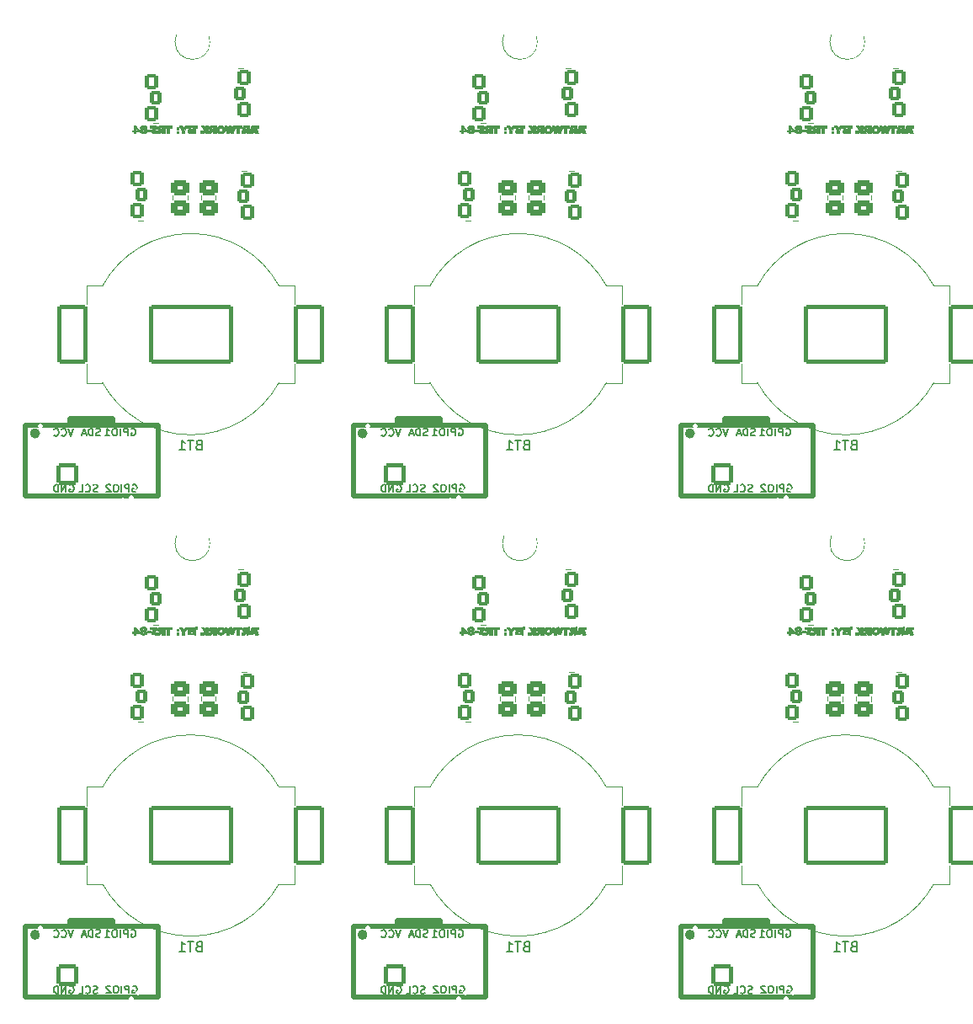
<source format=gbo>
G04 #@! TF.GenerationSoftware,KiCad,Pcbnew,8.0.4*
G04 #@! TF.CreationDate,2024-07-22T02:56:23-05:00*
G04 #@! TF.ProjectId,keanu-homeboy-panel,6b65616e-752d-4686-9f6d-65626f792d70,rev?*
G04 #@! TF.SameCoordinates,Original*
G04 #@! TF.FileFunction,Legend,Bot*
G04 #@! TF.FilePolarity,Positive*
%FSLAX46Y46*%
G04 Gerber Fmt 4.6, Leading zero omitted, Abs format (unit mm)*
G04 Created by KiCad (PCBNEW 8.0.4) date 2024-07-22 02:56:23*
%MOMM*%
%LPD*%
G01*
G04 APERTURE LIST*
G04 Aperture macros list*
%AMRoundRect*
0 Rectangle with rounded corners*
0 $1 Rounding radius*
0 $2 $3 $4 $5 $6 $7 $8 $9 X,Y pos of 4 corners*
0 Add a 4 corners polygon primitive as box body*
4,1,4,$2,$3,$4,$5,$6,$7,$8,$9,$2,$3,0*
0 Add four circle primitives for the rounded corners*
1,1,$1+$1,$2,$3*
1,1,$1+$1,$4,$5*
1,1,$1+$1,$6,$7*
1,1,$1+$1,$8,$9*
0 Add four rect primitives between the rounded corners*
20,1,$1+$1,$2,$3,$4,$5,0*
20,1,$1+$1,$4,$5,$6,$7,0*
20,1,$1+$1,$6,$7,$8,$9,0*
20,1,$1+$1,$8,$9,$2,$3,0*%
G04 Aperture macros list end*
%ADD10C,0.150000*%
%ADD11C,0.120000*%
%ADD12C,0.500000*%
%ADD13C,0.010000*%
%ADD14RoundRect,0.333333X-0.566667X0.466667X-0.566667X-0.466667X0.566667X-0.466667X0.566667X0.466667X0*%
%ADD15RoundRect,0.200000X-0.450000X0.600000X-0.450000X-0.600000X0.450000X-0.600000X0.450000X0.600000X0*%
%ADD16RoundRect,0.200000X-0.400000X0.500000X-0.400000X-0.500000X0.400000X-0.500000X0.400000X0.500000X0*%
%ADD17RoundRect,0.200000X0.450000X-0.600000X0.450000X0.600000X-0.450000X0.600000X-0.450000X-0.600000X0*%
%ADD18RoundRect,0.200000X0.400000X-0.500000X0.400000X0.500000X-0.400000X0.500000X-0.400000X-0.500000X0*%
%ADD19RoundRect,0.200000X-1.300000X-2.780000X1.300000X-2.780000X1.300000X2.780000X-1.300000X2.780000X0*%
%ADD20RoundRect,0.200000X-4.000000X-2.780000X4.000000X-2.780000X4.000000X2.780000X-4.000000X2.780000X0*%
%ADD21C,1.400000*%
%ADD22C,3.400000*%
%ADD23C,0.500000*%
%ADD24O,2.127200X2.127200*%
%ADD25RoundRect,0.200000X-0.863600X0.863600X-0.863600X-0.863600X0.863600X-0.863600X0.863600X0.863600X0*%
%ADD26C,2.127200*%
%ADD27C,2.000000*%
G04 APERTURE END LIST*
D10*
X149096106Y-70680123D02*
X148953249Y-70727742D01*
X148953249Y-70727742D02*
X148905630Y-70775361D01*
X148905630Y-70775361D02*
X148858011Y-70870599D01*
X148858011Y-70870599D02*
X148858011Y-71013456D01*
X148858011Y-71013456D02*
X148905630Y-71108694D01*
X148905630Y-71108694D02*
X148953249Y-71156314D01*
X148953249Y-71156314D02*
X149048487Y-71203933D01*
X149048487Y-71203933D02*
X149429439Y-71203933D01*
X149429439Y-71203933D02*
X149429439Y-70203933D01*
X149429439Y-70203933D02*
X149096106Y-70203933D01*
X149096106Y-70203933D02*
X149000868Y-70251552D01*
X149000868Y-70251552D02*
X148953249Y-70299171D01*
X148953249Y-70299171D02*
X148905630Y-70394409D01*
X148905630Y-70394409D02*
X148905630Y-70489647D01*
X148905630Y-70489647D02*
X148953249Y-70584885D01*
X148953249Y-70584885D02*
X149000868Y-70632504D01*
X149000868Y-70632504D02*
X149096106Y-70680123D01*
X149096106Y-70680123D02*
X149429439Y-70680123D01*
X148572296Y-70203933D02*
X148000868Y-70203933D01*
X148286582Y-71203933D02*
X148286582Y-70203933D01*
X147143725Y-71203933D02*
X147715153Y-71203933D01*
X147429439Y-71203933D02*
X147429439Y-70203933D01*
X147429439Y-70203933D02*
X147524677Y-70346790D01*
X147524677Y-70346790D02*
X147619915Y-70442028D01*
X147619915Y-70442028D02*
X147715153Y-70489647D01*
X116159633Y-121085210D02*
X116016776Y-121132829D01*
X116016776Y-121132829D02*
X115969157Y-121180448D01*
X115969157Y-121180448D02*
X115921538Y-121275686D01*
X115921538Y-121275686D02*
X115921538Y-121418543D01*
X115921538Y-121418543D02*
X115969157Y-121513781D01*
X115969157Y-121513781D02*
X116016776Y-121561401D01*
X116016776Y-121561401D02*
X116112014Y-121609020D01*
X116112014Y-121609020D02*
X116492966Y-121609020D01*
X116492966Y-121609020D02*
X116492966Y-120609020D01*
X116492966Y-120609020D02*
X116159633Y-120609020D01*
X116159633Y-120609020D02*
X116064395Y-120656639D01*
X116064395Y-120656639D02*
X116016776Y-120704258D01*
X116016776Y-120704258D02*
X115969157Y-120799496D01*
X115969157Y-120799496D02*
X115969157Y-120894734D01*
X115969157Y-120894734D02*
X116016776Y-120989972D01*
X116016776Y-120989972D02*
X116064395Y-121037591D01*
X116064395Y-121037591D02*
X116159633Y-121085210D01*
X116159633Y-121085210D02*
X116492966Y-121085210D01*
X115635823Y-120609020D02*
X115064395Y-120609020D01*
X115350109Y-121609020D02*
X115350109Y-120609020D01*
X114207252Y-121609020D02*
X114778680Y-121609020D01*
X114492966Y-121609020D02*
X114492966Y-120609020D01*
X114492966Y-120609020D02*
X114588204Y-120751877D01*
X114588204Y-120751877D02*
X114683442Y-120847115D01*
X114683442Y-120847115D02*
X114778680Y-120894734D01*
X116159633Y-70680123D02*
X116016776Y-70727742D01*
X116016776Y-70727742D02*
X115969157Y-70775361D01*
X115969157Y-70775361D02*
X115921538Y-70870599D01*
X115921538Y-70870599D02*
X115921538Y-71013456D01*
X115921538Y-71013456D02*
X115969157Y-71108694D01*
X115969157Y-71108694D02*
X116016776Y-71156314D01*
X116016776Y-71156314D02*
X116112014Y-71203933D01*
X116112014Y-71203933D02*
X116492966Y-71203933D01*
X116492966Y-71203933D02*
X116492966Y-70203933D01*
X116492966Y-70203933D02*
X116159633Y-70203933D01*
X116159633Y-70203933D02*
X116064395Y-70251552D01*
X116064395Y-70251552D02*
X116016776Y-70299171D01*
X116016776Y-70299171D02*
X115969157Y-70394409D01*
X115969157Y-70394409D02*
X115969157Y-70489647D01*
X115969157Y-70489647D02*
X116016776Y-70584885D01*
X116016776Y-70584885D02*
X116064395Y-70632504D01*
X116064395Y-70632504D02*
X116159633Y-70680123D01*
X116159633Y-70680123D02*
X116492966Y-70680123D01*
X115635823Y-70203933D02*
X115064395Y-70203933D01*
X115350109Y-71203933D02*
X115350109Y-70203933D01*
X114207252Y-71203933D02*
X114778680Y-71203933D01*
X114492966Y-71203933D02*
X114492966Y-70203933D01*
X114492966Y-70203933D02*
X114588204Y-70346790D01*
X114588204Y-70346790D02*
X114683442Y-70442028D01*
X114683442Y-70442028D02*
X114778680Y-70489647D01*
X182032579Y-70680123D02*
X181889722Y-70727742D01*
X181889722Y-70727742D02*
X181842103Y-70775361D01*
X181842103Y-70775361D02*
X181794484Y-70870599D01*
X181794484Y-70870599D02*
X181794484Y-71013456D01*
X181794484Y-71013456D02*
X181842103Y-71108694D01*
X181842103Y-71108694D02*
X181889722Y-71156314D01*
X181889722Y-71156314D02*
X181984960Y-71203933D01*
X181984960Y-71203933D02*
X182365912Y-71203933D01*
X182365912Y-71203933D02*
X182365912Y-70203933D01*
X182365912Y-70203933D02*
X182032579Y-70203933D01*
X182032579Y-70203933D02*
X181937341Y-70251552D01*
X181937341Y-70251552D02*
X181889722Y-70299171D01*
X181889722Y-70299171D02*
X181842103Y-70394409D01*
X181842103Y-70394409D02*
X181842103Y-70489647D01*
X181842103Y-70489647D02*
X181889722Y-70584885D01*
X181889722Y-70584885D02*
X181937341Y-70632504D01*
X181937341Y-70632504D02*
X182032579Y-70680123D01*
X182032579Y-70680123D02*
X182365912Y-70680123D01*
X181508769Y-70203933D02*
X180937341Y-70203933D01*
X181223055Y-71203933D02*
X181223055Y-70203933D01*
X180080198Y-71203933D02*
X180651626Y-71203933D01*
X180365912Y-71203933D02*
X180365912Y-70203933D01*
X180365912Y-70203933D02*
X180461150Y-70346790D01*
X180461150Y-70346790D02*
X180556388Y-70442028D01*
X180556388Y-70442028D02*
X180651626Y-70489647D01*
X149096106Y-121085210D02*
X148953249Y-121132829D01*
X148953249Y-121132829D02*
X148905630Y-121180448D01*
X148905630Y-121180448D02*
X148858011Y-121275686D01*
X148858011Y-121275686D02*
X148858011Y-121418543D01*
X148858011Y-121418543D02*
X148905630Y-121513781D01*
X148905630Y-121513781D02*
X148953249Y-121561401D01*
X148953249Y-121561401D02*
X149048487Y-121609020D01*
X149048487Y-121609020D02*
X149429439Y-121609020D01*
X149429439Y-121609020D02*
X149429439Y-120609020D01*
X149429439Y-120609020D02*
X149096106Y-120609020D01*
X149096106Y-120609020D02*
X149000868Y-120656639D01*
X149000868Y-120656639D02*
X148953249Y-120704258D01*
X148953249Y-120704258D02*
X148905630Y-120799496D01*
X148905630Y-120799496D02*
X148905630Y-120894734D01*
X148905630Y-120894734D02*
X148953249Y-120989972D01*
X148953249Y-120989972D02*
X149000868Y-121037591D01*
X149000868Y-121037591D02*
X149096106Y-121085210D01*
X149096106Y-121085210D02*
X149429439Y-121085210D01*
X148572296Y-120609020D02*
X148000868Y-120609020D01*
X148286582Y-121609020D02*
X148286582Y-120609020D01*
X147143725Y-121609020D02*
X147715153Y-121609020D01*
X147429439Y-121609020D02*
X147429439Y-120609020D01*
X147429439Y-120609020D02*
X147524677Y-120751877D01*
X147524677Y-120751877D02*
X147619915Y-120847115D01*
X147619915Y-120847115D02*
X147715153Y-120894734D01*
X182032579Y-121085210D02*
X181889722Y-121132829D01*
X181889722Y-121132829D02*
X181842103Y-121180448D01*
X181842103Y-121180448D02*
X181794484Y-121275686D01*
X181794484Y-121275686D02*
X181794484Y-121418543D01*
X181794484Y-121418543D02*
X181842103Y-121513781D01*
X181842103Y-121513781D02*
X181889722Y-121561401D01*
X181889722Y-121561401D02*
X181984960Y-121609020D01*
X181984960Y-121609020D02*
X182365912Y-121609020D01*
X182365912Y-121609020D02*
X182365912Y-120609020D01*
X182365912Y-120609020D02*
X182032579Y-120609020D01*
X182032579Y-120609020D02*
X181937341Y-120656639D01*
X181937341Y-120656639D02*
X181889722Y-120704258D01*
X181889722Y-120704258D02*
X181842103Y-120799496D01*
X181842103Y-120799496D02*
X181842103Y-120894734D01*
X181842103Y-120894734D02*
X181889722Y-120989972D01*
X181889722Y-120989972D02*
X181937341Y-121037591D01*
X181937341Y-121037591D02*
X182032579Y-121085210D01*
X182032579Y-121085210D02*
X182365912Y-121085210D01*
X181508769Y-120609020D02*
X180937341Y-120609020D01*
X181223055Y-121609020D02*
X181223055Y-120609020D01*
X180080198Y-121609020D02*
X180651626Y-121609020D01*
X180365912Y-121609020D02*
X180365912Y-120609020D01*
X180365912Y-120609020D02*
X180461150Y-120751877D01*
X180461150Y-120751877D02*
X180556388Y-120847115D01*
X180556388Y-120847115D02*
X180651626Y-120894734D01*
X106257371Y-69727056D02*
X106150229Y-69762770D01*
X106150229Y-69762770D02*
X105971657Y-69762770D01*
X105971657Y-69762770D02*
X105900229Y-69727056D01*
X105900229Y-69727056D02*
X105864514Y-69691341D01*
X105864514Y-69691341D02*
X105828800Y-69619913D01*
X105828800Y-69619913D02*
X105828800Y-69548484D01*
X105828800Y-69548484D02*
X105864514Y-69477056D01*
X105864514Y-69477056D02*
X105900229Y-69441341D01*
X105900229Y-69441341D02*
X105971657Y-69405627D01*
X105971657Y-69405627D02*
X106114514Y-69369913D01*
X106114514Y-69369913D02*
X106185943Y-69334198D01*
X106185943Y-69334198D02*
X106221657Y-69298484D01*
X106221657Y-69298484D02*
X106257371Y-69227056D01*
X106257371Y-69227056D02*
X106257371Y-69155627D01*
X106257371Y-69155627D02*
X106221657Y-69084198D01*
X106221657Y-69084198D02*
X106185943Y-69048484D01*
X106185943Y-69048484D02*
X106114514Y-69012770D01*
X106114514Y-69012770D02*
X105935943Y-69012770D01*
X105935943Y-69012770D02*
X105828800Y-69048484D01*
X105507371Y-69762770D02*
X105507371Y-69012770D01*
X105507371Y-69012770D02*
X105328800Y-69012770D01*
X105328800Y-69012770D02*
X105221657Y-69048484D01*
X105221657Y-69048484D02*
X105150228Y-69119913D01*
X105150228Y-69119913D02*
X105114514Y-69191341D01*
X105114514Y-69191341D02*
X105078800Y-69334198D01*
X105078800Y-69334198D02*
X105078800Y-69441341D01*
X105078800Y-69441341D02*
X105114514Y-69584198D01*
X105114514Y-69584198D02*
X105150228Y-69655627D01*
X105150228Y-69655627D02*
X105221657Y-69727056D01*
X105221657Y-69727056D02*
X105328800Y-69762770D01*
X105328800Y-69762770D02*
X105507371Y-69762770D01*
X104793085Y-69548484D02*
X104435943Y-69548484D01*
X104864514Y-69762770D02*
X104614514Y-69012770D01*
X104614514Y-69012770D02*
X104364514Y-69762770D01*
X109400200Y-69048484D02*
X109471629Y-69012770D01*
X109471629Y-69012770D02*
X109578771Y-69012770D01*
X109578771Y-69012770D02*
X109685914Y-69048484D01*
X109685914Y-69048484D02*
X109757343Y-69119913D01*
X109757343Y-69119913D02*
X109793057Y-69191341D01*
X109793057Y-69191341D02*
X109828771Y-69334198D01*
X109828771Y-69334198D02*
X109828771Y-69441341D01*
X109828771Y-69441341D02*
X109793057Y-69584198D01*
X109793057Y-69584198D02*
X109757343Y-69655627D01*
X109757343Y-69655627D02*
X109685914Y-69727056D01*
X109685914Y-69727056D02*
X109578771Y-69762770D01*
X109578771Y-69762770D02*
X109507343Y-69762770D01*
X109507343Y-69762770D02*
X109400200Y-69727056D01*
X109400200Y-69727056D02*
X109364486Y-69691341D01*
X109364486Y-69691341D02*
X109364486Y-69441341D01*
X109364486Y-69441341D02*
X109507343Y-69441341D01*
X109043057Y-69762770D02*
X109043057Y-69012770D01*
X109043057Y-69012770D02*
X108757343Y-69012770D01*
X108757343Y-69012770D02*
X108685914Y-69048484D01*
X108685914Y-69048484D02*
X108650200Y-69084198D01*
X108650200Y-69084198D02*
X108614486Y-69155627D01*
X108614486Y-69155627D02*
X108614486Y-69262770D01*
X108614486Y-69262770D02*
X108650200Y-69334198D01*
X108650200Y-69334198D02*
X108685914Y-69369913D01*
X108685914Y-69369913D02*
X108757343Y-69405627D01*
X108757343Y-69405627D02*
X109043057Y-69405627D01*
X108293057Y-69762770D02*
X108293057Y-69012770D01*
X107793057Y-69012770D02*
X107650200Y-69012770D01*
X107650200Y-69012770D02*
X107578771Y-69048484D01*
X107578771Y-69048484D02*
X107507343Y-69119913D01*
X107507343Y-69119913D02*
X107471628Y-69262770D01*
X107471628Y-69262770D02*
X107471628Y-69512770D01*
X107471628Y-69512770D02*
X107507343Y-69655627D01*
X107507343Y-69655627D02*
X107578771Y-69727056D01*
X107578771Y-69727056D02*
X107650200Y-69762770D01*
X107650200Y-69762770D02*
X107793057Y-69762770D01*
X107793057Y-69762770D02*
X107864486Y-69727056D01*
X107864486Y-69727056D02*
X107935914Y-69655627D01*
X107935914Y-69655627D02*
X107971628Y-69512770D01*
X107971628Y-69512770D02*
X107971628Y-69262770D01*
X107971628Y-69262770D02*
X107935914Y-69119913D01*
X107935914Y-69119913D02*
X107864486Y-69048484D01*
X107864486Y-69048484D02*
X107793057Y-69012770D01*
X106757343Y-69762770D02*
X107185914Y-69762770D01*
X106971629Y-69762770D02*
X106971629Y-69012770D01*
X106971629Y-69012770D02*
X107043057Y-69119913D01*
X107043057Y-69119913D02*
X107114486Y-69191341D01*
X107114486Y-69191341D02*
X107185914Y-69227056D01*
X103552657Y-69038170D02*
X103302657Y-69788170D01*
X103302657Y-69788170D02*
X103052657Y-69038170D01*
X102374086Y-69716741D02*
X102409800Y-69752456D01*
X102409800Y-69752456D02*
X102516943Y-69788170D01*
X102516943Y-69788170D02*
X102588371Y-69788170D01*
X102588371Y-69788170D02*
X102695514Y-69752456D01*
X102695514Y-69752456D02*
X102766943Y-69681027D01*
X102766943Y-69681027D02*
X102802657Y-69609598D01*
X102802657Y-69609598D02*
X102838371Y-69466741D01*
X102838371Y-69466741D02*
X102838371Y-69359598D01*
X102838371Y-69359598D02*
X102802657Y-69216741D01*
X102802657Y-69216741D02*
X102766943Y-69145313D01*
X102766943Y-69145313D02*
X102695514Y-69073884D01*
X102695514Y-69073884D02*
X102588371Y-69038170D01*
X102588371Y-69038170D02*
X102516943Y-69038170D01*
X102516943Y-69038170D02*
X102409800Y-69073884D01*
X102409800Y-69073884D02*
X102374086Y-69109598D01*
X101624086Y-69716741D02*
X101659800Y-69752456D01*
X101659800Y-69752456D02*
X101766943Y-69788170D01*
X101766943Y-69788170D02*
X101838371Y-69788170D01*
X101838371Y-69788170D02*
X101945514Y-69752456D01*
X101945514Y-69752456D02*
X102016943Y-69681027D01*
X102016943Y-69681027D02*
X102052657Y-69609598D01*
X102052657Y-69609598D02*
X102088371Y-69466741D01*
X102088371Y-69466741D02*
X102088371Y-69359598D01*
X102088371Y-69359598D02*
X102052657Y-69216741D01*
X102052657Y-69216741D02*
X102016943Y-69145313D01*
X102016943Y-69145313D02*
X101945514Y-69073884D01*
X101945514Y-69073884D02*
X101838371Y-69038170D01*
X101838371Y-69038170D02*
X101766943Y-69038170D01*
X101766943Y-69038170D02*
X101659800Y-69073884D01*
X101659800Y-69073884D02*
X101624086Y-69109598D01*
X109527200Y-74687284D02*
X109598629Y-74651570D01*
X109598629Y-74651570D02*
X109705771Y-74651570D01*
X109705771Y-74651570D02*
X109812914Y-74687284D01*
X109812914Y-74687284D02*
X109884343Y-74758713D01*
X109884343Y-74758713D02*
X109920057Y-74830141D01*
X109920057Y-74830141D02*
X109955771Y-74972998D01*
X109955771Y-74972998D02*
X109955771Y-75080141D01*
X109955771Y-75080141D02*
X109920057Y-75222998D01*
X109920057Y-75222998D02*
X109884343Y-75294427D01*
X109884343Y-75294427D02*
X109812914Y-75365856D01*
X109812914Y-75365856D02*
X109705771Y-75401570D01*
X109705771Y-75401570D02*
X109634343Y-75401570D01*
X109634343Y-75401570D02*
X109527200Y-75365856D01*
X109527200Y-75365856D02*
X109491486Y-75330141D01*
X109491486Y-75330141D02*
X109491486Y-75080141D01*
X109491486Y-75080141D02*
X109634343Y-75080141D01*
X109170057Y-75401570D02*
X109170057Y-74651570D01*
X109170057Y-74651570D02*
X108884343Y-74651570D01*
X108884343Y-74651570D02*
X108812914Y-74687284D01*
X108812914Y-74687284D02*
X108777200Y-74722998D01*
X108777200Y-74722998D02*
X108741486Y-74794427D01*
X108741486Y-74794427D02*
X108741486Y-74901570D01*
X108741486Y-74901570D02*
X108777200Y-74972998D01*
X108777200Y-74972998D02*
X108812914Y-75008713D01*
X108812914Y-75008713D02*
X108884343Y-75044427D01*
X108884343Y-75044427D02*
X109170057Y-75044427D01*
X108420057Y-75401570D02*
X108420057Y-74651570D01*
X107920057Y-74651570D02*
X107777200Y-74651570D01*
X107777200Y-74651570D02*
X107705771Y-74687284D01*
X107705771Y-74687284D02*
X107634343Y-74758713D01*
X107634343Y-74758713D02*
X107598628Y-74901570D01*
X107598628Y-74901570D02*
X107598628Y-75151570D01*
X107598628Y-75151570D02*
X107634343Y-75294427D01*
X107634343Y-75294427D02*
X107705771Y-75365856D01*
X107705771Y-75365856D02*
X107777200Y-75401570D01*
X107777200Y-75401570D02*
X107920057Y-75401570D01*
X107920057Y-75401570D02*
X107991486Y-75365856D01*
X107991486Y-75365856D02*
X108062914Y-75294427D01*
X108062914Y-75294427D02*
X108098628Y-75151570D01*
X108098628Y-75151570D02*
X108098628Y-74901570D01*
X108098628Y-74901570D02*
X108062914Y-74758713D01*
X108062914Y-74758713D02*
X107991486Y-74687284D01*
X107991486Y-74687284D02*
X107920057Y-74651570D01*
X107312914Y-74722998D02*
X107277200Y-74687284D01*
X107277200Y-74687284D02*
X107205772Y-74651570D01*
X107205772Y-74651570D02*
X107027200Y-74651570D01*
X107027200Y-74651570D02*
X106955772Y-74687284D01*
X106955772Y-74687284D02*
X106920057Y-74722998D01*
X106920057Y-74722998D02*
X106884343Y-74794427D01*
X106884343Y-74794427D02*
X106884343Y-74865856D01*
X106884343Y-74865856D02*
X106920057Y-74972998D01*
X106920057Y-74972998D02*
X107348629Y-75401570D01*
X107348629Y-75401570D02*
X106884343Y-75401570D01*
X105985514Y-75391256D02*
X105878372Y-75426970D01*
X105878372Y-75426970D02*
X105699800Y-75426970D01*
X105699800Y-75426970D02*
X105628372Y-75391256D01*
X105628372Y-75391256D02*
X105592657Y-75355541D01*
X105592657Y-75355541D02*
X105556943Y-75284113D01*
X105556943Y-75284113D02*
X105556943Y-75212684D01*
X105556943Y-75212684D02*
X105592657Y-75141256D01*
X105592657Y-75141256D02*
X105628372Y-75105541D01*
X105628372Y-75105541D02*
X105699800Y-75069827D01*
X105699800Y-75069827D02*
X105842657Y-75034113D01*
X105842657Y-75034113D02*
X105914086Y-74998398D01*
X105914086Y-74998398D02*
X105949800Y-74962684D01*
X105949800Y-74962684D02*
X105985514Y-74891256D01*
X105985514Y-74891256D02*
X105985514Y-74819827D01*
X105985514Y-74819827D02*
X105949800Y-74748398D01*
X105949800Y-74748398D02*
X105914086Y-74712684D01*
X105914086Y-74712684D02*
X105842657Y-74676970D01*
X105842657Y-74676970D02*
X105664086Y-74676970D01*
X105664086Y-74676970D02*
X105556943Y-74712684D01*
X104806943Y-75355541D02*
X104842657Y-75391256D01*
X104842657Y-75391256D02*
X104949800Y-75426970D01*
X104949800Y-75426970D02*
X105021228Y-75426970D01*
X105021228Y-75426970D02*
X105128371Y-75391256D01*
X105128371Y-75391256D02*
X105199800Y-75319827D01*
X105199800Y-75319827D02*
X105235514Y-75248398D01*
X105235514Y-75248398D02*
X105271228Y-75105541D01*
X105271228Y-75105541D02*
X105271228Y-74998398D01*
X105271228Y-74998398D02*
X105235514Y-74855541D01*
X105235514Y-74855541D02*
X105199800Y-74784113D01*
X105199800Y-74784113D02*
X105128371Y-74712684D01*
X105128371Y-74712684D02*
X105021228Y-74676970D01*
X105021228Y-74676970D02*
X104949800Y-74676970D01*
X104949800Y-74676970D02*
X104842657Y-74712684D01*
X104842657Y-74712684D02*
X104806943Y-74748398D01*
X104128371Y-75426970D02*
X104485514Y-75426970D01*
X104485514Y-75426970D02*
X104485514Y-74676970D01*
X103174886Y-74712684D02*
X103246315Y-74676970D01*
X103246315Y-74676970D02*
X103353457Y-74676970D01*
X103353457Y-74676970D02*
X103460600Y-74712684D01*
X103460600Y-74712684D02*
X103532029Y-74784113D01*
X103532029Y-74784113D02*
X103567743Y-74855541D01*
X103567743Y-74855541D02*
X103603457Y-74998398D01*
X103603457Y-74998398D02*
X103603457Y-75105541D01*
X103603457Y-75105541D02*
X103567743Y-75248398D01*
X103567743Y-75248398D02*
X103532029Y-75319827D01*
X103532029Y-75319827D02*
X103460600Y-75391256D01*
X103460600Y-75391256D02*
X103353457Y-75426970D01*
X103353457Y-75426970D02*
X103282029Y-75426970D01*
X103282029Y-75426970D02*
X103174886Y-75391256D01*
X103174886Y-75391256D02*
X103139172Y-75355541D01*
X103139172Y-75355541D02*
X103139172Y-75105541D01*
X103139172Y-75105541D02*
X103282029Y-75105541D01*
X102817743Y-75426970D02*
X102817743Y-74676970D01*
X102817743Y-74676970D02*
X102389172Y-75426970D01*
X102389172Y-75426970D02*
X102389172Y-74676970D01*
X102032029Y-75426970D02*
X102032029Y-74676970D01*
X102032029Y-74676970D02*
X101853458Y-74676970D01*
X101853458Y-74676970D02*
X101746315Y-74712684D01*
X101746315Y-74712684D02*
X101674886Y-74784113D01*
X101674886Y-74784113D02*
X101639172Y-74855541D01*
X101639172Y-74855541D02*
X101603458Y-74998398D01*
X101603458Y-74998398D02*
X101603458Y-75105541D01*
X101603458Y-75105541D02*
X101639172Y-75248398D01*
X101639172Y-75248398D02*
X101674886Y-75319827D01*
X101674886Y-75319827D02*
X101746315Y-75391256D01*
X101746315Y-75391256D02*
X101853458Y-75426970D01*
X101853458Y-75426970D02*
X102032029Y-75426970D01*
X138921987Y-125796343D02*
X138814845Y-125832057D01*
X138814845Y-125832057D02*
X138636273Y-125832057D01*
X138636273Y-125832057D02*
X138564845Y-125796343D01*
X138564845Y-125796343D02*
X138529130Y-125760628D01*
X138529130Y-125760628D02*
X138493416Y-125689200D01*
X138493416Y-125689200D02*
X138493416Y-125617771D01*
X138493416Y-125617771D02*
X138529130Y-125546343D01*
X138529130Y-125546343D02*
X138564845Y-125510628D01*
X138564845Y-125510628D02*
X138636273Y-125474914D01*
X138636273Y-125474914D02*
X138779130Y-125439200D01*
X138779130Y-125439200D02*
X138850559Y-125403485D01*
X138850559Y-125403485D02*
X138886273Y-125367771D01*
X138886273Y-125367771D02*
X138921987Y-125296343D01*
X138921987Y-125296343D02*
X138921987Y-125224914D01*
X138921987Y-125224914D02*
X138886273Y-125153485D01*
X138886273Y-125153485D02*
X138850559Y-125117771D01*
X138850559Y-125117771D02*
X138779130Y-125082057D01*
X138779130Y-125082057D02*
X138600559Y-125082057D01*
X138600559Y-125082057D02*
X138493416Y-125117771D01*
X137743416Y-125760628D02*
X137779130Y-125796343D01*
X137779130Y-125796343D02*
X137886273Y-125832057D01*
X137886273Y-125832057D02*
X137957701Y-125832057D01*
X137957701Y-125832057D02*
X138064844Y-125796343D01*
X138064844Y-125796343D02*
X138136273Y-125724914D01*
X138136273Y-125724914D02*
X138171987Y-125653485D01*
X138171987Y-125653485D02*
X138207701Y-125510628D01*
X138207701Y-125510628D02*
X138207701Y-125403485D01*
X138207701Y-125403485D02*
X138171987Y-125260628D01*
X138171987Y-125260628D02*
X138136273Y-125189200D01*
X138136273Y-125189200D02*
X138064844Y-125117771D01*
X138064844Y-125117771D02*
X137957701Y-125082057D01*
X137957701Y-125082057D02*
X137886273Y-125082057D01*
X137886273Y-125082057D02*
X137779130Y-125117771D01*
X137779130Y-125117771D02*
X137743416Y-125153485D01*
X137064844Y-125832057D02*
X137421987Y-125832057D01*
X137421987Y-125832057D02*
X137421987Y-125082057D01*
X136111359Y-125117771D02*
X136182788Y-125082057D01*
X136182788Y-125082057D02*
X136289930Y-125082057D01*
X136289930Y-125082057D02*
X136397073Y-125117771D01*
X136397073Y-125117771D02*
X136468502Y-125189200D01*
X136468502Y-125189200D02*
X136504216Y-125260628D01*
X136504216Y-125260628D02*
X136539930Y-125403485D01*
X136539930Y-125403485D02*
X136539930Y-125510628D01*
X136539930Y-125510628D02*
X136504216Y-125653485D01*
X136504216Y-125653485D02*
X136468502Y-125724914D01*
X136468502Y-125724914D02*
X136397073Y-125796343D01*
X136397073Y-125796343D02*
X136289930Y-125832057D01*
X136289930Y-125832057D02*
X136218502Y-125832057D01*
X136218502Y-125832057D02*
X136111359Y-125796343D01*
X136111359Y-125796343D02*
X136075645Y-125760628D01*
X136075645Y-125760628D02*
X136075645Y-125510628D01*
X136075645Y-125510628D02*
X136218502Y-125510628D01*
X135754216Y-125832057D02*
X135754216Y-125082057D01*
X135754216Y-125082057D02*
X135325645Y-125832057D01*
X135325645Y-125832057D02*
X135325645Y-125082057D01*
X134968502Y-125832057D02*
X134968502Y-125082057D01*
X134968502Y-125082057D02*
X134789931Y-125082057D01*
X134789931Y-125082057D02*
X134682788Y-125117771D01*
X134682788Y-125117771D02*
X134611359Y-125189200D01*
X134611359Y-125189200D02*
X134575645Y-125260628D01*
X134575645Y-125260628D02*
X134539931Y-125403485D01*
X134539931Y-125403485D02*
X134539931Y-125510628D01*
X134539931Y-125510628D02*
X134575645Y-125653485D01*
X134575645Y-125653485D02*
X134611359Y-125724914D01*
X134611359Y-125724914D02*
X134682788Y-125796343D01*
X134682788Y-125796343D02*
X134789931Y-125832057D01*
X134789931Y-125832057D02*
X134968502Y-125832057D01*
X142463673Y-125092371D02*
X142535102Y-125056657D01*
X142535102Y-125056657D02*
X142642244Y-125056657D01*
X142642244Y-125056657D02*
X142749387Y-125092371D01*
X142749387Y-125092371D02*
X142820816Y-125163800D01*
X142820816Y-125163800D02*
X142856530Y-125235228D01*
X142856530Y-125235228D02*
X142892244Y-125378085D01*
X142892244Y-125378085D02*
X142892244Y-125485228D01*
X142892244Y-125485228D02*
X142856530Y-125628085D01*
X142856530Y-125628085D02*
X142820816Y-125699514D01*
X142820816Y-125699514D02*
X142749387Y-125770943D01*
X142749387Y-125770943D02*
X142642244Y-125806657D01*
X142642244Y-125806657D02*
X142570816Y-125806657D01*
X142570816Y-125806657D02*
X142463673Y-125770943D01*
X142463673Y-125770943D02*
X142427959Y-125735228D01*
X142427959Y-125735228D02*
X142427959Y-125485228D01*
X142427959Y-125485228D02*
X142570816Y-125485228D01*
X142106530Y-125806657D02*
X142106530Y-125056657D01*
X142106530Y-125056657D02*
X141820816Y-125056657D01*
X141820816Y-125056657D02*
X141749387Y-125092371D01*
X141749387Y-125092371D02*
X141713673Y-125128085D01*
X141713673Y-125128085D02*
X141677959Y-125199514D01*
X141677959Y-125199514D02*
X141677959Y-125306657D01*
X141677959Y-125306657D02*
X141713673Y-125378085D01*
X141713673Y-125378085D02*
X141749387Y-125413800D01*
X141749387Y-125413800D02*
X141820816Y-125449514D01*
X141820816Y-125449514D02*
X142106530Y-125449514D01*
X141356530Y-125806657D02*
X141356530Y-125056657D01*
X140856530Y-125056657D02*
X140713673Y-125056657D01*
X140713673Y-125056657D02*
X140642244Y-125092371D01*
X140642244Y-125092371D02*
X140570816Y-125163800D01*
X140570816Y-125163800D02*
X140535101Y-125306657D01*
X140535101Y-125306657D02*
X140535101Y-125556657D01*
X140535101Y-125556657D02*
X140570816Y-125699514D01*
X140570816Y-125699514D02*
X140642244Y-125770943D01*
X140642244Y-125770943D02*
X140713673Y-125806657D01*
X140713673Y-125806657D02*
X140856530Y-125806657D01*
X140856530Y-125806657D02*
X140927959Y-125770943D01*
X140927959Y-125770943D02*
X140999387Y-125699514D01*
X140999387Y-125699514D02*
X141035101Y-125556657D01*
X141035101Y-125556657D02*
X141035101Y-125306657D01*
X141035101Y-125306657D02*
X140999387Y-125163800D01*
X140999387Y-125163800D02*
X140927959Y-125092371D01*
X140927959Y-125092371D02*
X140856530Y-125056657D01*
X140249387Y-125128085D02*
X140213673Y-125092371D01*
X140213673Y-125092371D02*
X140142245Y-125056657D01*
X140142245Y-125056657D02*
X139963673Y-125056657D01*
X139963673Y-125056657D02*
X139892245Y-125092371D01*
X139892245Y-125092371D02*
X139856530Y-125128085D01*
X139856530Y-125128085D02*
X139820816Y-125199514D01*
X139820816Y-125199514D02*
X139820816Y-125270943D01*
X139820816Y-125270943D02*
X139856530Y-125378085D01*
X139856530Y-125378085D02*
X140285102Y-125806657D01*
X140285102Y-125806657D02*
X139820816Y-125806657D01*
X142336673Y-119453571D02*
X142408102Y-119417857D01*
X142408102Y-119417857D02*
X142515244Y-119417857D01*
X142515244Y-119417857D02*
X142622387Y-119453571D01*
X142622387Y-119453571D02*
X142693816Y-119525000D01*
X142693816Y-119525000D02*
X142729530Y-119596428D01*
X142729530Y-119596428D02*
X142765244Y-119739285D01*
X142765244Y-119739285D02*
X142765244Y-119846428D01*
X142765244Y-119846428D02*
X142729530Y-119989285D01*
X142729530Y-119989285D02*
X142693816Y-120060714D01*
X142693816Y-120060714D02*
X142622387Y-120132143D01*
X142622387Y-120132143D02*
X142515244Y-120167857D01*
X142515244Y-120167857D02*
X142443816Y-120167857D01*
X142443816Y-120167857D02*
X142336673Y-120132143D01*
X142336673Y-120132143D02*
X142300959Y-120096428D01*
X142300959Y-120096428D02*
X142300959Y-119846428D01*
X142300959Y-119846428D02*
X142443816Y-119846428D01*
X141979530Y-120167857D02*
X141979530Y-119417857D01*
X141979530Y-119417857D02*
X141693816Y-119417857D01*
X141693816Y-119417857D02*
X141622387Y-119453571D01*
X141622387Y-119453571D02*
X141586673Y-119489285D01*
X141586673Y-119489285D02*
X141550959Y-119560714D01*
X141550959Y-119560714D02*
X141550959Y-119667857D01*
X141550959Y-119667857D02*
X141586673Y-119739285D01*
X141586673Y-119739285D02*
X141622387Y-119775000D01*
X141622387Y-119775000D02*
X141693816Y-119810714D01*
X141693816Y-119810714D02*
X141979530Y-119810714D01*
X141229530Y-120167857D02*
X141229530Y-119417857D01*
X140729530Y-119417857D02*
X140586673Y-119417857D01*
X140586673Y-119417857D02*
X140515244Y-119453571D01*
X140515244Y-119453571D02*
X140443816Y-119525000D01*
X140443816Y-119525000D02*
X140408101Y-119667857D01*
X140408101Y-119667857D02*
X140408101Y-119917857D01*
X140408101Y-119917857D02*
X140443816Y-120060714D01*
X140443816Y-120060714D02*
X140515244Y-120132143D01*
X140515244Y-120132143D02*
X140586673Y-120167857D01*
X140586673Y-120167857D02*
X140729530Y-120167857D01*
X140729530Y-120167857D02*
X140800959Y-120132143D01*
X140800959Y-120132143D02*
X140872387Y-120060714D01*
X140872387Y-120060714D02*
X140908101Y-119917857D01*
X140908101Y-119917857D02*
X140908101Y-119667857D01*
X140908101Y-119667857D02*
X140872387Y-119525000D01*
X140872387Y-119525000D02*
X140800959Y-119453571D01*
X140800959Y-119453571D02*
X140729530Y-119417857D01*
X139693816Y-120167857D02*
X140122387Y-120167857D01*
X139908102Y-120167857D02*
X139908102Y-119417857D01*
X139908102Y-119417857D02*
X139979530Y-119525000D01*
X139979530Y-119525000D02*
X140050959Y-119596428D01*
X140050959Y-119596428D02*
X140122387Y-119632143D01*
X139193844Y-120132143D02*
X139086702Y-120167857D01*
X139086702Y-120167857D02*
X138908130Y-120167857D01*
X138908130Y-120167857D02*
X138836702Y-120132143D01*
X138836702Y-120132143D02*
X138800987Y-120096428D01*
X138800987Y-120096428D02*
X138765273Y-120025000D01*
X138765273Y-120025000D02*
X138765273Y-119953571D01*
X138765273Y-119953571D02*
X138800987Y-119882143D01*
X138800987Y-119882143D02*
X138836702Y-119846428D01*
X138836702Y-119846428D02*
X138908130Y-119810714D01*
X138908130Y-119810714D02*
X139050987Y-119775000D01*
X139050987Y-119775000D02*
X139122416Y-119739285D01*
X139122416Y-119739285D02*
X139158130Y-119703571D01*
X139158130Y-119703571D02*
X139193844Y-119632143D01*
X139193844Y-119632143D02*
X139193844Y-119560714D01*
X139193844Y-119560714D02*
X139158130Y-119489285D01*
X139158130Y-119489285D02*
X139122416Y-119453571D01*
X139122416Y-119453571D02*
X139050987Y-119417857D01*
X139050987Y-119417857D02*
X138872416Y-119417857D01*
X138872416Y-119417857D02*
X138765273Y-119453571D01*
X138443844Y-120167857D02*
X138443844Y-119417857D01*
X138443844Y-119417857D02*
X138265273Y-119417857D01*
X138265273Y-119417857D02*
X138158130Y-119453571D01*
X138158130Y-119453571D02*
X138086701Y-119525000D01*
X138086701Y-119525000D02*
X138050987Y-119596428D01*
X138050987Y-119596428D02*
X138015273Y-119739285D01*
X138015273Y-119739285D02*
X138015273Y-119846428D01*
X138015273Y-119846428D02*
X138050987Y-119989285D01*
X138050987Y-119989285D02*
X138086701Y-120060714D01*
X138086701Y-120060714D02*
X138158130Y-120132143D01*
X138158130Y-120132143D02*
X138265273Y-120167857D01*
X138265273Y-120167857D02*
X138443844Y-120167857D01*
X137729558Y-119953571D02*
X137372416Y-119953571D01*
X137800987Y-120167857D02*
X137550987Y-119417857D01*
X137550987Y-119417857D02*
X137300987Y-120167857D01*
X136489130Y-119443257D02*
X136239130Y-120193257D01*
X136239130Y-120193257D02*
X135989130Y-119443257D01*
X135310559Y-120121828D02*
X135346273Y-120157543D01*
X135346273Y-120157543D02*
X135453416Y-120193257D01*
X135453416Y-120193257D02*
X135524844Y-120193257D01*
X135524844Y-120193257D02*
X135631987Y-120157543D01*
X135631987Y-120157543D02*
X135703416Y-120086114D01*
X135703416Y-120086114D02*
X135739130Y-120014685D01*
X135739130Y-120014685D02*
X135774844Y-119871828D01*
X135774844Y-119871828D02*
X135774844Y-119764685D01*
X135774844Y-119764685D02*
X135739130Y-119621828D01*
X135739130Y-119621828D02*
X135703416Y-119550400D01*
X135703416Y-119550400D02*
X135631987Y-119478971D01*
X135631987Y-119478971D02*
X135524844Y-119443257D01*
X135524844Y-119443257D02*
X135453416Y-119443257D01*
X135453416Y-119443257D02*
X135346273Y-119478971D01*
X135346273Y-119478971D02*
X135310559Y-119514685D01*
X134560559Y-120121828D02*
X134596273Y-120157543D01*
X134596273Y-120157543D02*
X134703416Y-120193257D01*
X134703416Y-120193257D02*
X134774844Y-120193257D01*
X134774844Y-120193257D02*
X134881987Y-120157543D01*
X134881987Y-120157543D02*
X134953416Y-120086114D01*
X134953416Y-120086114D02*
X134989130Y-120014685D01*
X134989130Y-120014685D02*
X135024844Y-119871828D01*
X135024844Y-119871828D02*
X135024844Y-119764685D01*
X135024844Y-119764685D02*
X134989130Y-119621828D01*
X134989130Y-119621828D02*
X134953416Y-119550400D01*
X134953416Y-119550400D02*
X134881987Y-119478971D01*
X134881987Y-119478971D02*
X134774844Y-119443257D01*
X134774844Y-119443257D02*
X134703416Y-119443257D01*
X134703416Y-119443257D02*
X134596273Y-119478971D01*
X134596273Y-119478971D02*
X134560559Y-119514685D01*
X136489130Y-69038170D02*
X136239130Y-69788170D01*
X136239130Y-69788170D02*
X135989130Y-69038170D01*
X135310559Y-69716741D02*
X135346273Y-69752456D01*
X135346273Y-69752456D02*
X135453416Y-69788170D01*
X135453416Y-69788170D02*
X135524844Y-69788170D01*
X135524844Y-69788170D02*
X135631987Y-69752456D01*
X135631987Y-69752456D02*
X135703416Y-69681027D01*
X135703416Y-69681027D02*
X135739130Y-69609598D01*
X135739130Y-69609598D02*
X135774844Y-69466741D01*
X135774844Y-69466741D02*
X135774844Y-69359598D01*
X135774844Y-69359598D02*
X135739130Y-69216741D01*
X135739130Y-69216741D02*
X135703416Y-69145313D01*
X135703416Y-69145313D02*
X135631987Y-69073884D01*
X135631987Y-69073884D02*
X135524844Y-69038170D01*
X135524844Y-69038170D02*
X135453416Y-69038170D01*
X135453416Y-69038170D02*
X135346273Y-69073884D01*
X135346273Y-69073884D02*
X135310559Y-69109598D01*
X134560559Y-69716741D02*
X134596273Y-69752456D01*
X134596273Y-69752456D02*
X134703416Y-69788170D01*
X134703416Y-69788170D02*
X134774844Y-69788170D01*
X134774844Y-69788170D02*
X134881987Y-69752456D01*
X134881987Y-69752456D02*
X134953416Y-69681027D01*
X134953416Y-69681027D02*
X134989130Y-69609598D01*
X134989130Y-69609598D02*
X135024844Y-69466741D01*
X135024844Y-69466741D02*
X135024844Y-69359598D01*
X135024844Y-69359598D02*
X134989130Y-69216741D01*
X134989130Y-69216741D02*
X134953416Y-69145313D01*
X134953416Y-69145313D02*
X134881987Y-69073884D01*
X134881987Y-69073884D02*
X134774844Y-69038170D01*
X134774844Y-69038170D02*
X134703416Y-69038170D01*
X134703416Y-69038170D02*
X134596273Y-69073884D01*
X134596273Y-69073884D02*
X134560559Y-69109598D01*
X136111359Y-74712684D02*
X136182788Y-74676970D01*
X136182788Y-74676970D02*
X136289930Y-74676970D01*
X136289930Y-74676970D02*
X136397073Y-74712684D01*
X136397073Y-74712684D02*
X136468502Y-74784113D01*
X136468502Y-74784113D02*
X136504216Y-74855541D01*
X136504216Y-74855541D02*
X136539930Y-74998398D01*
X136539930Y-74998398D02*
X136539930Y-75105541D01*
X136539930Y-75105541D02*
X136504216Y-75248398D01*
X136504216Y-75248398D02*
X136468502Y-75319827D01*
X136468502Y-75319827D02*
X136397073Y-75391256D01*
X136397073Y-75391256D02*
X136289930Y-75426970D01*
X136289930Y-75426970D02*
X136218502Y-75426970D01*
X136218502Y-75426970D02*
X136111359Y-75391256D01*
X136111359Y-75391256D02*
X136075645Y-75355541D01*
X136075645Y-75355541D02*
X136075645Y-75105541D01*
X136075645Y-75105541D02*
X136218502Y-75105541D01*
X135754216Y-75426970D02*
X135754216Y-74676970D01*
X135754216Y-74676970D02*
X135325645Y-75426970D01*
X135325645Y-75426970D02*
X135325645Y-74676970D01*
X134968502Y-75426970D02*
X134968502Y-74676970D01*
X134968502Y-74676970D02*
X134789931Y-74676970D01*
X134789931Y-74676970D02*
X134682788Y-74712684D01*
X134682788Y-74712684D02*
X134611359Y-74784113D01*
X134611359Y-74784113D02*
X134575645Y-74855541D01*
X134575645Y-74855541D02*
X134539931Y-74998398D01*
X134539931Y-74998398D02*
X134539931Y-75105541D01*
X134539931Y-75105541D02*
X134575645Y-75248398D01*
X134575645Y-75248398D02*
X134611359Y-75319827D01*
X134611359Y-75319827D02*
X134682788Y-75391256D01*
X134682788Y-75391256D02*
X134789931Y-75426970D01*
X134789931Y-75426970D02*
X134968502Y-75426970D01*
X138921987Y-75391256D02*
X138814845Y-75426970D01*
X138814845Y-75426970D02*
X138636273Y-75426970D01*
X138636273Y-75426970D02*
X138564845Y-75391256D01*
X138564845Y-75391256D02*
X138529130Y-75355541D01*
X138529130Y-75355541D02*
X138493416Y-75284113D01*
X138493416Y-75284113D02*
X138493416Y-75212684D01*
X138493416Y-75212684D02*
X138529130Y-75141256D01*
X138529130Y-75141256D02*
X138564845Y-75105541D01*
X138564845Y-75105541D02*
X138636273Y-75069827D01*
X138636273Y-75069827D02*
X138779130Y-75034113D01*
X138779130Y-75034113D02*
X138850559Y-74998398D01*
X138850559Y-74998398D02*
X138886273Y-74962684D01*
X138886273Y-74962684D02*
X138921987Y-74891256D01*
X138921987Y-74891256D02*
X138921987Y-74819827D01*
X138921987Y-74819827D02*
X138886273Y-74748398D01*
X138886273Y-74748398D02*
X138850559Y-74712684D01*
X138850559Y-74712684D02*
X138779130Y-74676970D01*
X138779130Y-74676970D02*
X138600559Y-74676970D01*
X138600559Y-74676970D02*
X138493416Y-74712684D01*
X137743416Y-75355541D02*
X137779130Y-75391256D01*
X137779130Y-75391256D02*
X137886273Y-75426970D01*
X137886273Y-75426970D02*
X137957701Y-75426970D01*
X137957701Y-75426970D02*
X138064844Y-75391256D01*
X138064844Y-75391256D02*
X138136273Y-75319827D01*
X138136273Y-75319827D02*
X138171987Y-75248398D01*
X138171987Y-75248398D02*
X138207701Y-75105541D01*
X138207701Y-75105541D02*
X138207701Y-74998398D01*
X138207701Y-74998398D02*
X138171987Y-74855541D01*
X138171987Y-74855541D02*
X138136273Y-74784113D01*
X138136273Y-74784113D02*
X138064844Y-74712684D01*
X138064844Y-74712684D02*
X137957701Y-74676970D01*
X137957701Y-74676970D02*
X137886273Y-74676970D01*
X137886273Y-74676970D02*
X137779130Y-74712684D01*
X137779130Y-74712684D02*
X137743416Y-74748398D01*
X137064844Y-75426970D02*
X137421987Y-75426970D01*
X137421987Y-75426970D02*
X137421987Y-74676970D01*
X142463673Y-74687284D02*
X142535102Y-74651570D01*
X142535102Y-74651570D02*
X142642244Y-74651570D01*
X142642244Y-74651570D02*
X142749387Y-74687284D01*
X142749387Y-74687284D02*
X142820816Y-74758713D01*
X142820816Y-74758713D02*
X142856530Y-74830141D01*
X142856530Y-74830141D02*
X142892244Y-74972998D01*
X142892244Y-74972998D02*
X142892244Y-75080141D01*
X142892244Y-75080141D02*
X142856530Y-75222998D01*
X142856530Y-75222998D02*
X142820816Y-75294427D01*
X142820816Y-75294427D02*
X142749387Y-75365856D01*
X142749387Y-75365856D02*
X142642244Y-75401570D01*
X142642244Y-75401570D02*
X142570816Y-75401570D01*
X142570816Y-75401570D02*
X142463673Y-75365856D01*
X142463673Y-75365856D02*
X142427959Y-75330141D01*
X142427959Y-75330141D02*
X142427959Y-75080141D01*
X142427959Y-75080141D02*
X142570816Y-75080141D01*
X142106530Y-75401570D02*
X142106530Y-74651570D01*
X142106530Y-74651570D02*
X141820816Y-74651570D01*
X141820816Y-74651570D02*
X141749387Y-74687284D01*
X141749387Y-74687284D02*
X141713673Y-74722998D01*
X141713673Y-74722998D02*
X141677959Y-74794427D01*
X141677959Y-74794427D02*
X141677959Y-74901570D01*
X141677959Y-74901570D02*
X141713673Y-74972998D01*
X141713673Y-74972998D02*
X141749387Y-75008713D01*
X141749387Y-75008713D02*
X141820816Y-75044427D01*
X141820816Y-75044427D02*
X142106530Y-75044427D01*
X141356530Y-75401570D02*
X141356530Y-74651570D01*
X140856530Y-74651570D02*
X140713673Y-74651570D01*
X140713673Y-74651570D02*
X140642244Y-74687284D01*
X140642244Y-74687284D02*
X140570816Y-74758713D01*
X140570816Y-74758713D02*
X140535101Y-74901570D01*
X140535101Y-74901570D02*
X140535101Y-75151570D01*
X140535101Y-75151570D02*
X140570816Y-75294427D01*
X140570816Y-75294427D02*
X140642244Y-75365856D01*
X140642244Y-75365856D02*
X140713673Y-75401570D01*
X140713673Y-75401570D02*
X140856530Y-75401570D01*
X140856530Y-75401570D02*
X140927959Y-75365856D01*
X140927959Y-75365856D02*
X140999387Y-75294427D01*
X140999387Y-75294427D02*
X141035101Y-75151570D01*
X141035101Y-75151570D02*
X141035101Y-74901570D01*
X141035101Y-74901570D02*
X140999387Y-74758713D01*
X140999387Y-74758713D02*
X140927959Y-74687284D01*
X140927959Y-74687284D02*
X140856530Y-74651570D01*
X140249387Y-74722998D02*
X140213673Y-74687284D01*
X140213673Y-74687284D02*
X140142245Y-74651570D01*
X140142245Y-74651570D02*
X139963673Y-74651570D01*
X139963673Y-74651570D02*
X139892245Y-74687284D01*
X139892245Y-74687284D02*
X139856530Y-74722998D01*
X139856530Y-74722998D02*
X139820816Y-74794427D01*
X139820816Y-74794427D02*
X139820816Y-74865856D01*
X139820816Y-74865856D02*
X139856530Y-74972998D01*
X139856530Y-74972998D02*
X140285102Y-75401570D01*
X140285102Y-75401570D02*
X139820816Y-75401570D01*
X142336673Y-69048484D02*
X142408102Y-69012770D01*
X142408102Y-69012770D02*
X142515244Y-69012770D01*
X142515244Y-69012770D02*
X142622387Y-69048484D01*
X142622387Y-69048484D02*
X142693816Y-69119913D01*
X142693816Y-69119913D02*
X142729530Y-69191341D01*
X142729530Y-69191341D02*
X142765244Y-69334198D01*
X142765244Y-69334198D02*
X142765244Y-69441341D01*
X142765244Y-69441341D02*
X142729530Y-69584198D01*
X142729530Y-69584198D02*
X142693816Y-69655627D01*
X142693816Y-69655627D02*
X142622387Y-69727056D01*
X142622387Y-69727056D02*
X142515244Y-69762770D01*
X142515244Y-69762770D02*
X142443816Y-69762770D01*
X142443816Y-69762770D02*
X142336673Y-69727056D01*
X142336673Y-69727056D02*
X142300959Y-69691341D01*
X142300959Y-69691341D02*
X142300959Y-69441341D01*
X142300959Y-69441341D02*
X142443816Y-69441341D01*
X141979530Y-69762770D02*
X141979530Y-69012770D01*
X141979530Y-69012770D02*
X141693816Y-69012770D01*
X141693816Y-69012770D02*
X141622387Y-69048484D01*
X141622387Y-69048484D02*
X141586673Y-69084198D01*
X141586673Y-69084198D02*
X141550959Y-69155627D01*
X141550959Y-69155627D02*
X141550959Y-69262770D01*
X141550959Y-69262770D02*
X141586673Y-69334198D01*
X141586673Y-69334198D02*
X141622387Y-69369913D01*
X141622387Y-69369913D02*
X141693816Y-69405627D01*
X141693816Y-69405627D02*
X141979530Y-69405627D01*
X141229530Y-69762770D02*
X141229530Y-69012770D01*
X140729530Y-69012770D02*
X140586673Y-69012770D01*
X140586673Y-69012770D02*
X140515244Y-69048484D01*
X140515244Y-69048484D02*
X140443816Y-69119913D01*
X140443816Y-69119913D02*
X140408101Y-69262770D01*
X140408101Y-69262770D02*
X140408101Y-69512770D01*
X140408101Y-69512770D02*
X140443816Y-69655627D01*
X140443816Y-69655627D02*
X140515244Y-69727056D01*
X140515244Y-69727056D02*
X140586673Y-69762770D01*
X140586673Y-69762770D02*
X140729530Y-69762770D01*
X140729530Y-69762770D02*
X140800959Y-69727056D01*
X140800959Y-69727056D02*
X140872387Y-69655627D01*
X140872387Y-69655627D02*
X140908101Y-69512770D01*
X140908101Y-69512770D02*
X140908101Y-69262770D01*
X140908101Y-69262770D02*
X140872387Y-69119913D01*
X140872387Y-69119913D02*
X140800959Y-69048484D01*
X140800959Y-69048484D02*
X140729530Y-69012770D01*
X139693816Y-69762770D02*
X140122387Y-69762770D01*
X139908102Y-69762770D02*
X139908102Y-69012770D01*
X139908102Y-69012770D02*
X139979530Y-69119913D01*
X139979530Y-69119913D02*
X140050959Y-69191341D01*
X140050959Y-69191341D02*
X140122387Y-69227056D01*
X139193844Y-69727056D02*
X139086702Y-69762770D01*
X139086702Y-69762770D02*
X138908130Y-69762770D01*
X138908130Y-69762770D02*
X138836702Y-69727056D01*
X138836702Y-69727056D02*
X138800987Y-69691341D01*
X138800987Y-69691341D02*
X138765273Y-69619913D01*
X138765273Y-69619913D02*
X138765273Y-69548484D01*
X138765273Y-69548484D02*
X138800987Y-69477056D01*
X138800987Y-69477056D02*
X138836702Y-69441341D01*
X138836702Y-69441341D02*
X138908130Y-69405627D01*
X138908130Y-69405627D02*
X139050987Y-69369913D01*
X139050987Y-69369913D02*
X139122416Y-69334198D01*
X139122416Y-69334198D02*
X139158130Y-69298484D01*
X139158130Y-69298484D02*
X139193844Y-69227056D01*
X139193844Y-69227056D02*
X139193844Y-69155627D01*
X139193844Y-69155627D02*
X139158130Y-69084198D01*
X139158130Y-69084198D02*
X139122416Y-69048484D01*
X139122416Y-69048484D02*
X139050987Y-69012770D01*
X139050987Y-69012770D02*
X138872416Y-69012770D01*
X138872416Y-69012770D02*
X138765273Y-69048484D01*
X138443844Y-69762770D02*
X138443844Y-69012770D01*
X138443844Y-69012770D02*
X138265273Y-69012770D01*
X138265273Y-69012770D02*
X138158130Y-69048484D01*
X138158130Y-69048484D02*
X138086701Y-69119913D01*
X138086701Y-69119913D02*
X138050987Y-69191341D01*
X138050987Y-69191341D02*
X138015273Y-69334198D01*
X138015273Y-69334198D02*
X138015273Y-69441341D01*
X138015273Y-69441341D02*
X138050987Y-69584198D01*
X138050987Y-69584198D02*
X138086701Y-69655627D01*
X138086701Y-69655627D02*
X138158130Y-69727056D01*
X138158130Y-69727056D02*
X138265273Y-69762770D01*
X138265273Y-69762770D02*
X138443844Y-69762770D01*
X137729558Y-69548484D02*
X137372416Y-69548484D01*
X137800987Y-69762770D02*
X137550987Y-69012770D01*
X137550987Y-69012770D02*
X137300987Y-69762770D01*
X175400146Y-74687284D02*
X175471575Y-74651570D01*
X175471575Y-74651570D02*
X175578717Y-74651570D01*
X175578717Y-74651570D02*
X175685860Y-74687284D01*
X175685860Y-74687284D02*
X175757289Y-74758713D01*
X175757289Y-74758713D02*
X175793003Y-74830141D01*
X175793003Y-74830141D02*
X175828717Y-74972998D01*
X175828717Y-74972998D02*
X175828717Y-75080141D01*
X175828717Y-75080141D02*
X175793003Y-75222998D01*
X175793003Y-75222998D02*
X175757289Y-75294427D01*
X175757289Y-75294427D02*
X175685860Y-75365856D01*
X175685860Y-75365856D02*
X175578717Y-75401570D01*
X175578717Y-75401570D02*
X175507289Y-75401570D01*
X175507289Y-75401570D02*
X175400146Y-75365856D01*
X175400146Y-75365856D02*
X175364432Y-75330141D01*
X175364432Y-75330141D02*
X175364432Y-75080141D01*
X175364432Y-75080141D02*
X175507289Y-75080141D01*
X175043003Y-75401570D02*
X175043003Y-74651570D01*
X175043003Y-74651570D02*
X174757289Y-74651570D01*
X174757289Y-74651570D02*
X174685860Y-74687284D01*
X174685860Y-74687284D02*
X174650146Y-74722998D01*
X174650146Y-74722998D02*
X174614432Y-74794427D01*
X174614432Y-74794427D02*
X174614432Y-74901570D01*
X174614432Y-74901570D02*
X174650146Y-74972998D01*
X174650146Y-74972998D02*
X174685860Y-75008713D01*
X174685860Y-75008713D02*
X174757289Y-75044427D01*
X174757289Y-75044427D02*
X175043003Y-75044427D01*
X174293003Y-75401570D02*
X174293003Y-74651570D01*
X173793003Y-74651570D02*
X173650146Y-74651570D01*
X173650146Y-74651570D02*
X173578717Y-74687284D01*
X173578717Y-74687284D02*
X173507289Y-74758713D01*
X173507289Y-74758713D02*
X173471574Y-74901570D01*
X173471574Y-74901570D02*
X173471574Y-75151570D01*
X173471574Y-75151570D02*
X173507289Y-75294427D01*
X173507289Y-75294427D02*
X173578717Y-75365856D01*
X173578717Y-75365856D02*
X173650146Y-75401570D01*
X173650146Y-75401570D02*
X173793003Y-75401570D01*
X173793003Y-75401570D02*
X173864432Y-75365856D01*
X173864432Y-75365856D02*
X173935860Y-75294427D01*
X173935860Y-75294427D02*
X173971574Y-75151570D01*
X173971574Y-75151570D02*
X173971574Y-74901570D01*
X173971574Y-74901570D02*
X173935860Y-74758713D01*
X173935860Y-74758713D02*
X173864432Y-74687284D01*
X173864432Y-74687284D02*
X173793003Y-74651570D01*
X173185860Y-74722998D02*
X173150146Y-74687284D01*
X173150146Y-74687284D02*
X173078718Y-74651570D01*
X173078718Y-74651570D02*
X172900146Y-74651570D01*
X172900146Y-74651570D02*
X172828718Y-74687284D01*
X172828718Y-74687284D02*
X172793003Y-74722998D01*
X172793003Y-74722998D02*
X172757289Y-74794427D01*
X172757289Y-74794427D02*
X172757289Y-74865856D01*
X172757289Y-74865856D02*
X172793003Y-74972998D01*
X172793003Y-74972998D02*
X173221575Y-75401570D01*
X173221575Y-75401570D02*
X172757289Y-75401570D01*
X175273146Y-69048484D02*
X175344575Y-69012770D01*
X175344575Y-69012770D02*
X175451717Y-69012770D01*
X175451717Y-69012770D02*
X175558860Y-69048484D01*
X175558860Y-69048484D02*
X175630289Y-69119913D01*
X175630289Y-69119913D02*
X175666003Y-69191341D01*
X175666003Y-69191341D02*
X175701717Y-69334198D01*
X175701717Y-69334198D02*
X175701717Y-69441341D01*
X175701717Y-69441341D02*
X175666003Y-69584198D01*
X175666003Y-69584198D02*
X175630289Y-69655627D01*
X175630289Y-69655627D02*
X175558860Y-69727056D01*
X175558860Y-69727056D02*
X175451717Y-69762770D01*
X175451717Y-69762770D02*
X175380289Y-69762770D01*
X175380289Y-69762770D02*
X175273146Y-69727056D01*
X175273146Y-69727056D02*
X175237432Y-69691341D01*
X175237432Y-69691341D02*
X175237432Y-69441341D01*
X175237432Y-69441341D02*
X175380289Y-69441341D01*
X174916003Y-69762770D02*
X174916003Y-69012770D01*
X174916003Y-69012770D02*
X174630289Y-69012770D01*
X174630289Y-69012770D02*
X174558860Y-69048484D01*
X174558860Y-69048484D02*
X174523146Y-69084198D01*
X174523146Y-69084198D02*
X174487432Y-69155627D01*
X174487432Y-69155627D02*
X174487432Y-69262770D01*
X174487432Y-69262770D02*
X174523146Y-69334198D01*
X174523146Y-69334198D02*
X174558860Y-69369913D01*
X174558860Y-69369913D02*
X174630289Y-69405627D01*
X174630289Y-69405627D02*
X174916003Y-69405627D01*
X174166003Y-69762770D02*
X174166003Y-69012770D01*
X173666003Y-69012770D02*
X173523146Y-69012770D01*
X173523146Y-69012770D02*
X173451717Y-69048484D01*
X173451717Y-69048484D02*
X173380289Y-69119913D01*
X173380289Y-69119913D02*
X173344574Y-69262770D01*
X173344574Y-69262770D02*
X173344574Y-69512770D01*
X173344574Y-69512770D02*
X173380289Y-69655627D01*
X173380289Y-69655627D02*
X173451717Y-69727056D01*
X173451717Y-69727056D02*
X173523146Y-69762770D01*
X173523146Y-69762770D02*
X173666003Y-69762770D01*
X173666003Y-69762770D02*
X173737432Y-69727056D01*
X173737432Y-69727056D02*
X173808860Y-69655627D01*
X173808860Y-69655627D02*
X173844574Y-69512770D01*
X173844574Y-69512770D02*
X173844574Y-69262770D01*
X173844574Y-69262770D02*
X173808860Y-69119913D01*
X173808860Y-69119913D02*
X173737432Y-69048484D01*
X173737432Y-69048484D02*
X173666003Y-69012770D01*
X172630289Y-69762770D02*
X173058860Y-69762770D01*
X172844575Y-69762770D02*
X172844575Y-69012770D01*
X172844575Y-69012770D02*
X172916003Y-69119913D01*
X172916003Y-69119913D02*
X172987432Y-69191341D01*
X172987432Y-69191341D02*
X173058860Y-69227056D01*
X172130317Y-69727056D02*
X172023175Y-69762770D01*
X172023175Y-69762770D02*
X171844603Y-69762770D01*
X171844603Y-69762770D02*
X171773175Y-69727056D01*
X171773175Y-69727056D02*
X171737460Y-69691341D01*
X171737460Y-69691341D02*
X171701746Y-69619913D01*
X171701746Y-69619913D02*
X171701746Y-69548484D01*
X171701746Y-69548484D02*
X171737460Y-69477056D01*
X171737460Y-69477056D02*
X171773175Y-69441341D01*
X171773175Y-69441341D02*
X171844603Y-69405627D01*
X171844603Y-69405627D02*
X171987460Y-69369913D01*
X171987460Y-69369913D02*
X172058889Y-69334198D01*
X172058889Y-69334198D02*
X172094603Y-69298484D01*
X172094603Y-69298484D02*
X172130317Y-69227056D01*
X172130317Y-69227056D02*
X172130317Y-69155627D01*
X172130317Y-69155627D02*
X172094603Y-69084198D01*
X172094603Y-69084198D02*
X172058889Y-69048484D01*
X172058889Y-69048484D02*
X171987460Y-69012770D01*
X171987460Y-69012770D02*
X171808889Y-69012770D01*
X171808889Y-69012770D02*
X171701746Y-69048484D01*
X171380317Y-69762770D02*
X171380317Y-69012770D01*
X171380317Y-69012770D02*
X171201746Y-69012770D01*
X171201746Y-69012770D02*
X171094603Y-69048484D01*
X171094603Y-69048484D02*
X171023174Y-69119913D01*
X171023174Y-69119913D02*
X170987460Y-69191341D01*
X170987460Y-69191341D02*
X170951746Y-69334198D01*
X170951746Y-69334198D02*
X170951746Y-69441341D01*
X170951746Y-69441341D02*
X170987460Y-69584198D01*
X170987460Y-69584198D02*
X171023174Y-69655627D01*
X171023174Y-69655627D02*
X171094603Y-69727056D01*
X171094603Y-69727056D02*
X171201746Y-69762770D01*
X171201746Y-69762770D02*
X171380317Y-69762770D01*
X170666031Y-69548484D02*
X170308889Y-69548484D01*
X170737460Y-69762770D02*
X170487460Y-69012770D01*
X170487460Y-69012770D02*
X170237460Y-69762770D01*
X169425603Y-69038170D02*
X169175603Y-69788170D01*
X169175603Y-69788170D02*
X168925603Y-69038170D01*
X168247032Y-69716741D02*
X168282746Y-69752456D01*
X168282746Y-69752456D02*
X168389889Y-69788170D01*
X168389889Y-69788170D02*
X168461317Y-69788170D01*
X168461317Y-69788170D02*
X168568460Y-69752456D01*
X168568460Y-69752456D02*
X168639889Y-69681027D01*
X168639889Y-69681027D02*
X168675603Y-69609598D01*
X168675603Y-69609598D02*
X168711317Y-69466741D01*
X168711317Y-69466741D02*
X168711317Y-69359598D01*
X168711317Y-69359598D02*
X168675603Y-69216741D01*
X168675603Y-69216741D02*
X168639889Y-69145313D01*
X168639889Y-69145313D02*
X168568460Y-69073884D01*
X168568460Y-69073884D02*
X168461317Y-69038170D01*
X168461317Y-69038170D02*
X168389889Y-69038170D01*
X168389889Y-69038170D02*
X168282746Y-69073884D01*
X168282746Y-69073884D02*
X168247032Y-69109598D01*
X167497032Y-69716741D02*
X167532746Y-69752456D01*
X167532746Y-69752456D02*
X167639889Y-69788170D01*
X167639889Y-69788170D02*
X167711317Y-69788170D01*
X167711317Y-69788170D02*
X167818460Y-69752456D01*
X167818460Y-69752456D02*
X167889889Y-69681027D01*
X167889889Y-69681027D02*
X167925603Y-69609598D01*
X167925603Y-69609598D02*
X167961317Y-69466741D01*
X167961317Y-69466741D02*
X167961317Y-69359598D01*
X167961317Y-69359598D02*
X167925603Y-69216741D01*
X167925603Y-69216741D02*
X167889889Y-69145313D01*
X167889889Y-69145313D02*
X167818460Y-69073884D01*
X167818460Y-69073884D02*
X167711317Y-69038170D01*
X167711317Y-69038170D02*
X167639889Y-69038170D01*
X167639889Y-69038170D02*
X167532746Y-69073884D01*
X167532746Y-69073884D02*
X167497032Y-69109598D01*
X169047832Y-74712684D02*
X169119261Y-74676970D01*
X169119261Y-74676970D02*
X169226403Y-74676970D01*
X169226403Y-74676970D02*
X169333546Y-74712684D01*
X169333546Y-74712684D02*
X169404975Y-74784113D01*
X169404975Y-74784113D02*
X169440689Y-74855541D01*
X169440689Y-74855541D02*
X169476403Y-74998398D01*
X169476403Y-74998398D02*
X169476403Y-75105541D01*
X169476403Y-75105541D02*
X169440689Y-75248398D01*
X169440689Y-75248398D02*
X169404975Y-75319827D01*
X169404975Y-75319827D02*
X169333546Y-75391256D01*
X169333546Y-75391256D02*
X169226403Y-75426970D01*
X169226403Y-75426970D02*
X169154975Y-75426970D01*
X169154975Y-75426970D02*
X169047832Y-75391256D01*
X169047832Y-75391256D02*
X169012118Y-75355541D01*
X169012118Y-75355541D02*
X169012118Y-75105541D01*
X169012118Y-75105541D02*
X169154975Y-75105541D01*
X168690689Y-75426970D02*
X168690689Y-74676970D01*
X168690689Y-74676970D02*
X168262118Y-75426970D01*
X168262118Y-75426970D02*
X168262118Y-74676970D01*
X167904975Y-75426970D02*
X167904975Y-74676970D01*
X167904975Y-74676970D02*
X167726404Y-74676970D01*
X167726404Y-74676970D02*
X167619261Y-74712684D01*
X167619261Y-74712684D02*
X167547832Y-74784113D01*
X167547832Y-74784113D02*
X167512118Y-74855541D01*
X167512118Y-74855541D02*
X167476404Y-74998398D01*
X167476404Y-74998398D02*
X167476404Y-75105541D01*
X167476404Y-75105541D02*
X167512118Y-75248398D01*
X167512118Y-75248398D02*
X167547832Y-75319827D01*
X167547832Y-75319827D02*
X167619261Y-75391256D01*
X167619261Y-75391256D02*
X167726404Y-75426970D01*
X167726404Y-75426970D02*
X167904975Y-75426970D01*
X171858460Y-75391256D02*
X171751318Y-75426970D01*
X171751318Y-75426970D02*
X171572746Y-75426970D01*
X171572746Y-75426970D02*
X171501318Y-75391256D01*
X171501318Y-75391256D02*
X171465603Y-75355541D01*
X171465603Y-75355541D02*
X171429889Y-75284113D01*
X171429889Y-75284113D02*
X171429889Y-75212684D01*
X171429889Y-75212684D02*
X171465603Y-75141256D01*
X171465603Y-75141256D02*
X171501318Y-75105541D01*
X171501318Y-75105541D02*
X171572746Y-75069827D01*
X171572746Y-75069827D02*
X171715603Y-75034113D01*
X171715603Y-75034113D02*
X171787032Y-74998398D01*
X171787032Y-74998398D02*
X171822746Y-74962684D01*
X171822746Y-74962684D02*
X171858460Y-74891256D01*
X171858460Y-74891256D02*
X171858460Y-74819827D01*
X171858460Y-74819827D02*
X171822746Y-74748398D01*
X171822746Y-74748398D02*
X171787032Y-74712684D01*
X171787032Y-74712684D02*
X171715603Y-74676970D01*
X171715603Y-74676970D02*
X171537032Y-74676970D01*
X171537032Y-74676970D02*
X171429889Y-74712684D01*
X170679889Y-75355541D02*
X170715603Y-75391256D01*
X170715603Y-75391256D02*
X170822746Y-75426970D01*
X170822746Y-75426970D02*
X170894174Y-75426970D01*
X170894174Y-75426970D02*
X171001317Y-75391256D01*
X171001317Y-75391256D02*
X171072746Y-75319827D01*
X171072746Y-75319827D02*
X171108460Y-75248398D01*
X171108460Y-75248398D02*
X171144174Y-75105541D01*
X171144174Y-75105541D02*
X171144174Y-74998398D01*
X171144174Y-74998398D02*
X171108460Y-74855541D01*
X171108460Y-74855541D02*
X171072746Y-74784113D01*
X171072746Y-74784113D02*
X171001317Y-74712684D01*
X171001317Y-74712684D02*
X170894174Y-74676970D01*
X170894174Y-74676970D02*
X170822746Y-74676970D01*
X170822746Y-74676970D02*
X170715603Y-74712684D01*
X170715603Y-74712684D02*
X170679889Y-74748398D01*
X170001317Y-75426970D02*
X170358460Y-75426970D01*
X170358460Y-75426970D02*
X170358460Y-74676970D01*
X175273146Y-119453571D02*
X175344575Y-119417857D01*
X175344575Y-119417857D02*
X175451717Y-119417857D01*
X175451717Y-119417857D02*
X175558860Y-119453571D01*
X175558860Y-119453571D02*
X175630289Y-119525000D01*
X175630289Y-119525000D02*
X175666003Y-119596428D01*
X175666003Y-119596428D02*
X175701717Y-119739285D01*
X175701717Y-119739285D02*
X175701717Y-119846428D01*
X175701717Y-119846428D02*
X175666003Y-119989285D01*
X175666003Y-119989285D02*
X175630289Y-120060714D01*
X175630289Y-120060714D02*
X175558860Y-120132143D01*
X175558860Y-120132143D02*
X175451717Y-120167857D01*
X175451717Y-120167857D02*
X175380289Y-120167857D01*
X175380289Y-120167857D02*
X175273146Y-120132143D01*
X175273146Y-120132143D02*
X175237432Y-120096428D01*
X175237432Y-120096428D02*
X175237432Y-119846428D01*
X175237432Y-119846428D02*
X175380289Y-119846428D01*
X174916003Y-120167857D02*
X174916003Y-119417857D01*
X174916003Y-119417857D02*
X174630289Y-119417857D01*
X174630289Y-119417857D02*
X174558860Y-119453571D01*
X174558860Y-119453571D02*
X174523146Y-119489285D01*
X174523146Y-119489285D02*
X174487432Y-119560714D01*
X174487432Y-119560714D02*
X174487432Y-119667857D01*
X174487432Y-119667857D02*
X174523146Y-119739285D01*
X174523146Y-119739285D02*
X174558860Y-119775000D01*
X174558860Y-119775000D02*
X174630289Y-119810714D01*
X174630289Y-119810714D02*
X174916003Y-119810714D01*
X174166003Y-120167857D02*
X174166003Y-119417857D01*
X173666003Y-119417857D02*
X173523146Y-119417857D01*
X173523146Y-119417857D02*
X173451717Y-119453571D01*
X173451717Y-119453571D02*
X173380289Y-119525000D01*
X173380289Y-119525000D02*
X173344574Y-119667857D01*
X173344574Y-119667857D02*
X173344574Y-119917857D01*
X173344574Y-119917857D02*
X173380289Y-120060714D01*
X173380289Y-120060714D02*
X173451717Y-120132143D01*
X173451717Y-120132143D02*
X173523146Y-120167857D01*
X173523146Y-120167857D02*
X173666003Y-120167857D01*
X173666003Y-120167857D02*
X173737432Y-120132143D01*
X173737432Y-120132143D02*
X173808860Y-120060714D01*
X173808860Y-120060714D02*
X173844574Y-119917857D01*
X173844574Y-119917857D02*
X173844574Y-119667857D01*
X173844574Y-119667857D02*
X173808860Y-119525000D01*
X173808860Y-119525000D02*
X173737432Y-119453571D01*
X173737432Y-119453571D02*
X173666003Y-119417857D01*
X172630289Y-120167857D02*
X173058860Y-120167857D01*
X172844575Y-120167857D02*
X172844575Y-119417857D01*
X172844575Y-119417857D02*
X172916003Y-119525000D01*
X172916003Y-119525000D02*
X172987432Y-119596428D01*
X172987432Y-119596428D02*
X173058860Y-119632143D01*
X172130317Y-120132143D02*
X172023175Y-120167857D01*
X172023175Y-120167857D02*
X171844603Y-120167857D01*
X171844603Y-120167857D02*
X171773175Y-120132143D01*
X171773175Y-120132143D02*
X171737460Y-120096428D01*
X171737460Y-120096428D02*
X171701746Y-120025000D01*
X171701746Y-120025000D02*
X171701746Y-119953571D01*
X171701746Y-119953571D02*
X171737460Y-119882143D01*
X171737460Y-119882143D02*
X171773175Y-119846428D01*
X171773175Y-119846428D02*
X171844603Y-119810714D01*
X171844603Y-119810714D02*
X171987460Y-119775000D01*
X171987460Y-119775000D02*
X172058889Y-119739285D01*
X172058889Y-119739285D02*
X172094603Y-119703571D01*
X172094603Y-119703571D02*
X172130317Y-119632143D01*
X172130317Y-119632143D02*
X172130317Y-119560714D01*
X172130317Y-119560714D02*
X172094603Y-119489285D01*
X172094603Y-119489285D02*
X172058889Y-119453571D01*
X172058889Y-119453571D02*
X171987460Y-119417857D01*
X171987460Y-119417857D02*
X171808889Y-119417857D01*
X171808889Y-119417857D02*
X171701746Y-119453571D01*
X171380317Y-120167857D02*
X171380317Y-119417857D01*
X171380317Y-119417857D02*
X171201746Y-119417857D01*
X171201746Y-119417857D02*
X171094603Y-119453571D01*
X171094603Y-119453571D02*
X171023174Y-119525000D01*
X171023174Y-119525000D02*
X170987460Y-119596428D01*
X170987460Y-119596428D02*
X170951746Y-119739285D01*
X170951746Y-119739285D02*
X170951746Y-119846428D01*
X170951746Y-119846428D02*
X170987460Y-119989285D01*
X170987460Y-119989285D02*
X171023174Y-120060714D01*
X171023174Y-120060714D02*
X171094603Y-120132143D01*
X171094603Y-120132143D02*
X171201746Y-120167857D01*
X171201746Y-120167857D02*
X171380317Y-120167857D01*
X170666031Y-119953571D02*
X170308889Y-119953571D01*
X170737460Y-120167857D02*
X170487460Y-119417857D01*
X170487460Y-119417857D02*
X170237460Y-120167857D01*
X169047832Y-125117771D02*
X169119261Y-125082057D01*
X169119261Y-125082057D02*
X169226403Y-125082057D01*
X169226403Y-125082057D02*
X169333546Y-125117771D01*
X169333546Y-125117771D02*
X169404975Y-125189200D01*
X169404975Y-125189200D02*
X169440689Y-125260628D01*
X169440689Y-125260628D02*
X169476403Y-125403485D01*
X169476403Y-125403485D02*
X169476403Y-125510628D01*
X169476403Y-125510628D02*
X169440689Y-125653485D01*
X169440689Y-125653485D02*
X169404975Y-125724914D01*
X169404975Y-125724914D02*
X169333546Y-125796343D01*
X169333546Y-125796343D02*
X169226403Y-125832057D01*
X169226403Y-125832057D02*
X169154975Y-125832057D01*
X169154975Y-125832057D02*
X169047832Y-125796343D01*
X169047832Y-125796343D02*
X169012118Y-125760628D01*
X169012118Y-125760628D02*
X169012118Y-125510628D01*
X169012118Y-125510628D02*
X169154975Y-125510628D01*
X168690689Y-125832057D02*
X168690689Y-125082057D01*
X168690689Y-125082057D02*
X168262118Y-125832057D01*
X168262118Y-125832057D02*
X168262118Y-125082057D01*
X167904975Y-125832057D02*
X167904975Y-125082057D01*
X167904975Y-125082057D02*
X167726404Y-125082057D01*
X167726404Y-125082057D02*
X167619261Y-125117771D01*
X167619261Y-125117771D02*
X167547832Y-125189200D01*
X167547832Y-125189200D02*
X167512118Y-125260628D01*
X167512118Y-125260628D02*
X167476404Y-125403485D01*
X167476404Y-125403485D02*
X167476404Y-125510628D01*
X167476404Y-125510628D02*
X167512118Y-125653485D01*
X167512118Y-125653485D02*
X167547832Y-125724914D01*
X167547832Y-125724914D02*
X167619261Y-125796343D01*
X167619261Y-125796343D02*
X167726404Y-125832057D01*
X167726404Y-125832057D02*
X167904975Y-125832057D01*
X175400146Y-125092371D02*
X175471575Y-125056657D01*
X175471575Y-125056657D02*
X175578717Y-125056657D01*
X175578717Y-125056657D02*
X175685860Y-125092371D01*
X175685860Y-125092371D02*
X175757289Y-125163800D01*
X175757289Y-125163800D02*
X175793003Y-125235228D01*
X175793003Y-125235228D02*
X175828717Y-125378085D01*
X175828717Y-125378085D02*
X175828717Y-125485228D01*
X175828717Y-125485228D02*
X175793003Y-125628085D01*
X175793003Y-125628085D02*
X175757289Y-125699514D01*
X175757289Y-125699514D02*
X175685860Y-125770943D01*
X175685860Y-125770943D02*
X175578717Y-125806657D01*
X175578717Y-125806657D02*
X175507289Y-125806657D01*
X175507289Y-125806657D02*
X175400146Y-125770943D01*
X175400146Y-125770943D02*
X175364432Y-125735228D01*
X175364432Y-125735228D02*
X175364432Y-125485228D01*
X175364432Y-125485228D02*
X175507289Y-125485228D01*
X175043003Y-125806657D02*
X175043003Y-125056657D01*
X175043003Y-125056657D02*
X174757289Y-125056657D01*
X174757289Y-125056657D02*
X174685860Y-125092371D01*
X174685860Y-125092371D02*
X174650146Y-125128085D01*
X174650146Y-125128085D02*
X174614432Y-125199514D01*
X174614432Y-125199514D02*
X174614432Y-125306657D01*
X174614432Y-125306657D02*
X174650146Y-125378085D01*
X174650146Y-125378085D02*
X174685860Y-125413800D01*
X174685860Y-125413800D02*
X174757289Y-125449514D01*
X174757289Y-125449514D02*
X175043003Y-125449514D01*
X174293003Y-125806657D02*
X174293003Y-125056657D01*
X173793003Y-125056657D02*
X173650146Y-125056657D01*
X173650146Y-125056657D02*
X173578717Y-125092371D01*
X173578717Y-125092371D02*
X173507289Y-125163800D01*
X173507289Y-125163800D02*
X173471574Y-125306657D01*
X173471574Y-125306657D02*
X173471574Y-125556657D01*
X173471574Y-125556657D02*
X173507289Y-125699514D01*
X173507289Y-125699514D02*
X173578717Y-125770943D01*
X173578717Y-125770943D02*
X173650146Y-125806657D01*
X173650146Y-125806657D02*
X173793003Y-125806657D01*
X173793003Y-125806657D02*
X173864432Y-125770943D01*
X173864432Y-125770943D02*
X173935860Y-125699514D01*
X173935860Y-125699514D02*
X173971574Y-125556657D01*
X173971574Y-125556657D02*
X173971574Y-125306657D01*
X173971574Y-125306657D02*
X173935860Y-125163800D01*
X173935860Y-125163800D02*
X173864432Y-125092371D01*
X173864432Y-125092371D02*
X173793003Y-125056657D01*
X173185860Y-125128085D02*
X173150146Y-125092371D01*
X173150146Y-125092371D02*
X173078718Y-125056657D01*
X173078718Y-125056657D02*
X172900146Y-125056657D01*
X172900146Y-125056657D02*
X172828718Y-125092371D01*
X172828718Y-125092371D02*
X172793003Y-125128085D01*
X172793003Y-125128085D02*
X172757289Y-125199514D01*
X172757289Y-125199514D02*
X172757289Y-125270943D01*
X172757289Y-125270943D02*
X172793003Y-125378085D01*
X172793003Y-125378085D02*
X173221575Y-125806657D01*
X173221575Y-125806657D02*
X172757289Y-125806657D01*
X169425603Y-119443257D02*
X169175603Y-120193257D01*
X169175603Y-120193257D02*
X168925603Y-119443257D01*
X168247032Y-120121828D02*
X168282746Y-120157543D01*
X168282746Y-120157543D02*
X168389889Y-120193257D01*
X168389889Y-120193257D02*
X168461317Y-120193257D01*
X168461317Y-120193257D02*
X168568460Y-120157543D01*
X168568460Y-120157543D02*
X168639889Y-120086114D01*
X168639889Y-120086114D02*
X168675603Y-120014685D01*
X168675603Y-120014685D02*
X168711317Y-119871828D01*
X168711317Y-119871828D02*
X168711317Y-119764685D01*
X168711317Y-119764685D02*
X168675603Y-119621828D01*
X168675603Y-119621828D02*
X168639889Y-119550400D01*
X168639889Y-119550400D02*
X168568460Y-119478971D01*
X168568460Y-119478971D02*
X168461317Y-119443257D01*
X168461317Y-119443257D02*
X168389889Y-119443257D01*
X168389889Y-119443257D02*
X168282746Y-119478971D01*
X168282746Y-119478971D02*
X168247032Y-119514685D01*
X167497032Y-120121828D02*
X167532746Y-120157543D01*
X167532746Y-120157543D02*
X167639889Y-120193257D01*
X167639889Y-120193257D02*
X167711317Y-120193257D01*
X167711317Y-120193257D02*
X167818460Y-120157543D01*
X167818460Y-120157543D02*
X167889889Y-120086114D01*
X167889889Y-120086114D02*
X167925603Y-120014685D01*
X167925603Y-120014685D02*
X167961317Y-119871828D01*
X167961317Y-119871828D02*
X167961317Y-119764685D01*
X167961317Y-119764685D02*
X167925603Y-119621828D01*
X167925603Y-119621828D02*
X167889889Y-119550400D01*
X167889889Y-119550400D02*
X167818460Y-119478971D01*
X167818460Y-119478971D02*
X167711317Y-119443257D01*
X167711317Y-119443257D02*
X167639889Y-119443257D01*
X167639889Y-119443257D02*
X167532746Y-119478971D01*
X167532746Y-119478971D02*
X167497032Y-119514685D01*
X171858460Y-125796343D02*
X171751318Y-125832057D01*
X171751318Y-125832057D02*
X171572746Y-125832057D01*
X171572746Y-125832057D02*
X171501318Y-125796343D01*
X171501318Y-125796343D02*
X171465603Y-125760628D01*
X171465603Y-125760628D02*
X171429889Y-125689200D01*
X171429889Y-125689200D02*
X171429889Y-125617771D01*
X171429889Y-125617771D02*
X171465603Y-125546343D01*
X171465603Y-125546343D02*
X171501318Y-125510628D01*
X171501318Y-125510628D02*
X171572746Y-125474914D01*
X171572746Y-125474914D02*
X171715603Y-125439200D01*
X171715603Y-125439200D02*
X171787032Y-125403485D01*
X171787032Y-125403485D02*
X171822746Y-125367771D01*
X171822746Y-125367771D02*
X171858460Y-125296343D01*
X171858460Y-125296343D02*
X171858460Y-125224914D01*
X171858460Y-125224914D02*
X171822746Y-125153485D01*
X171822746Y-125153485D02*
X171787032Y-125117771D01*
X171787032Y-125117771D02*
X171715603Y-125082057D01*
X171715603Y-125082057D02*
X171537032Y-125082057D01*
X171537032Y-125082057D02*
X171429889Y-125117771D01*
X170679889Y-125760628D02*
X170715603Y-125796343D01*
X170715603Y-125796343D02*
X170822746Y-125832057D01*
X170822746Y-125832057D02*
X170894174Y-125832057D01*
X170894174Y-125832057D02*
X171001317Y-125796343D01*
X171001317Y-125796343D02*
X171072746Y-125724914D01*
X171072746Y-125724914D02*
X171108460Y-125653485D01*
X171108460Y-125653485D02*
X171144174Y-125510628D01*
X171144174Y-125510628D02*
X171144174Y-125403485D01*
X171144174Y-125403485D02*
X171108460Y-125260628D01*
X171108460Y-125260628D02*
X171072746Y-125189200D01*
X171072746Y-125189200D02*
X171001317Y-125117771D01*
X171001317Y-125117771D02*
X170894174Y-125082057D01*
X170894174Y-125082057D02*
X170822746Y-125082057D01*
X170822746Y-125082057D02*
X170715603Y-125117771D01*
X170715603Y-125117771D02*
X170679889Y-125153485D01*
X170001317Y-125832057D02*
X170358460Y-125832057D01*
X170358460Y-125832057D02*
X170358460Y-125082057D01*
X106257371Y-120132143D02*
X106150229Y-120167857D01*
X106150229Y-120167857D02*
X105971657Y-120167857D01*
X105971657Y-120167857D02*
X105900229Y-120132143D01*
X105900229Y-120132143D02*
X105864514Y-120096428D01*
X105864514Y-120096428D02*
X105828800Y-120025000D01*
X105828800Y-120025000D02*
X105828800Y-119953571D01*
X105828800Y-119953571D02*
X105864514Y-119882143D01*
X105864514Y-119882143D02*
X105900229Y-119846428D01*
X105900229Y-119846428D02*
X105971657Y-119810714D01*
X105971657Y-119810714D02*
X106114514Y-119775000D01*
X106114514Y-119775000D02*
X106185943Y-119739285D01*
X106185943Y-119739285D02*
X106221657Y-119703571D01*
X106221657Y-119703571D02*
X106257371Y-119632143D01*
X106257371Y-119632143D02*
X106257371Y-119560714D01*
X106257371Y-119560714D02*
X106221657Y-119489285D01*
X106221657Y-119489285D02*
X106185943Y-119453571D01*
X106185943Y-119453571D02*
X106114514Y-119417857D01*
X106114514Y-119417857D02*
X105935943Y-119417857D01*
X105935943Y-119417857D02*
X105828800Y-119453571D01*
X105507371Y-120167857D02*
X105507371Y-119417857D01*
X105507371Y-119417857D02*
X105328800Y-119417857D01*
X105328800Y-119417857D02*
X105221657Y-119453571D01*
X105221657Y-119453571D02*
X105150228Y-119525000D01*
X105150228Y-119525000D02*
X105114514Y-119596428D01*
X105114514Y-119596428D02*
X105078800Y-119739285D01*
X105078800Y-119739285D02*
X105078800Y-119846428D01*
X105078800Y-119846428D02*
X105114514Y-119989285D01*
X105114514Y-119989285D02*
X105150228Y-120060714D01*
X105150228Y-120060714D02*
X105221657Y-120132143D01*
X105221657Y-120132143D02*
X105328800Y-120167857D01*
X105328800Y-120167857D02*
X105507371Y-120167857D01*
X104793085Y-119953571D02*
X104435943Y-119953571D01*
X104864514Y-120167857D02*
X104614514Y-119417857D01*
X104614514Y-119417857D02*
X104364514Y-120167857D01*
X109400200Y-119453571D02*
X109471629Y-119417857D01*
X109471629Y-119417857D02*
X109578771Y-119417857D01*
X109578771Y-119417857D02*
X109685914Y-119453571D01*
X109685914Y-119453571D02*
X109757343Y-119525000D01*
X109757343Y-119525000D02*
X109793057Y-119596428D01*
X109793057Y-119596428D02*
X109828771Y-119739285D01*
X109828771Y-119739285D02*
X109828771Y-119846428D01*
X109828771Y-119846428D02*
X109793057Y-119989285D01*
X109793057Y-119989285D02*
X109757343Y-120060714D01*
X109757343Y-120060714D02*
X109685914Y-120132143D01*
X109685914Y-120132143D02*
X109578771Y-120167857D01*
X109578771Y-120167857D02*
X109507343Y-120167857D01*
X109507343Y-120167857D02*
X109400200Y-120132143D01*
X109400200Y-120132143D02*
X109364486Y-120096428D01*
X109364486Y-120096428D02*
X109364486Y-119846428D01*
X109364486Y-119846428D02*
X109507343Y-119846428D01*
X109043057Y-120167857D02*
X109043057Y-119417857D01*
X109043057Y-119417857D02*
X108757343Y-119417857D01*
X108757343Y-119417857D02*
X108685914Y-119453571D01*
X108685914Y-119453571D02*
X108650200Y-119489285D01*
X108650200Y-119489285D02*
X108614486Y-119560714D01*
X108614486Y-119560714D02*
X108614486Y-119667857D01*
X108614486Y-119667857D02*
X108650200Y-119739285D01*
X108650200Y-119739285D02*
X108685914Y-119775000D01*
X108685914Y-119775000D02*
X108757343Y-119810714D01*
X108757343Y-119810714D02*
X109043057Y-119810714D01*
X108293057Y-120167857D02*
X108293057Y-119417857D01*
X107793057Y-119417857D02*
X107650200Y-119417857D01*
X107650200Y-119417857D02*
X107578771Y-119453571D01*
X107578771Y-119453571D02*
X107507343Y-119525000D01*
X107507343Y-119525000D02*
X107471628Y-119667857D01*
X107471628Y-119667857D02*
X107471628Y-119917857D01*
X107471628Y-119917857D02*
X107507343Y-120060714D01*
X107507343Y-120060714D02*
X107578771Y-120132143D01*
X107578771Y-120132143D02*
X107650200Y-120167857D01*
X107650200Y-120167857D02*
X107793057Y-120167857D01*
X107793057Y-120167857D02*
X107864486Y-120132143D01*
X107864486Y-120132143D02*
X107935914Y-120060714D01*
X107935914Y-120060714D02*
X107971628Y-119917857D01*
X107971628Y-119917857D02*
X107971628Y-119667857D01*
X107971628Y-119667857D02*
X107935914Y-119525000D01*
X107935914Y-119525000D02*
X107864486Y-119453571D01*
X107864486Y-119453571D02*
X107793057Y-119417857D01*
X106757343Y-120167857D02*
X107185914Y-120167857D01*
X106971629Y-120167857D02*
X106971629Y-119417857D01*
X106971629Y-119417857D02*
X107043057Y-119525000D01*
X107043057Y-119525000D02*
X107114486Y-119596428D01*
X107114486Y-119596428D02*
X107185914Y-119632143D01*
X103552657Y-119443257D02*
X103302657Y-120193257D01*
X103302657Y-120193257D02*
X103052657Y-119443257D01*
X102374086Y-120121828D02*
X102409800Y-120157543D01*
X102409800Y-120157543D02*
X102516943Y-120193257D01*
X102516943Y-120193257D02*
X102588371Y-120193257D01*
X102588371Y-120193257D02*
X102695514Y-120157543D01*
X102695514Y-120157543D02*
X102766943Y-120086114D01*
X102766943Y-120086114D02*
X102802657Y-120014685D01*
X102802657Y-120014685D02*
X102838371Y-119871828D01*
X102838371Y-119871828D02*
X102838371Y-119764685D01*
X102838371Y-119764685D02*
X102802657Y-119621828D01*
X102802657Y-119621828D02*
X102766943Y-119550400D01*
X102766943Y-119550400D02*
X102695514Y-119478971D01*
X102695514Y-119478971D02*
X102588371Y-119443257D01*
X102588371Y-119443257D02*
X102516943Y-119443257D01*
X102516943Y-119443257D02*
X102409800Y-119478971D01*
X102409800Y-119478971D02*
X102374086Y-119514685D01*
X101624086Y-120121828D02*
X101659800Y-120157543D01*
X101659800Y-120157543D02*
X101766943Y-120193257D01*
X101766943Y-120193257D02*
X101838371Y-120193257D01*
X101838371Y-120193257D02*
X101945514Y-120157543D01*
X101945514Y-120157543D02*
X102016943Y-120086114D01*
X102016943Y-120086114D02*
X102052657Y-120014685D01*
X102052657Y-120014685D02*
X102088371Y-119871828D01*
X102088371Y-119871828D02*
X102088371Y-119764685D01*
X102088371Y-119764685D02*
X102052657Y-119621828D01*
X102052657Y-119621828D02*
X102016943Y-119550400D01*
X102016943Y-119550400D02*
X101945514Y-119478971D01*
X101945514Y-119478971D02*
X101838371Y-119443257D01*
X101838371Y-119443257D02*
X101766943Y-119443257D01*
X101766943Y-119443257D02*
X101659800Y-119478971D01*
X101659800Y-119478971D02*
X101624086Y-119514685D01*
X105985514Y-125796343D02*
X105878372Y-125832057D01*
X105878372Y-125832057D02*
X105699800Y-125832057D01*
X105699800Y-125832057D02*
X105628372Y-125796343D01*
X105628372Y-125796343D02*
X105592657Y-125760628D01*
X105592657Y-125760628D02*
X105556943Y-125689200D01*
X105556943Y-125689200D02*
X105556943Y-125617771D01*
X105556943Y-125617771D02*
X105592657Y-125546343D01*
X105592657Y-125546343D02*
X105628372Y-125510628D01*
X105628372Y-125510628D02*
X105699800Y-125474914D01*
X105699800Y-125474914D02*
X105842657Y-125439200D01*
X105842657Y-125439200D02*
X105914086Y-125403485D01*
X105914086Y-125403485D02*
X105949800Y-125367771D01*
X105949800Y-125367771D02*
X105985514Y-125296343D01*
X105985514Y-125296343D02*
X105985514Y-125224914D01*
X105985514Y-125224914D02*
X105949800Y-125153485D01*
X105949800Y-125153485D02*
X105914086Y-125117771D01*
X105914086Y-125117771D02*
X105842657Y-125082057D01*
X105842657Y-125082057D02*
X105664086Y-125082057D01*
X105664086Y-125082057D02*
X105556943Y-125117771D01*
X104806943Y-125760628D02*
X104842657Y-125796343D01*
X104842657Y-125796343D02*
X104949800Y-125832057D01*
X104949800Y-125832057D02*
X105021228Y-125832057D01*
X105021228Y-125832057D02*
X105128371Y-125796343D01*
X105128371Y-125796343D02*
X105199800Y-125724914D01*
X105199800Y-125724914D02*
X105235514Y-125653485D01*
X105235514Y-125653485D02*
X105271228Y-125510628D01*
X105271228Y-125510628D02*
X105271228Y-125403485D01*
X105271228Y-125403485D02*
X105235514Y-125260628D01*
X105235514Y-125260628D02*
X105199800Y-125189200D01*
X105199800Y-125189200D02*
X105128371Y-125117771D01*
X105128371Y-125117771D02*
X105021228Y-125082057D01*
X105021228Y-125082057D02*
X104949800Y-125082057D01*
X104949800Y-125082057D02*
X104842657Y-125117771D01*
X104842657Y-125117771D02*
X104806943Y-125153485D01*
X104128371Y-125832057D02*
X104485514Y-125832057D01*
X104485514Y-125832057D02*
X104485514Y-125082057D01*
X109527200Y-125092371D02*
X109598629Y-125056657D01*
X109598629Y-125056657D02*
X109705771Y-125056657D01*
X109705771Y-125056657D02*
X109812914Y-125092371D01*
X109812914Y-125092371D02*
X109884343Y-125163800D01*
X109884343Y-125163800D02*
X109920057Y-125235228D01*
X109920057Y-125235228D02*
X109955771Y-125378085D01*
X109955771Y-125378085D02*
X109955771Y-125485228D01*
X109955771Y-125485228D02*
X109920057Y-125628085D01*
X109920057Y-125628085D02*
X109884343Y-125699514D01*
X109884343Y-125699514D02*
X109812914Y-125770943D01*
X109812914Y-125770943D02*
X109705771Y-125806657D01*
X109705771Y-125806657D02*
X109634343Y-125806657D01*
X109634343Y-125806657D02*
X109527200Y-125770943D01*
X109527200Y-125770943D02*
X109491486Y-125735228D01*
X109491486Y-125735228D02*
X109491486Y-125485228D01*
X109491486Y-125485228D02*
X109634343Y-125485228D01*
X109170057Y-125806657D02*
X109170057Y-125056657D01*
X109170057Y-125056657D02*
X108884343Y-125056657D01*
X108884343Y-125056657D02*
X108812914Y-125092371D01*
X108812914Y-125092371D02*
X108777200Y-125128085D01*
X108777200Y-125128085D02*
X108741486Y-125199514D01*
X108741486Y-125199514D02*
X108741486Y-125306657D01*
X108741486Y-125306657D02*
X108777200Y-125378085D01*
X108777200Y-125378085D02*
X108812914Y-125413800D01*
X108812914Y-125413800D02*
X108884343Y-125449514D01*
X108884343Y-125449514D02*
X109170057Y-125449514D01*
X108420057Y-125806657D02*
X108420057Y-125056657D01*
X107920057Y-125056657D02*
X107777200Y-125056657D01*
X107777200Y-125056657D02*
X107705771Y-125092371D01*
X107705771Y-125092371D02*
X107634343Y-125163800D01*
X107634343Y-125163800D02*
X107598628Y-125306657D01*
X107598628Y-125306657D02*
X107598628Y-125556657D01*
X107598628Y-125556657D02*
X107634343Y-125699514D01*
X107634343Y-125699514D02*
X107705771Y-125770943D01*
X107705771Y-125770943D02*
X107777200Y-125806657D01*
X107777200Y-125806657D02*
X107920057Y-125806657D01*
X107920057Y-125806657D02*
X107991486Y-125770943D01*
X107991486Y-125770943D02*
X108062914Y-125699514D01*
X108062914Y-125699514D02*
X108098628Y-125556657D01*
X108098628Y-125556657D02*
X108098628Y-125306657D01*
X108098628Y-125306657D02*
X108062914Y-125163800D01*
X108062914Y-125163800D02*
X107991486Y-125092371D01*
X107991486Y-125092371D02*
X107920057Y-125056657D01*
X107312914Y-125128085D02*
X107277200Y-125092371D01*
X107277200Y-125092371D02*
X107205772Y-125056657D01*
X107205772Y-125056657D02*
X107027200Y-125056657D01*
X107027200Y-125056657D02*
X106955772Y-125092371D01*
X106955772Y-125092371D02*
X106920057Y-125128085D01*
X106920057Y-125128085D02*
X106884343Y-125199514D01*
X106884343Y-125199514D02*
X106884343Y-125270943D01*
X106884343Y-125270943D02*
X106920057Y-125378085D01*
X106920057Y-125378085D02*
X107348629Y-125806657D01*
X107348629Y-125806657D02*
X106884343Y-125806657D01*
X103174886Y-125117771D02*
X103246315Y-125082057D01*
X103246315Y-125082057D02*
X103353457Y-125082057D01*
X103353457Y-125082057D02*
X103460600Y-125117771D01*
X103460600Y-125117771D02*
X103532029Y-125189200D01*
X103532029Y-125189200D02*
X103567743Y-125260628D01*
X103567743Y-125260628D02*
X103603457Y-125403485D01*
X103603457Y-125403485D02*
X103603457Y-125510628D01*
X103603457Y-125510628D02*
X103567743Y-125653485D01*
X103567743Y-125653485D02*
X103532029Y-125724914D01*
X103532029Y-125724914D02*
X103460600Y-125796343D01*
X103460600Y-125796343D02*
X103353457Y-125832057D01*
X103353457Y-125832057D02*
X103282029Y-125832057D01*
X103282029Y-125832057D02*
X103174886Y-125796343D01*
X103174886Y-125796343D02*
X103139172Y-125760628D01*
X103139172Y-125760628D02*
X103139172Y-125510628D01*
X103139172Y-125510628D02*
X103282029Y-125510628D01*
X102817743Y-125832057D02*
X102817743Y-125082057D01*
X102817743Y-125082057D02*
X102389172Y-125832057D01*
X102389172Y-125832057D02*
X102389172Y-125082057D01*
X102032029Y-125832057D02*
X102032029Y-125082057D01*
X102032029Y-125082057D02*
X101853458Y-125082057D01*
X101853458Y-125082057D02*
X101746315Y-125117771D01*
X101746315Y-125117771D02*
X101674886Y-125189200D01*
X101674886Y-125189200D02*
X101639172Y-125260628D01*
X101639172Y-125260628D02*
X101603458Y-125403485D01*
X101603458Y-125403485D02*
X101603458Y-125510628D01*
X101603458Y-125510628D02*
X101639172Y-125653485D01*
X101639172Y-125653485D02*
X101674886Y-125724914D01*
X101674886Y-125724914D02*
X101746315Y-125796343D01*
X101746315Y-125796343D02*
X101853458Y-125832057D01*
X101853458Y-125832057D02*
X102032029Y-125832057D01*
D11*
X146503211Y-96456617D02*
X146503211Y-96002489D01*
X147973211Y-96456617D02*
X147973211Y-96002489D01*
X110090538Y-48107806D02*
X110598538Y-48107806D01*
X146503211Y-46051530D02*
X146503211Y-45597402D01*
X147973211Y-46051530D02*
X147973211Y-45597402D01*
X153896511Y-43101506D02*
X153388511Y-43101506D01*
X137840392Y-54664114D02*
X139447482Y-54664114D01*
X137840392Y-56549114D02*
X137840392Y-54664114D01*
X137840392Y-62549114D02*
X137840392Y-64434114D01*
X137840392Y-64434114D02*
X139447482Y-64434114D01*
X158780392Y-54664114D02*
X157173302Y-54664114D01*
X158780392Y-56549114D02*
X158780392Y-54664114D01*
X158780392Y-62549114D02*
X158780392Y-64434114D01*
X158780392Y-64434114D02*
X157173302Y-64434114D01*
X139447482Y-54664114D02*
G75*
G02*
X157175413Y-54667946I8862910J-4884999D01*
G01*
X157173302Y-64434114D02*
G75*
G02*
X139447482Y-64434114I-8862910J4885000D01*
G01*
X177427984Y-38330906D02*
X177935984Y-38330906D01*
X153583011Y-32816606D02*
X153075011Y-32816606D01*
X186519484Y-83221693D02*
X186011484Y-83221693D01*
X104903919Y-105069201D02*
X106511009Y-105069201D01*
X104903919Y-106954201D02*
X104903919Y-105069201D01*
X104903919Y-112954201D02*
X104903919Y-114839201D01*
X104903919Y-114839201D02*
X106511009Y-114839201D01*
X125843919Y-105069201D02*
X124236829Y-105069201D01*
X125843919Y-106954201D02*
X125843919Y-105069201D01*
X125843919Y-112954201D02*
X125843919Y-114839201D01*
X125843919Y-114839201D02*
X124236829Y-114839201D01*
X106511009Y-105069201D02*
G75*
G02*
X124238940Y-105073033I8862910J-4884999D01*
G01*
X124236829Y-114839201D02*
G75*
G02*
X106511009Y-114839201I-8862910J4885000D01*
G01*
X175963484Y-98512893D02*
X176471484Y-98512893D01*
X186519484Y-32816606D02*
X186011484Y-32816606D01*
X175963484Y-48107806D02*
X176471484Y-48107806D01*
X104903919Y-54664114D02*
X106511009Y-54664114D01*
X104903919Y-56549114D02*
X104903919Y-54664114D01*
X104903919Y-62549114D02*
X104903919Y-64434114D01*
X104903919Y-64434114D02*
X106511009Y-64434114D01*
X125843919Y-54664114D02*
X124236829Y-54664114D01*
X125843919Y-56549114D02*
X125843919Y-54664114D01*
X125843919Y-62549114D02*
X125843919Y-64434114D01*
X125843919Y-64434114D02*
X124236829Y-64434114D01*
X106511009Y-54664114D02*
G75*
G02*
X124238940Y-54667946I8862910J-4884999D01*
G01*
X124236829Y-64434114D02*
G75*
G02*
X106511009Y-64434114I-8862910J4885000D01*
G01*
X120646538Y-83221693D02*
X120138538Y-83221693D01*
X150225191Y-80567593D02*
G75*
G02*
X146725191Y-80567593I-1750000J0D01*
G01*
X146725191Y-80567593D02*
G75*
G02*
X150225191Y-80567593I1750000J0D01*
G01*
X113566738Y-96456617D02*
X113566738Y-96002489D01*
X115036738Y-96456617D02*
X115036738Y-96002489D01*
X110090538Y-98512893D02*
X110598538Y-98512893D01*
X143027011Y-98512893D02*
X143535011Y-98512893D01*
X177427984Y-88735993D02*
X177935984Y-88735993D01*
X179439684Y-46051530D02*
X179439684Y-45597402D01*
X180909684Y-46051530D02*
X180909684Y-45597402D01*
X150225191Y-30162506D02*
G75*
G02*
X146725191Y-30162506I-1750000J0D01*
G01*
X146725191Y-30162506D02*
G75*
G02*
X150225191Y-30162506I1750000J0D01*
G01*
X111555038Y-88735993D02*
X112063038Y-88735993D01*
X153583011Y-83221693D02*
X153075011Y-83221693D01*
X186832984Y-43101506D02*
X186324984Y-43101506D01*
X144491511Y-88735993D02*
X144999511Y-88735993D01*
X182304804Y-46051530D02*
X182304804Y-45597402D01*
X183774804Y-46051530D02*
X183774804Y-45597402D01*
X120646538Y-32816606D02*
X120138538Y-32816606D01*
X170776865Y-54664114D02*
X172383955Y-54664114D01*
X170776865Y-56549114D02*
X170776865Y-54664114D01*
X170776865Y-62549114D02*
X170776865Y-64434114D01*
X170776865Y-64434114D02*
X172383955Y-64434114D01*
X191716865Y-54664114D02*
X190109775Y-54664114D01*
X191716865Y-56549114D02*
X191716865Y-54664114D01*
X191716865Y-62549114D02*
X191716865Y-64434114D01*
X191716865Y-64434114D02*
X190109775Y-64434114D01*
X172383955Y-54664114D02*
G75*
G02*
X190111886Y-54667946I8862910J-4884999D01*
G01*
X190109775Y-64434114D02*
G75*
G02*
X172383955Y-64434114I-8862910J4885000D01*
G01*
X144491511Y-38330906D02*
X144999511Y-38330906D01*
X137840392Y-105069201D02*
X139447482Y-105069201D01*
X137840392Y-106954201D02*
X137840392Y-105069201D01*
X137840392Y-112954201D02*
X137840392Y-114839201D01*
X137840392Y-114839201D02*
X139447482Y-114839201D01*
X158780392Y-105069201D02*
X157173302Y-105069201D01*
X158780392Y-106954201D02*
X158780392Y-105069201D01*
X158780392Y-112954201D02*
X158780392Y-114839201D01*
X158780392Y-114839201D02*
X157173302Y-114839201D01*
X139447482Y-105069201D02*
G75*
G02*
X157175413Y-105073033I8862910J-4884999D01*
G01*
X157173302Y-114839201D02*
G75*
G02*
X139447482Y-114839201I-8862910J4885000D01*
G01*
X153896511Y-93506593D02*
X153388511Y-93506593D01*
X117288718Y-30162506D02*
G75*
G02*
X113788718Y-30162506I-1750000J0D01*
G01*
X113788718Y-30162506D02*
G75*
G02*
X117288718Y-30162506I1750000J0D01*
G01*
X113566738Y-46051530D02*
X113566738Y-45597402D01*
X115036738Y-46051530D02*
X115036738Y-45597402D01*
X111555038Y-38330906D02*
X112063038Y-38330906D01*
X149368331Y-46051530D02*
X149368331Y-45597402D01*
X150838331Y-46051530D02*
X150838331Y-45597402D01*
X116431858Y-46051530D02*
X116431858Y-45597402D01*
X117901858Y-46051530D02*
X117901858Y-45597402D01*
X143027011Y-48107806D02*
X143535011Y-48107806D01*
X120960038Y-93506593D02*
X120452038Y-93506593D01*
X170776865Y-105069201D02*
X172383955Y-105069201D01*
X170776865Y-106954201D02*
X170776865Y-105069201D01*
X170776865Y-112954201D02*
X170776865Y-114839201D01*
X170776865Y-114839201D02*
X172383955Y-114839201D01*
X191716865Y-105069201D02*
X190109775Y-105069201D01*
X191716865Y-106954201D02*
X191716865Y-105069201D01*
X191716865Y-112954201D02*
X191716865Y-114839201D01*
X191716865Y-114839201D02*
X190109775Y-114839201D01*
X172383955Y-105069201D02*
G75*
G02*
X190111886Y-105073033I8862910J-4884999D01*
G01*
X190109775Y-114839201D02*
G75*
G02*
X172383955Y-114839201I-8862910J4885000D01*
G01*
X182304804Y-96456617D02*
X182304804Y-96002489D01*
X183774804Y-96456617D02*
X183774804Y-96002489D01*
X117288718Y-80567593D02*
G75*
G02*
X113788718Y-80567593I-1750000J0D01*
G01*
X113788718Y-80567593D02*
G75*
G02*
X117288718Y-80567593I1750000J0D01*
G01*
X116431858Y-96456617D02*
X116431858Y-96002489D01*
X117901858Y-96456617D02*
X117901858Y-96002489D01*
X149368331Y-96456617D02*
X149368331Y-96002489D01*
X150838331Y-96456617D02*
X150838331Y-96002489D01*
X120960038Y-43101506D02*
X120452038Y-43101506D01*
X183161664Y-30162506D02*
G75*
G02*
X179661664Y-30162506I-1750000J0D01*
G01*
X179661664Y-30162506D02*
G75*
G02*
X183161664Y-30162506I1750000J0D01*
G01*
X186832984Y-93506593D02*
X186324984Y-93506593D01*
X179439684Y-96456617D02*
X179439684Y-96002489D01*
X180909684Y-96456617D02*
X180909684Y-96002489D01*
X183161664Y-80567593D02*
G75*
G02*
X179661664Y-80567593I-1750000J0D01*
G01*
X179661664Y-80567593D02*
G75*
G02*
X183161664Y-80567593I1750000J0D01*
G01*
D12*
X98768058Y-68687006D02*
X98768058Y-75799006D01*
X98768058Y-75799006D02*
X112103058Y-75799006D01*
X103213058Y-68052006D02*
X103213058Y-68560006D01*
X103213058Y-68433006D02*
X107531058Y-68433006D01*
X107531058Y-68052006D02*
X103213058Y-68052006D01*
X107531058Y-68560006D02*
X107531058Y-68052006D01*
X111976058Y-68687006D02*
X98768058Y-68687006D01*
X112103058Y-75799006D02*
X112103058Y-68687006D01*
X99961858Y-69525206D02*
G75*
G02*
X99453858Y-69525206I-254000J0D01*
G01*
X99453858Y-69525206D02*
G75*
G02*
X99961858Y-69525206I254000J0D01*
G01*
D13*
X177190184Y-39141406D02*
X176885384Y-39141406D01*
X176885384Y-38950906D01*
X177190184Y-38950906D01*
X177190184Y-39141406D01*
G36*
X177190184Y-39141406D02*
G01*
X176885384Y-39141406D01*
X176885384Y-38950906D01*
X177190184Y-38950906D01*
X177190184Y-39141406D01*
G37*
X180034984Y-38989006D02*
X179806384Y-38989006D01*
X179806384Y-38773106D01*
X180034984Y-38773106D01*
X180034984Y-38989006D01*
G36*
X180034984Y-38989006D02*
G01*
X179806384Y-38989006D01*
X179806384Y-38773106D01*
X180034984Y-38773106D01*
X180034984Y-38989006D01*
G37*
X180034984Y-39344606D02*
X179806384Y-39344606D01*
X179806384Y-39128706D01*
X180034984Y-39128706D01*
X180034984Y-39344606D01*
G36*
X180034984Y-39344606D02*
G01*
X179806384Y-39344606D01*
X179806384Y-39128706D01*
X180034984Y-39128706D01*
X180034984Y-39344606D01*
G37*
X180428684Y-38696906D02*
X180460205Y-38743221D01*
X180486313Y-38780524D01*
X180503945Y-38804505D01*
X180509927Y-38811206D01*
X180518218Y-38801265D01*
X180537262Y-38774354D01*
X180564034Y-38734841D01*
X180588974Y-38697105D01*
X180663634Y-38583004D01*
X180813723Y-38582805D01*
X180963813Y-38582606D01*
X180939600Y-38617531D01*
X180924919Y-38638738D01*
X180898505Y-38676927D01*
X180863065Y-38728183D01*
X180821305Y-38788590D01*
X180775932Y-38854235D01*
X180773635Y-38857559D01*
X180631884Y-39062663D01*
X180631884Y-39344606D01*
X180377884Y-39344606D01*
X180377884Y-39056601D01*
X180219134Y-38826913D01*
X180172896Y-38759696D01*
X180131960Y-38699577D01*
X180098402Y-38649656D01*
X180074299Y-38613033D01*
X180061727Y-38592809D01*
X180060384Y-38589915D01*
X180072246Y-38587034D01*
X180104488Y-38584688D01*
X180152091Y-38583129D01*
X180206106Y-38582606D01*
X180351828Y-38582606D01*
X180428684Y-38696906D01*
G36*
X180428684Y-38696906D02*
G01*
X180460205Y-38743221D01*
X180486313Y-38780524D01*
X180503945Y-38804505D01*
X180509927Y-38811206D01*
X180518218Y-38801265D01*
X180537262Y-38774354D01*
X180564034Y-38734841D01*
X180588974Y-38697105D01*
X180663634Y-38583004D01*
X180813723Y-38582805D01*
X180963813Y-38582606D01*
X180939600Y-38617531D01*
X180924919Y-38638738D01*
X180898505Y-38676927D01*
X180863065Y-38728183D01*
X180821305Y-38788590D01*
X180775932Y-38854235D01*
X180773635Y-38857559D01*
X180631884Y-39062663D01*
X180631884Y-39344606D01*
X180377884Y-39344606D01*
X180377884Y-39056601D01*
X180219134Y-38826913D01*
X180172896Y-38759696D01*
X180131960Y-38699577D01*
X180098402Y-38649656D01*
X180074299Y-38613033D01*
X180061727Y-38592809D01*
X180060384Y-38589915D01*
X180072246Y-38587034D01*
X180104488Y-38584688D01*
X180152091Y-38583129D01*
X180206106Y-38582606D01*
X180351828Y-38582606D01*
X180428684Y-38696906D01*
G37*
X175672534Y-38583210D02*
X175878909Y-38812832D01*
X176085284Y-39042455D01*
X176085284Y-39191576D01*
X175672534Y-39198556D01*
X175664916Y-39344606D01*
X175489651Y-39344606D01*
X175485842Y-39271581D01*
X175482034Y-39198556D01*
X175348684Y-39190878D01*
X175348684Y-39039806D01*
X175488384Y-39039806D01*
X175488384Y-38938757D01*
X175666428Y-38938757D01*
X175667620Y-38981455D01*
X175670284Y-39014573D01*
X175674453Y-39031122D01*
X175674650Y-39031339D01*
X175690638Y-39035443D01*
X175725010Y-39038451D01*
X175770753Y-39039785D01*
X175777309Y-39039806D01*
X175871502Y-39039806D01*
X175848218Y-39009094D01*
X175818479Y-38971281D01*
X175783811Y-38929314D01*
X175748256Y-38887814D01*
X175715855Y-38851399D01*
X175690651Y-38824690D01*
X175676687Y-38812304D01*
X175675709Y-38811954D01*
X175671349Y-38823078D01*
X175668326Y-38852580D01*
X175666675Y-38893469D01*
X175666428Y-38938757D01*
X175488384Y-38938757D01*
X175488384Y-38582606D01*
X175672534Y-38583210D01*
G36*
X175672534Y-38583210D02*
G01*
X175878909Y-38812832D01*
X176085284Y-39042455D01*
X176085284Y-39191576D01*
X175672534Y-39198556D01*
X175664916Y-39344606D01*
X175489651Y-39344606D01*
X175485842Y-39271581D01*
X175482034Y-39198556D01*
X175348684Y-39190878D01*
X175348684Y-39039806D01*
X175488384Y-39039806D01*
X175488384Y-38938757D01*
X175666428Y-38938757D01*
X175667620Y-38981455D01*
X175670284Y-39014573D01*
X175674453Y-39031122D01*
X175674650Y-39031339D01*
X175690638Y-39035443D01*
X175725010Y-39038451D01*
X175770753Y-39039785D01*
X175777309Y-39039806D01*
X175871502Y-39039806D01*
X175848218Y-39009094D01*
X175818479Y-38971281D01*
X175783811Y-38929314D01*
X175748256Y-38887814D01*
X175715855Y-38851399D01*
X175690651Y-38824690D01*
X175676687Y-38812304D01*
X175675709Y-38811954D01*
X175671349Y-38823078D01*
X175668326Y-38852580D01*
X175666675Y-38893469D01*
X175666428Y-38938757D01*
X175488384Y-38938757D01*
X175488384Y-38582606D01*
X175672534Y-38583210D01*
G37*
X185319018Y-38740713D02*
X185335429Y-38799013D01*
X185350163Y-38846254D01*
X185361789Y-38878204D01*
X185368876Y-38890632D01*
X185369634Y-38890390D01*
X185376296Y-38875283D01*
X185388688Y-38840928D01*
X185405066Y-38792356D01*
X185423688Y-38734595D01*
X185424560Y-38731831D01*
X185471599Y-38582606D01*
X186372284Y-38582606D01*
X186372284Y-38811206D01*
X186130984Y-38811206D01*
X186130984Y-39344606D01*
X185876984Y-39344606D01*
X185876984Y-38811206D01*
X185649795Y-38811206D01*
X185605645Y-38954081D01*
X185583188Y-39026975D01*
X185558788Y-39106532D01*
X185536095Y-39180831D01*
X185524917Y-39217606D01*
X185488338Y-39338256D01*
X185237039Y-39338256D01*
X185197908Y-39181009D01*
X185158776Y-39023762D01*
X185137722Y-39092109D01*
X185122896Y-39140653D01*
X185104943Y-39200014D01*
X185089189Y-39252531D01*
X185061710Y-39344606D01*
X184813352Y-39344606D01*
X184622782Y-38582606D01*
X184871134Y-38582606D01*
X184891265Y-38674681D01*
X184903938Y-38732958D01*
X184916910Y-38793102D01*
X184926205Y-38836606D01*
X184941016Y-38906456D01*
X184994108Y-38747706D01*
X185047201Y-38588956D01*
X185161746Y-38585329D01*
X185276290Y-38581703D01*
X185319018Y-38740713D01*
G36*
X185319018Y-38740713D02*
G01*
X185335429Y-38799013D01*
X185350163Y-38846254D01*
X185361789Y-38878204D01*
X185368876Y-38890632D01*
X185369634Y-38890390D01*
X185376296Y-38875283D01*
X185388688Y-38840928D01*
X185405066Y-38792356D01*
X185423688Y-38734595D01*
X185424560Y-38731831D01*
X185471599Y-38582606D01*
X186372284Y-38582606D01*
X186372284Y-38811206D01*
X186130984Y-38811206D01*
X186130984Y-39344606D01*
X185876984Y-39344606D01*
X185876984Y-38811206D01*
X185649795Y-38811206D01*
X185605645Y-38954081D01*
X185583188Y-39026975D01*
X185558788Y-39106532D01*
X185536095Y-39180831D01*
X185524917Y-39217606D01*
X185488338Y-39338256D01*
X185237039Y-39338256D01*
X185197908Y-39181009D01*
X185158776Y-39023762D01*
X185137722Y-39092109D01*
X185122896Y-39140653D01*
X185104943Y-39200014D01*
X185089189Y-39252531D01*
X185061710Y-39344606D01*
X184813352Y-39344606D01*
X184622782Y-38582606D01*
X184871134Y-38582606D01*
X184891265Y-38674681D01*
X184903938Y-38732958D01*
X184916910Y-38793102D01*
X184926205Y-38836606D01*
X184941016Y-38906456D01*
X184994108Y-38747706D01*
X185047201Y-38588956D01*
X185161746Y-38585329D01*
X185276290Y-38581703D01*
X185319018Y-38740713D01*
G37*
X184344026Y-38588207D02*
X184448185Y-38608811D01*
X184533492Y-38646432D01*
X184599960Y-38701080D01*
X184647601Y-38772765D01*
X184676426Y-38861497D01*
X184686447Y-38967286D01*
X184686421Y-38978274D01*
X184675025Y-39079339D01*
X184643618Y-39166487D01*
X184593115Y-39238286D01*
X184524431Y-39293304D01*
X184467801Y-39320402D01*
X184396970Y-39339424D01*
X184312721Y-39350520D01*
X184225129Y-39353216D01*
X184144269Y-39347035D01*
X184099291Y-39337808D01*
X184004198Y-39301458D01*
X183930628Y-39251862D01*
X183881939Y-39194706D01*
X183847129Y-39130166D01*
X183827471Y-39066144D01*
X183819979Y-38991824D01*
X183819664Y-38969730D01*
X184088532Y-38969730D01*
X184091438Y-39013697D01*
X184110732Y-39073921D01*
X184147574Y-39118534D01*
X184198109Y-39145610D01*
X184258484Y-39153218D01*
X184324845Y-39139429D01*
X184334798Y-39135513D01*
X184377214Y-39104755D01*
X184404200Y-39054225D01*
X184415887Y-38983649D01*
X184416436Y-38960838D01*
X184406667Y-38890795D01*
X184378517Y-38837675D01*
X184333556Y-38802871D01*
X184273354Y-38787774D01*
X184223254Y-38789641D01*
X184167595Y-38808707D01*
X184125333Y-38847213D01*
X184098350Y-38901955D01*
X184088532Y-38969730D01*
X183819664Y-38969730D01*
X183819654Y-38969086D01*
X183829860Y-38865688D01*
X183860595Y-38777078D01*
X183911732Y-38703474D01*
X183983145Y-38645095D01*
X184019776Y-38624864D01*
X184058917Y-38607524D01*
X184096220Y-38596285D01*
X184139893Y-38589506D01*
X184198145Y-38585544D01*
X184221004Y-38584610D01*
X184344026Y-38588207D01*
G36*
X184344026Y-38588207D02*
G01*
X184448185Y-38608811D01*
X184533492Y-38646432D01*
X184599960Y-38701080D01*
X184647601Y-38772765D01*
X184676426Y-38861497D01*
X184686447Y-38967286D01*
X184686421Y-38978274D01*
X184675025Y-39079339D01*
X184643618Y-39166487D01*
X184593115Y-39238286D01*
X184524431Y-39293304D01*
X184467801Y-39320402D01*
X184396970Y-39339424D01*
X184312721Y-39350520D01*
X184225129Y-39353216D01*
X184144269Y-39347035D01*
X184099291Y-39337808D01*
X184004198Y-39301458D01*
X183930628Y-39251862D01*
X183881939Y-39194706D01*
X183847129Y-39130166D01*
X183827471Y-39066144D01*
X183819979Y-38991824D01*
X183819664Y-38969730D01*
X184088532Y-38969730D01*
X184091438Y-39013697D01*
X184110732Y-39073921D01*
X184147574Y-39118534D01*
X184198109Y-39145610D01*
X184258484Y-39153218D01*
X184324845Y-39139429D01*
X184334798Y-39135513D01*
X184377214Y-39104755D01*
X184404200Y-39054225D01*
X184415887Y-38983649D01*
X184416436Y-38960838D01*
X184406667Y-38890795D01*
X184378517Y-38837675D01*
X184333556Y-38802871D01*
X184273354Y-38787774D01*
X184223254Y-38789641D01*
X184167595Y-38808707D01*
X184125333Y-38847213D01*
X184098350Y-38901955D01*
X184088532Y-38969730D01*
X183819664Y-38969730D01*
X183819654Y-38969086D01*
X183829860Y-38865688D01*
X183860595Y-38777078D01*
X183911732Y-38703474D01*
X183983145Y-38645095D01*
X184019776Y-38624864D01*
X184058917Y-38607524D01*
X184096220Y-38596285D01*
X184139893Y-38589506D01*
X184198145Y-38585544D01*
X184221004Y-38584610D01*
X184344026Y-38588207D01*
G37*
X182968684Y-39116006D02*
X183082119Y-39116006D01*
X183136468Y-39115605D01*
X183171479Y-39113371D01*
X183193210Y-39107753D01*
X183207722Y-39097202D01*
X183220815Y-39080530D01*
X183246076Y-39045054D01*
X183184563Y-39023207D01*
X183119706Y-38987979D01*
X183072496Y-38936733D01*
X183045229Y-38873435D01*
X183042759Y-38838348D01*
X183260784Y-38838348D01*
X183264054Y-38871902D01*
X183276685Y-38893763D01*
X183302905Y-38906286D01*
X183346943Y-38911822D01*
X183394580Y-38912806D01*
X183502084Y-38912806D01*
X183502084Y-38773106D01*
X183401391Y-38773106D01*
X183337158Y-38775922D01*
X183294541Y-38785382D01*
X183270276Y-38802999D01*
X183261102Y-38830285D01*
X183260784Y-38838348D01*
X183042759Y-38838348D01*
X183040202Y-38802052D01*
X183043412Y-38779456D01*
X183059825Y-38720370D01*
X183085990Y-38676804D01*
X183124429Y-38641519D01*
X183152563Y-38622802D01*
X183183585Y-38608424D01*
X183221170Y-38597844D01*
X183268992Y-38590522D01*
X183330728Y-38585915D01*
X183410051Y-38583484D01*
X183510637Y-38582688D01*
X183524309Y-38582676D01*
X183781484Y-38582606D01*
X183781484Y-39344606D01*
X183502084Y-39344606D01*
X183501449Y-39220781D01*
X183500815Y-39096956D01*
X183265979Y-39344606D01*
X182715672Y-39344606D01*
X182708334Y-39124268D01*
X182615622Y-39234437D01*
X182522911Y-39344606D01*
X182219384Y-39344606D01*
X182219384Y-39116006D01*
X182454334Y-39115798D01*
X182515631Y-39038928D01*
X182576929Y-38962059D01*
X182465825Y-38813607D01*
X182423352Y-38756873D01*
X182383701Y-38703941D01*
X182350629Y-38659821D01*
X182327890Y-38629524D01*
X182323645Y-38623881D01*
X182292569Y-38582606D01*
X182417901Y-38582783D01*
X182543234Y-38582960D01*
X182628959Y-38706125D01*
X182714684Y-38829289D01*
X182714684Y-38582606D01*
X182968684Y-38582606D01*
X182968684Y-39116006D01*
G36*
X182968684Y-39116006D02*
G01*
X183082119Y-39116006D01*
X183136468Y-39115605D01*
X183171479Y-39113371D01*
X183193210Y-39107753D01*
X183207722Y-39097202D01*
X183220815Y-39080530D01*
X183246076Y-39045054D01*
X183184563Y-39023207D01*
X183119706Y-38987979D01*
X183072496Y-38936733D01*
X183045229Y-38873435D01*
X183042759Y-38838348D01*
X183260784Y-38838348D01*
X183264054Y-38871902D01*
X183276685Y-38893763D01*
X183302905Y-38906286D01*
X183346943Y-38911822D01*
X183394580Y-38912806D01*
X183502084Y-38912806D01*
X183502084Y-38773106D01*
X183401391Y-38773106D01*
X183337158Y-38775922D01*
X183294541Y-38785382D01*
X183270276Y-38802999D01*
X183261102Y-38830285D01*
X183260784Y-38838348D01*
X183042759Y-38838348D01*
X183040202Y-38802052D01*
X183043412Y-38779456D01*
X183059825Y-38720370D01*
X183085990Y-38676804D01*
X183124429Y-38641519D01*
X183152563Y-38622802D01*
X183183585Y-38608424D01*
X183221170Y-38597844D01*
X183268992Y-38590522D01*
X183330728Y-38585915D01*
X183410051Y-38583484D01*
X183510637Y-38582688D01*
X183524309Y-38582676D01*
X183781484Y-38582606D01*
X183781484Y-39344606D01*
X183502084Y-39344606D01*
X183501449Y-39220781D01*
X183500815Y-39096956D01*
X183265979Y-39344606D01*
X182715672Y-39344606D01*
X182708334Y-39124268D01*
X182615622Y-39234437D01*
X182522911Y-39344606D01*
X182219384Y-39344606D01*
X182219384Y-39116006D01*
X182454334Y-39115798D01*
X182515631Y-39038928D01*
X182576929Y-38962059D01*
X182465825Y-38813607D01*
X182423352Y-38756873D01*
X182383701Y-38703941D01*
X182350629Y-38659821D01*
X182327890Y-38629524D01*
X182323645Y-38623881D01*
X182292569Y-38582606D01*
X182417901Y-38582783D01*
X182543234Y-38582960D01*
X182628959Y-38706125D01*
X182714684Y-38829289D01*
X182714684Y-38582606D01*
X182968684Y-38582606D01*
X182968684Y-39116006D01*
G37*
X181876484Y-38811206D02*
X181724084Y-38811206D01*
X181724084Y-39344606D01*
X181422459Y-39343132D01*
X181336166Y-39342493D01*
X181257338Y-39341497D01*
X181189865Y-39340227D01*
X181137639Y-39338765D01*
X181104551Y-39337193D01*
X181095434Y-39336216D01*
X181016819Y-39312208D01*
X180960126Y-39277704D01*
X180923441Y-39230990D01*
X180904851Y-39170351D01*
X180904071Y-39164712D01*
X180906136Y-39114757D01*
X181177984Y-39114757D01*
X181188795Y-39142779D01*
X181215850Y-39169462D01*
X181241484Y-39183196D01*
X181262819Y-39186685D01*
X181301768Y-39189494D01*
X181350543Y-39191093D01*
X181358959Y-39191203D01*
X181457384Y-39192206D01*
X181457384Y-39052506D01*
X181345909Y-39052506D01*
X181271486Y-39055828D01*
X181219882Y-39066230D01*
X181189343Y-39084360D01*
X181178116Y-39110869D01*
X181177984Y-39114757D01*
X180906136Y-39114757D01*
X180906663Y-39102017D01*
X180932153Y-39048869D01*
X180981162Y-39004232D01*
X181010329Y-38987025D01*
X181074711Y-38953294D01*
X181037190Y-38937753D01*
X180985418Y-38904524D01*
X180951978Y-38858515D01*
X180940332Y-38816929D01*
X181230869Y-38816929D01*
X181232846Y-38848552D01*
X181249341Y-38869697D01*
X181283433Y-38881987D01*
X181338201Y-38887043D01*
X181364561Y-38887406D01*
X181457384Y-38887406D01*
X181457384Y-38772117D01*
X181346259Y-38775786D01*
X181235134Y-38779456D01*
X181230869Y-38816929D01*
X180940332Y-38816929D01*
X180936852Y-38804507D01*
X180940024Y-38747284D01*
X180961477Y-38691629D01*
X181001194Y-38642325D01*
X181038327Y-38615042D01*
X181052075Y-38607712D01*
X181067597Y-38601848D01*
X181087825Y-38597249D01*
X181115689Y-38593715D01*
X181154120Y-38591047D01*
X181206049Y-38589046D01*
X181274406Y-38587510D01*
X181362123Y-38586241D01*
X181472131Y-38585039D01*
X181479609Y-38584964D01*
X181876484Y-38580972D01*
X181876484Y-38811206D01*
G36*
X181876484Y-38811206D02*
G01*
X181724084Y-38811206D01*
X181724084Y-39344606D01*
X181422459Y-39343132D01*
X181336166Y-39342493D01*
X181257338Y-39341497D01*
X181189865Y-39340227D01*
X181137639Y-39338765D01*
X181104551Y-39337193D01*
X181095434Y-39336216D01*
X181016819Y-39312208D01*
X180960126Y-39277704D01*
X180923441Y-39230990D01*
X180904851Y-39170351D01*
X180904071Y-39164712D01*
X180906136Y-39114757D01*
X181177984Y-39114757D01*
X181188795Y-39142779D01*
X181215850Y-39169462D01*
X181241484Y-39183196D01*
X181262819Y-39186685D01*
X181301768Y-39189494D01*
X181350543Y-39191093D01*
X181358959Y-39191203D01*
X181457384Y-39192206D01*
X181457384Y-39052506D01*
X181345909Y-39052506D01*
X181271486Y-39055828D01*
X181219882Y-39066230D01*
X181189343Y-39084360D01*
X181178116Y-39110869D01*
X181177984Y-39114757D01*
X180906136Y-39114757D01*
X180906663Y-39102017D01*
X180932153Y-39048869D01*
X180981162Y-39004232D01*
X181010329Y-38987025D01*
X181074711Y-38953294D01*
X181037190Y-38937753D01*
X180985418Y-38904524D01*
X180951978Y-38858515D01*
X180940332Y-38816929D01*
X181230869Y-38816929D01*
X181232846Y-38848552D01*
X181249341Y-38869697D01*
X181283433Y-38881987D01*
X181338201Y-38887043D01*
X181364561Y-38887406D01*
X181457384Y-38887406D01*
X181457384Y-38772117D01*
X181346259Y-38775786D01*
X181235134Y-38779456D01*
X181230869Y-38816929D01*
X180940332Y-38816929D01*
X180936852Y-38804507D01*
X180940024Y-38747284D01*
X180961477Y-38691629D01*
X181001194Y-38642325D01*
X181038327Y-38615042D01*
X181052075Y-38607712D01*
X181067597Y-38601848D01*
X181087825Y-38597249D01*
X181115689Y-38593715D01*
X181154120Y-38591047D01*
X181206049Y-38589046D01*
X181274406Y-38587510D01*
X181362123Y-38586241D01*
X181472131Y-38585039D01*
X181479609Y-38584964D01*
X181876484Y-38580972D01*
X181876484Y-38811206D01*
G37*
X176466284Y-38576420D02*
X176532243Y-38577066D01*
X176579786Y-38579552D01*
X176615884Y-38584965D01*
X176647510Y-38594391D01*
X176681636Y-38608915D01*
X176685025Y-38610490D01*
X176746242Y-38646785D01*
X176783403Y-38686525D01*
X176805441Y-38744493D01*
X176806341Y-38805334D01*
X176787775Y-38862650D01*
X176751418Y-38910044D01*
X176719047Y-38932495D01*
X176678587Y-38953417D01*
X176728010Y-38980928D01*
X176777466Y-39021410D01*
X176808946Y-39074406D01*
X176820902Y-39133972D01*
X176811787Y-39194166D01*
X176793309Y-39231602D01*
X176760785Y-39266290D01*
X176712740Y-39299954D01*
X176693038Y-39310619D01*
X176651832Y-39329076D01*
X176612149Y-39340740D01*
X176564972Y-39347539D01*
X176502538Y-39351349D01*
X176442773Y-39352302D01*
X176385953Y-39350643D01*
X176341510Y-39346730D01*
X176329977Y-39344760D01*
X176244139Y-39317999D01*
X176179299Y-39279088D01*
X176136181Y-39228657D01*
X176115510Y-39167332D01*
X176114445Y-39157874D01*
X176117072Y-39119558D01*
X176383948Y-39119558D01*
X176396510Y-39157984D01*
X176424991Y-39186621D01*
X176429069Y-39188843D01*
X176463835Y-39202604D01*
X176490348Y-39199763D01*
X176517241Y-39181932D01*
X176541638Y-39148703D01*
X176549325Y-39107687D01*
X176542244Y-39065755D01*
X176522337Y-39029777D01*
X176491547Y-39006624D01*
X176466284Y-39001706D01*
X176428472Y-39012415D01*
X176401259Y-39040086D01*
X176385974Y-39078029D01*
X176383948Y-39119558D01*
X176117072Y-39119558D01*
X176119154Y-39089215D01*
X176145917Y-39032784D01*
X176194172Y-38989634D01*
X176208534Y-38981553D01*
X176260055Y-38955050D01*
X176216138Y-38931400D01*
X176168917Y-38892303D01*
X176140294Y-38837413D01*
X176133602Y-38790469D01*
X176390304Y-38790469D01*
X176396189Y-38829627D01*
X176415837Y-38861494D01*
X176444983Y-38881760D01*
X176479364Y-38886116D01*
X176514714Y-38870250D01*
X176519258Y-38866387D01*
X176538799Y-38834049D01*
X176543367Y-38793150D01*
X176533500Y-38754005D01*
X176512078Y-38728369D01*
X176474448Y-38715641D01*
X176436006Y-38720671D01*
X176406731Y-38741641D01*
X176402449Y-38748331D01*
X176390304Y-38790469D01*
X176133602Y-38790469D01*
X176131916Y-38778648D01*
X176142139Y-38716205D01*
X176173854Y-38664704D01*
X176228368Y-38622292D01*
X176250284Y-38610610D01*
X176283277Y-38595486D01*
X176313112Y-38585581D01*
X176346594Y-38579820D01*
X176390526Y-38577124D01*
X176451713Y-38576418D01*
X176466284Y-38576420D01*
G36*
X176466284Y-38576420D02*
G01*
X176532243Y-38577066D01*
X176579786Y-38579552D01*
X176615884Y-38584965D01*
X176647510Y-38594391D01*
X176681636Y-38608915D01*
X176685025Y-38610490D01*
X176746242Y-38646785D01*
X176783403Y-38686525D01*
X176805441Y-38744493D01*
X176806341Y-38805334D01*
X176787775Y-38862650D01*
X176751418Y-38910044D01*
X176719047Y-38932495D01*
X176678587Y-38953417D01*
X176728010Y-38980928D01*
X176777466Y-39021410D01*
X176808946Y-39074406D01*
X176820902Y-39133972D01*
X176811787Y-39194166D01*
X176793309Y-39231602D01*
X176760785Y-39266290D01*
X176712740Y-39299954D01*
X176693038Y-39310619D01*
X176651832Y-39329076D01*
X176612149Y-39340740D01*
X176564972Y-39347539D01*
X176502538Y-39351349D01*
X176442773Y-39352302D01*
X176385953Y-39350643D01*
X176341510Y-39346730D01*
X176329977Y-39344760D01*
X176244139Y-39317999D01*
X176179299Y-39279088D01*
X176136181Y-39228657D01*
X176115510Y-39167332D01*
X176114445Y-39157874D01*
X176117072Y-39119558D01*
X176383948Y-39119558D01*
X176396510Y-39157984D01*
X176424991Y-39186621D01*
X176429069Y-39188843D01*
X176463835Y-39202604D01*
X176490348Y-39199763D01*
X176517241Y-39181932D01*
X176541638Y-39148703D01*
X176549325Y-39107687D01*
X176542244Y-39065755D01*
X176522337Y-39029777D01*
X176491547Y-39006624D01*
X176466284Y-39001706D01*
X176428472Y-39012415D01*
X176401259Y-39040086D01*
X176385974Y-39078029D01*
X176383948Y-39119558D01*
X176117072Y-39119558D01*
X176119154Y-39089215D01*
X176145917Y-39032784D01*
X176194172Y-38989634D01*
X176208534Y-38981553D01*
X176260055Y-38955050D01*
X176216138Y-38931400D01*
X176168917Y-38892303D01*
X176140294Y-38837413D01*
X176133602Y-38790469D01*
X176390304Y-38790469D01*
X176396189Y-38829627D01*
X176415837Y-38861494D01*
X176444983Y-38881760D01*
X176479364Y-38886116D01*
X176514714Y-38870250D01*
X176519258Y-38866387D01*
X176538799Y-38834049D01*
X176543367Y-38793150D01*
X176533500Y-38754005D01*
X176512078Y-38728369D01*
X176474448Y-38715641D01*
X176436006Y-38720671D01*
X176406731Y-38741641D01*
X176402449Y-38748331D01*
X176390304Y-38790469D01*
X176133602Y-38790469D01*
X176131916Y-38778648D01*
X176142139Y-38716205D01*
X176173854Y-38664704D01*
X176228368Y-38622292D01*
X176250284Y-38610610D01*
X176283277Y-38595486D01*
X176313112Y-38585581D01*
X176346594Y-38579820D01*
X176390526Y-38577124D01*
X176451713Y-38576418D01*
X176466284Y-38576420D01*
G37*
X177507695Y-38583195D02*
X177585969Y-38585455D01*
X177645459Y-38590121D01*
X177689466Y-38597930D01*
X177721290Y-38609617D01*
X177744229Y-38625919D01*
X177761586Y-38647571D01*
X177770826Y-38663693D01*
X177787854Y-38719169D01*
X177789590Y-38784001D01*
X177776167Y-38847369D01*
X177768310Y-38866374D01*
X177749070Y-38897824D01*
X177717617Y-38940149D01*
X177679500Y-38986068D01*
X177663031Y-39004466D01*
X177623983Y-39048566D01*
X177601613Y-39078162D01*
X177594069Y-39096124D01*
X177598369Y-39104678D01*
X177616409Y-39108379D01*
X177655163Y-39111568D01*
X177709945Y-39114015D01*
X177776069Y-39115487D01*
X177823148Y-39115811D01*
X177900315Y-39115729D01*
X177956145Y-39114983D01*
X177994702Y-39113075D01*
X178020048Y-39109507D01*
X178036248Y-39103779D01*
X178047363Y-39095394D01*
X178054500Y-39087431D01*
X178071783Y-39064472D01*
X178078761Y-39051056D01*
X178068271Y-39042397D01*
X178041125Y-39029163D01*
X178022625Y-39021657D01*
X177958563Y-38985321D01*
X177912165Y-38934744D01*
X177884578Y-38874495D01*
X177880898Y-38842956D01*
X178104584Y-38842956D01*
X178107693Y-38874199D01*
X178119844Y-38894626D01*
X178145273Y-38906413D01*
X178188215Y-38911736D01*
X178240473Y-38912806D01*
X178345884Y-38912806D01*
X178345884Y-38773106D01*
X178240473Y-38773106D01*
X178179690Y-38774704D01*
X178139951Y-38780950D01*
X178117020Y-38794021D01*
X178106664Y-38816093D01*
X178104584Y-38842956D01*
X177880898Y-38842956D01*
X177876952Y-38809142D01*
X177890435Y-38743255D01*
X177926173Y-38681401D01*
X177934637Y-38671514D01*
X177952605Y-38652108D01*
X177970026Y-38635754D01*
X177989138Y-38622190D01*
X178012180Y-38611156D01*
X178041392Y-38602390D01*
X178079011Y-38595631D01*
X178127278Y-38590618D01*
X178188431Y-38587092D01*
X178264709Y-38584789D01*
X178358351Y-38583450D01*
X178471596Y-38582814D01*
X178606683Y-38582619D01*
X178697396Y-38582606D01*
X179298384Y-38582606D01*
X179298384Y-38811206D01*
X179057084Y-38811206D01*
X179057084Y-39344606D01*
X178815784Y-39344606D01*
X178815784Y-38811206D01*
X178625284Y-38811206D01*
X178625284Y-39344606D01*
X178345884Y-39344606D01*
X178345884Y-39097432D01*
X178221831Y-39221019D01*
X178097779Y-39344606D01*
X177755106Y-39344327D01*
X177651221Y-39344098D01*
X177569448Y-39343466D01*
X177506503Y-39342229D01*
X177459098Y-39340183D01*
X177423949Y-39337126D01*
X177397768Y-39332856D01*
X177377270Y-39327170D01*
X177359301Y-39319925D01*
X177308270Y-39285069D01*
X177277603Y-39235592D01*
X177266698Y-39170479D01*
X177266662Y-39164261D01*
X177276394Y-39098286D01*
X177305967Y-39031389D01*
X177356965Y-38960526D01*
X177394387Y-38919108D01*
X177428130Y-38881628D01*
X177452454Y-38850038D01*
X177463783Y-38829209D01*
X177463728Y-38824706D01*
X177447326Y-38818619D01*
X177408571Y-38814195D01*
X177350471Y-38811688D01*
X177303734Y-38811206D01*
X177152084Y-38811206D01*
X177152084Y-38582606D01*
X177407339Y-38582606D01*
X177507695Y-38583195D01*
G36*
X177507695Y-38583195D02*
G01*
X177585969Y-38585455D01*
X177645459Y-38590121D01*
X177689466Y-38597930D01*
X177721290Y-38609617D01*
X177744229Y-38625919D01*
X177761586Y-38647571D01*
X177770826Y-38663693D01*
X177787854Y-38719169D01*
X177789590Y-38784001D01*
X177776167Y-38847369D01*
X177768310Y-38866374D01*
X177749070Y-38897824D01*
X177717617Y-38940149D01*
X177679500Y-38986068D01*
X177663031Y-39004466D01*
X177623983Y-39048566D01*
X177601613Y-39078162D01*
X177594069Y-39096124D01*
X177598369Y-39104678D01*
X177616409Y-39108379D01*
X177655163Y-39111568D01*
X177709945Y-39114015D01*
X177776069Y-39115487D01*
X177823148Y-39115811D01*
X177900315Y-39115729D01*
X177956145Y-39114983D01*
X177994702Y-39113075D01*
X178020048Y-39109507D01*
X178036248Y-39103779D01*
X178047363Y-39095394D01*
X178054500Y-39087431D01*
X178071783Y-39064472D01*
X178078761Y-39051056D01*
X178068271Y-39042397D01*
X178041125Y-39029163D01*
X178022625Y-39021657D01*
X177958563Y-38985321D01*
X177912165Y-38934744D01*
X177884578Y-38874495D01*
X177880898Y-38842956D01*
X178104584Y-38842956D01*
X178107693Y-38874199D01*
X178119844Y-38894626D01*
X178145273Y-38906413D01*
X178188215Y-38911736D01*
X178240473Y-38912806D01*
X178345884Y-38912806D01*
X178345884Y-38773106D01*
X178240473Y-38773106D01*
X178179690Y-38774704D01*
X178139951Y-38780950D01*
X178117020Y-38794021D01*
X178106664Y-38816093D01*
X178104584Y-38842956D01*
X177880898Y-38842956D01*
X177876952Y-38809142D01*
X177890435Y-38743255D01*
X177926173Y-38681401D01*
X177934637Y-38671514D01*
X177952605Y-38652108D01*
X177970026Y-38635754D01*
X177989138Y-38622190D01*
X178012180Y-38611156D01*
X178041392Y-38602390D01*
X178079011Y-38595631D01*
X178127278Y-38590618D01*
X178188431Y-38587092D01*
X178264709Y-38584789D01*
X178358351Y-38583450D01*
X178471596Y-38582814D01*
X178606683Y-38582619D01*
X178697396Y-38582606D01*
X179298384Y-38582606D01*
X179298384Y-38811206D01*
X179057084Y-38811206D01*
X179057084Y-39344606D01*
X178815784Y-39344606D01*
X178815784Y-38811206D01*
X178625284Y-38811206D01*
X178625284Y-39344606D01*
X178345884Y-39344606D01*
X178345884Y-39097432D01*
X178221831Y-39221019D01*
X178097779Y-39344606D01*
X177755106Y-39344327D01*
X177651221Y-39344098D01*
X177569448Y-39343466D01*
X177506503Y-39342229D01*
X177459098Y-39340183D01*
X177423949Y-39337126D01*
X177397768Y-39332856D01*
X177377270Y-39327170D01*
X177359301Y-39319925D01*
X177308270Y-39285069D01*
X177277603Y-39235592D01*
X177266698Y-39170479D01*
X177266662Y-39164261D01*
X177276394Y-39098286D01*
X177305967Y-39031389D01*
X177356965Y-38960526D01*
X177394387Y-38919108D01*
X177428130Y-38881628D01*
X177452454Y-38850038D01*
X177463783Y-38829209D01*
X177463728Y-38824706D01*
X177447326Y-38818619D01*
X177408571Y-38814195D01*
X177350471Y-38811688D01*
X177303734Y-38811206D01*
X177152084Y-38811206D01*
X177152084Y-38582606D01*
X177407339Y-38582606D01*
X177507695Y-38583195D01*
G37*
X187149959Y-38940509D02*
X187153334Y-39300156D01*
X187239688Y-39043004D01*
X187489884Y-39043004D01*
X187501578Y-39047421D01*
X187532652Y-39050744D01*
X187577089Y-39052412D01*
X187591278Y-39052506D01*
X187692673Y-39052506D01*
X187642088Y-38910698D01*
X187621960Y-38854999D01*
X187604740Y-38808695D01*
X187592277Y-38776671D01*
X187586459Y-38763848D01*
X187581103Y-38773203D01*
X187569925Y-38801090D01*
X187554879Y-38841864D01*
X187537920Y-38889876D01*
X187521001Y-38939478D01*
X187506075Y-38985024D01*
X187495097Y-39020867D01*
X187490020Y-39041357D01*
X187489884Y-39043004D01*
X187239688Y-39043004D01*
X187394294Y-38582606D01*
X188035984Y-38582606D01*
X188035984Y-38811206D01*
X187947084Y-38811206D01*
X187896083Y-38812798D01*
X187867414Y-38817929D01*
X187858190Y-38827124D01*
X187858184Y-38827447D01*
X187862061Y-38843956D01*
X187872886Y-38880646D01*
X187889442Y-38933647D01*
X187910515Y-38999085D01*
X187934891Y-39073088D01*
X187940734Y-39090606D01*
X187965565Y-39165046D01*
X187987407Y-39230835D01*
X188005061Y-39284347D01*
X188017334Y-39321951D01*
X188023028Y-39340021D01*
X188023284Y-39341064D01*
X188011445Y-39342498D01*
X187979377Y-39343654D01*
X187932248Y-39344397D01*
X187885903Y-39344606D01*
X187748522Y-39344606D01*
X187704486Y-39204906D01*
X187480585Y-39204906D01*
X187429933Y-39338256D01*
X187155108Y-39341678D01*
X186880284Y-39345101D01*
X186880284Y-39224203D01*
X186879718Y-39172300D01*
X186878200Y-39131551D01*
X186875991Y-39107467D01*
X186874485Y-39103306D01*
X186864008Y-39111917D01*
X186839412Y-39135494D01*
X186804139Y-39170648D01*
X186761629Y-39213990D01*
X186751968Y-39223956D01*
X186635251Y-39344606D01*
X186334184Y-39344606D01*
X186334184Y-39116006D01*
X186446270Y-39116006D01*
X186501078Y-39115415D01*
X186536902Y-39112688D01*
X186560148Y-39106394D01*
X186577222Y-39095102D01*
X186588136Y-39084306D01*
X186606601Y-39062246D01*
X186612997Y-39049537D01*
X186612575Y-39048879D01*
X186599010Y-39042022D01*
X186569386Y-39028105D01*
X186539537Y-39014429D01*
X186478249Y-38978347D01*
X186438688Y-38933568D01*
X186417525Y-38875550D01*
X186413218Y-38843853D01*
X186639488Y-38843853D01*
X186641545Y-38877134D01*
X186649809Y-38900284D01*
X186654859Y-38904395D01*
X186674347Y-38907490D01*
X186712059Y-38910039D01*
X186760819Y-38911602D01*
X186775509Y-38911803D01*
X186880284Y-38912806D01*
X186880284Y-38773106D01*
X186774873Y-38773106D01*
X186716001Y-38775023D01*
X186674259Y-38780423D01*
X186654223Y-38788345D01*
X186643695Y-38810803D01*
X186639488Y-38843853D01*
X186413218Y-38843853D01*
X186412928Y-38841720D01*
X186417651Y-38764174D01*
X186444887Y-38697511D01*
X186493740Y-38643509D01*
X186522728Y-38623701D01*
X186542451Y-38612426D01*
X186560696Y-38603850D01*
X186581226Y-38597545D01*
X186607807Y-38593083D01*
X186644200Y-38590036D01*
X186694172Y-38587978D01*
X186761485Y-38586480D01*
X186849904Y-38585115D01*
X186864209Y-38584909D01*
X187146585Y-38580863D01*
X187149959Y-38940509D01*
G36*
X187149959Y-38940509D02*
G01*
X187153334Y-39300156D01*
X187239688Y-39043004D01*
X187489884Y-39043004D01*
X187501578Y-39047421D01*
X187532652Y-39050744D01*
X187577089Y-39052412D01*
X187591278Y-39052506D01*
X187692673Y-39052506D01*
X187642088Y-38910698D01*
X187621960Y-38854999D01*
X187604740Y-38808695D01*
X187592277Y-38776671D01*
X187586459Y-38763848D01*
X187581103Y-38773203D01*
X187569925Y-38801090D01*
X187554879Y-38841864D01*
X187537920Y-38889876D01*
X187521001Y-38939478D01*
X187506075Y-38985024D01*
X187495097Y-39020867D01*
X187490020Y-39041357D01*
X187489884Y-39043004D01*
X187239688Y-39043004D01*
X187394294Y-38582606D01*
X188035984Y-38582606D01*
X188035984Y-38811206D01*
X187947084Y-38811206D01*
X187896083Y-38812798D01*
X187867414Y-38817929D01*
X187858190Y-38827124D01*
X187858184Y-38827447D01*
X187862061Y-38843956D01*
X187872886Y-38880646D01*
X187889442Y-38933647D01*
X187910515Y-38999085D01*
X187934891Y-39073088D01*
X187940734Y-39090606D01*
X187965565Y-39165046D01*
X187987407Y-39230835D01*
X188005061Y-39284347D01*
X188017334Y-39321951D01*
X188023028Y-39340021D01*
X188023284Y-39341064D01*
X188011445Y-39342498D01*
X187979377Y-39343654D01*
X187932248Y-39344397D01*
X187885903Y-39344606D01*
X187748522Y-39344606D01*
X187704486Y-39204906D01*
X187480585Y-39204906D01*
X187429933Y-39338256D01*
X187155108Y-39341678D01*
X186880284Y-39345101D01*
X186880284Y-39224203D01*
X186879718Y-39172300D01*
X186878200Y-39131551D01*
X186875991Y-39107467D01*
X186874485Y-39103306D01*
X186864008Y-39111917D01*
X186839412Y-39135494D01*
X186804139Y-39170648D01*
X186761629Y-39213990D01*
X186751968Y-39223956D01*
X186635251Y-39344606D01*
X186334184Y-39344606D01*
X186334184Y-39116006D01*
X186446270Y-39116006D01*
X186501078Y-39115415D01*
X186536902Y-39112688D01*
X186560148Y-39106394D01*
X186577222Y-39095102D01*
X186588136Y-39084306D01*
X186606601Y-39062246D01*
X186612997Y-39049537D01*
X186612575Y-39048879D01*
X186599010Y-39042022D01*
X186569386Y-39028105D01*
X186539537Y-39014429D01*
X186478249Y-38978347D01*
X186438688Y-38933568D01*
X186417525Y-38875550D01*
X186413218Y-38843853D01*
X186639488Y-38843853D01*
X186641545Y-38877134D01*
X186649809Y-38900284D01*
X186654859Y-38904395D01*
X186674347Y-38907490D01*
X186712059Y-38910039D01*
X186760819Y-38911602D01*
X186775509Y-38911803D01*
X186880284Y-38912806D01*
X186880284Y-38773106D01*
X186774873Y-38773106D01*
X186716001Y-38775023D01*
X186674259Y-38780423D01*
X186654223Y-38788345D01*
X186643695Y-38810803D01*
X186639488Y-38843853D01*
X186413218Y-38843853D01*
X186412928Y-38841720D01*
X186417651Y-38764174D01*
X186444887Y-38697511D01*
X186493740Y-38643509D01*
X186522728Y-38623701D01*
X186542451Y-38612426D01*
X186560696Y-38603850D01*
X186581226Y-38597545D01*
X186607807Y-38593083D01*
X186644200Y-38590036D01*
X186694172Y-38587978D01*
X186761485Y-38586480D01*
X186849904Y-38585115D01*
X186864209Y-38584909D01*
X187146585Y-38580863D01*
X187149959Y-38940509D01*
G37*
X144253711Y-39141406D02*
X143948911Y-39141406D01*
X143948911Y-38950906D01*
X144253711Y-38950906D01*
X144253711Y-39141406D01*
G36*
X144253711Y-39141406D02*
G01*
X143948911Y-39141406D01*
X143948911Y-38950906D01*
X144253711Y-38950906D01*
X144253711Y-39141406D01*
G37*
X147098511Y-38989006D02*
X146869911Y-38989006D01*
X146869911Y-38773106D01*
X147098511Y-38773106D01*
X147098511Y-38989006D01*
G36*
X147098511Y-38989006D02*
G01*
X146869911Y-38989006D01*
X146869911Y-38773106D01*
X147098511Y-38773106D01*
X147098511Y-38989006D01*
G37*
X147098511Y-39344606D02*
X146869911Y-39344606D01*
X146869911Y-39128706D01*
X147098511Y-39128706D01*
X147098511Y-39344606D01*
G36*
X147098511Y-39344606D02*
G01*
X146869911Y-39344606D01*
X146869911Y-39128706D01*
X147098511Y-39128706D01*
X147098511Y-39344606D01*
G37*
X147492211Y-38696906D02*
X147523732Y-38743221D01*
X147549840Y-38780524D01*
X147567472Y-38804505D01*
X147573454Y-38811206D01*
X147581745Y-38801265D01*
X147600789Y-38774354D01*
X147627561Y-38734841D01*
X147652501Y-38697105D01*
X147727161Y-38583004D01*
X147877250Y-38582805D01*
X148027340Y-38582606D01*
X148003127Y-38617531D01*
X147988446Y-38638738D01*
X147962032Y-38676927D01*
X147926592Y-38728183D01*
X147884832Y-38788590D01*
X147839459Y-38854235D01*
X147837162Y-38857559D01*
X147695411Y-39062663D01*
X147695411Y-39344606D01*
X147441411Y-39344606D01*
X147441411Y-39056601D01*
X147282661Y-38826913D01*
X147236423Y-38759696D01*
X147195487Y-38699577D01*
X147161929Y-38649656D01*
X147137826Y-38613033D01*
X147125254Y-38592809D01*
X147123911Y-38589915D01*
X147135773Y-38587034D01*
X147168015Y-38584688D01*
X147215618Y-38583129D01*
X147269633Y-38582606D01*
X147415355Y-38582606D01*
X147492211Y-38696906D01*
G36*
X147492211Y-38696906D02*
G01*
X147523732Y-38743221D01*
X147549840Y-38780524D01*
X147567472Y-38804505D01*
X147573454Y-38811206D01*
X147581745Y-38801265D01*
X147600789Y-38774354D01*
X147627561Y-38734841D01*
X147652501Y-38697105D01*
X147727161Y-38583004D01*
X147877250Y-38582805D01*
X148027340Y-38582606D01*
X148003127Y-38617531D01*
X147988446Y-38638738D01*
X147962032Y-38676927D01*
X147926592Y-38728183D01*
X147884832Y-38788590D01*
X147839459Y-38854235D01*
X147837162Y-38857559D01*
X147695411Y-39062663D01*
X147695411Y-39344606D01*
X147441411Y-39344606D01*
X147441411Y-39056601D01*
X147282661Y-38826913D01*
X147236423Y-38759696D01*
X147195487Y-38699577D01*
X147161929Y-38649656D01*
X147137826Y-38613033D01*
X147125254Y-38592809D01*
X147123911Y-38589915D01*
X147135773Y-38587034D01*
X147168015Y-38584688D01*
X147215618Y-38583129D01*
X147269633Y-38582606D01*
X147415355Y-38582606D01*
X147492211Y-38696906D01*
G37*
X142736061Y-38583210D02*
X142942436Y-38812832D01*
X143148811Y-39042455D01*
X143148811Y-39191576D01*
X142736061Y-39198556D01*
X142728443Y-39344606D01*
X142553178Y-39344606D01*
X142549369Y-39271581D01*
X142545561Y-39198556D01*
X142412211Y-39190878D01*
X142412211Y-39039806D01*
X142551911Y-39039806D01*
X142551911Y-38938757D01*
X142729955Y-38938757D01*
X142731147Y-38981455D01*
X142733811Y-39014573D01*
X142737980Y-39031122D01*
X142738177Y-39031339D01*
X142754165Y-39035443D01*
X142788537Y-39038451D01*
X142834280Y-39039785D01*
X142840836Y-39039806D01*
X142935029Y-39039806D01*
X142911745Y-39009094D01*
X142882006Y-38971281D01*
X142847338Y-38929314D01*
X142811783Y-38887814D01*
X142779382Y-38851399D01*
X142754178Y-38824690D01*
X142740214Y-38812304D01*
X142739236Y-38811954D01*
X142734876Y-38823078D01*
X142731853Y-38852580D01*
X142730202Y-38893469D01*
X142729955Y-38938757D01*
X142551911Y-38938757D01*
X142551911Y-38582606D01*
X142736061Y-38583210D01*
G36*
X142736061Y-38583210D02*
G01*
X142942436Y-38812832D01*
X143148811Y-39042455D01*
X143148811Y-39191576D01*
X142736061Y-39198556D01*
X142728443Y-39344606D01*
X142553178Y-39344606D01*
X142549369Y-39271581D01*
X142545561Y-39198556D01*
X142412211Y-39190878D01*
X142412211Y-39039806D01*
X142551911Y-39039806D01*
X142551911Y-38938757D01*
X142729955Y-38938757D01*
X142731147Y-38981455D01*
X142733811Y-39014573D01*
X142737980Y-39031122D01*
X142738177Y-39031339D01*
X142754165Y-39035443D01*
X142788537Y-39038451D01*
X142834280Y-39039785D01*
X142840836Y-39039806D01*
X142935029Y-39039806D01*
X142911745Y-39009094D01*
X142882006Y-38971281D01*
X142847338Y-38929314D01*
X142811783Y-38887814D01*
X142779382Y-38851399D01*
X142754178Y-38824690D01*
X142740214Y-38812304D01*
X142739236Y-38811954D01*
X142734876Y-38823078D01*
X142731853Y-38852580D01*
X142730202Y-38893469D01*
X142729955Y-38938757D01*
X142551911Y-38938757D01*
X142551911Y-38582606D01*
X142736061Y-38583210D01*
G37*
X152382545Y-38740713D02*
X152398956Y-38799013D01*
X152413690Y-38846254D01*
X152425316Y-38878204D01*
X152432403Y-38890632D01*
X152433161Y-38890390D01*
X152439823Y-38875283D01*
X152452215Y-38840928D01*
X152468593Y-38792356D01*
X152487215Y-38734595D01*
X152488087Y-38731831D01*
X152535126Y-38582606D01*
X153435811Y-38582606D01*
X153435811Y-38811206D01*
X153194511Y-38811206D01*
X153194511Y-39344606D01*
X152940511Y-39344606D01*
X152940511Y-38811206D01*
X152713322Y-38811206D01*
X152669172Y-38954081D01*
X152646715Y-39026975D01*
X152622315Y-39106532D01*
X152599622Y-39180831D01*
X152588444Y-39217606D01*
X152551865Y-39338256D01*
X152300566Y-39338256D01*
X152261435Y-39181009D01*
X152222303Y-39023762D01*
X152201249Y-39092109D01*
X152186423Y-39140653D01*
X152168470Y-39200014D01*
X152152716Y-39252531D01*
X152125237Y-39344606D01*
X151876879Y-39344606D01*
X151686309Y-38582606D01*
X151934661Y-38582606D01*
X151954792Y-38674681D01*
X151967465Y-38732958D01*
X151980437Y-38793102D01*
X151989732Y-38836606D01*
X152004543Y-38906456D01*
X152057635Y-38747706D01*
X152110728Y-38588956D01*
X152225273Y-38585329D01*
X152339817Y-38581703D01*
X152382545Y-38740713D01*
G36*
X152382545Y-38740713D02*
G01*
X152398956Y-38799013D01*
X152413690Y-38846254D01*
X152425316Y-38878204D01*
X152432403Y-38890632D01*
X152433161Y-38890390D01*
X152439823Y-38875283D01*
X152452215Y-38840928D01*
X152468593Y-38792356D01*
X152487215Y-38734595D01*
X152488087Y-38731831D01*
X152535126Y-38582606D01*
X153435811Y-38582606D01*
X153435811Y-38811206D01*
X153194511Y-38811206D01*
X153194511Y-39344606D01*
X152940511Y-39344606D01*
X152940511Y-38811206D01*
X152713322Y-38811206D01*
X152669172Y-38954081D01*
X152646715Y-39026975D01*
X152622315Y-39106532D01*
X152599622Y-39180831D01*
X152588444Y-39217606D01*
X152551865Y-39338256D01*
X152300566Y-39338256D01*
X152261435Y-39181009D01*
X152222303Y-39023762D01*
X152201249Y-39092109D01*
X152186423Y-39140653D01*
X152168470Y-39200014D01*
X152152716Y-39252531D01*
X152125237Y-39344606D01*
X151876879Y-39344606D01*
X151686309Y-38582606D01*
X151934661Y-38582606D01*
X151954792Y-38674681D01*
X151967465Y-38732958D01*
X151980437Y-38793102D01*
X151989732Y-38836606D01*
X152004543Y-38906456D01*
X152057635Y-38747706D01*
X152110728Y-38588956D01*
X152225273Y-38585329D01*
X152339817Y-38581703D01*
X152382545Y-38740713D01*
G37*
X151407553Y-38588207D02*
X151511712Y-38608811D01*
X151597019Y-38646432D01*
X151663487Y-38701080D01*
X151711128Y-38772765D01*
X151739953Y-38861497D01*
X151749974Y-38967286D01*
X151749948Y-38978274D01*
X151738552Y-39079339D01*
X151707145Y-39166487D01*
X151656642Y-39238286D01*
X151587958Y-39293304D01*
X151531328Y-39320402D01*
X151460497Y-39339424D01*
X151376248Y-39350520D01*
X151288656Y-39353216D01*
X151207796Y-39347035D01*
X151162818Y-39337808D01*
X151067725Y-39301458D01*
X150994155Y-39251862D01*
X150945466Y-39194706D01*
X150910656Y-39130166D01*
X150890998Y-39066144D01*
X150883506Y-38991824D01*
X150883191Y-38969730D01*
X151152059Y-38969730D01*
X151154965Y-39013697D01*
X151174259Y-39073921D01*
X151211101Y-39118534D01*
X151261636Y-39145610D01*
X151322011Y-39153218D01*
X151388372Y-39139429D01*
X151398325Y-39135513D01*
X151440741Y-39104755D01*
X151467727Y-39054225D01*
X151479414Y-38983649D01*
X151479963Y-38960838D01*
X151470194Y-38890795D01*
X151442044Y-38837675D01*
X151397083Y-38802871D01*
X151336881Y-38787774D01*
X151286781Y-38789641D01*
X151231122Y-38808707D01*
X151188860Y-38847213D01*
X151161877Y-38901955D01*
X151152059Y-38969730D01*
X150883191Y-38969730D01*
X150883181Y-38969086D01*
X150893387Y-38865688D01*
X150924122Y-38777078D01*
X150975259Y-38703474D01*
X151046672Y-38645095D01*
X151083303Y-38624864D01*
X151122444Y-38607524D01*
X151159747Y-38596285D01*
X151203420Y-38589506D01*
X151261672Y-38585544D01*
X151284531Y-38584610D01*
X151407553Y-38588207D01*
G36*
X151407553Y-38588207D02*
G01*
X151511712Y-38608811D01*
X151597019Y-38646432D01*
X151663487Y-38701080D01*
X151711128Y-38772765D01*
X151739953Y-38861497D01*
X151749974Y-38967286D01*
X151749948Y-38978274D01*
X151738552Y-39079339D01*
X151707145Y-39166487D01*
X151656642Y-39238286D01*
X151587958Y-39293304D01*
X151531328Y-39320402D01*
X151460497Y-39339424D01*
X151376248Y-39350520D01*
X151288656Y-39353216D01*
X151207796Y-39347035D01*
X151162818Y-39337808D01*
X151067725Y-39301458D01*
X150994155Y-39251862D01*
X150945466Y-39194706D01*
X150910656Y-39130166D01*
X150890998Y-39066144D01*
X150883506Y-38991824D01*
X150883191Y-38969730D01*
X151152059Y-38969730D01*
X151154965Y-39013697D01*
X151174259Y-39073921D01*
X151211101Y-39118534D01*
X151261636Y-39145610D01*
X151322011Y-39153218D01*
X151388372Y-39139429D01*
X151398325Y-39135513D01*
X151440741Y-39104755D01*
X151467727Y-39054225D01*
X151479414Y-38983649D01*
X151479963Y-38960838D01*
X151470194Y-38890795D01*
X151442044Y-38837675D01*
X151397083Y-38802871D01*
X151336881Y-38787774D01*
X151286781Y-38789641D01*
X151231122Y-38808707D01*
X151188860Y-38847213D01*
X151161877Y-38901955D01*
X151152059Y-38969730D01*
X150883191Y-38969730D01*
X150883181Y-38969086D01*
X150893387Y-38865688D01*
X150924122Y-38777078D01*
X150975259Y-38703474D01*
X151046672Y-38645095D01*
X151083303Y-38624864D01*
X151122444Y-38607524D01*
X151159747Y-38596285D01*
X151203420Y-38589506D01*
X151261672Y-38585544D01*
X151284531Y-38584610D01*
X151407553Y-38588207D01*
G37*
X150032211Y-39116006D02*
X150145646Y-39116006D01*
X150199995Y-39115605D01*
X150235006Y-39113371D01*
X150256737Y-39107753D01*
X150271249Y-39097202D01*
X150284342Y-39080530D01*
X150309603Y-39045054D01*
X150248090Y-39023207D01*
X150183233Y-38987979D01*
X150136023Y-38936733D01*
X150108756Y-38873435D01*
X150106286Y-38838348D01*
X150324311Y-38838348D01*
X150327581Y-38871902D01*
X150340212Y-38893763D01*
X150366432Y-38906286D01*
X150410470Y-38911822D01*
X150458107Y-38912806D01*
X150565611Y-38912806D01*
X150565611Y-38773106D01*
X150464918Y-38773106D01*
X150400685Y-38775922D01*
X150358068Y-38785382D01*
X150333803Y-38802999D01*
X150324629Y-38830285D01*
X150324311Y-38838348D01*
X150106286Y-38838348D01*
X150103729Y-38802052D01*
X150106939Y-38779456D01*
X150123352Y-38720370D01*
X150149517Y-38676804D01*
X150187956Y-38641519D01*
X150216090Y-38622802D01*
X150247112Y-38608424D01*
X150284697Y-38597844D01*
X150332519Y-38590522D01*
X150394255Y-38585915D01*
X150473578Y-38583484D01*
X150574164Y-38582688D01*
X150587836Y-38582676D01*
X150845011Y-38582606D01*
X150845011Y-39344606D01*
X150565611Y-39344606D01*
X150564976Y-39220781D01*
X150564342Y-39096956D01*
X150329506Y-39344606D01*
X149779199Y-39344606D01*
X149771861Y-39124268D01*
X149679149Y-39234437D01*
X149586438Y-39344606D01*
X149282911Y-39344606D01*
X149282911Y-39116006D01*
X149517861Y-39115798D01*
X149579158Y-39038928D01*
X149640456Y-38962059D01*
X149529352Y-38813607D01*
X149486879Y-38756873D01*
X149447228Y-38703941D01*
X149414156Y-38659821D01*
X149391417Y-38629524D01*
X149387172Y-38623881D01*
X149356096Y-38582606D01*
X149481428Y-38582783D01*
X149606761Y-38582960D01*
X149692486Y-38706125D01*
X149778211Y-38829289D01*
X149778211Y-38582606D01*
X150032211Y-38582606D01*
X150032211Y-39116006D01*
G36*
X150032211Y-39116006D02*
G01*
X150145646Y-39116006D01*
X150199995Y-39115605D01*
X150235006Y-39113371D01*
X150256737Y-39107753D01*
X150271249Y-39097202D01*
X150284342Y-39080530D01*
X150309603Y-39045054D01*
X150248090Y-39023207D01*
X150183233Y-38987979D01*
X150136023Y-38936733D01*
X150108756Y-38873435D01*
X150106286Y-38838348D01*
X150324311Y-38838348D01*
X150327581Y-38871902D01*
X150340212Y-38893763D01*
X150366432Y-38906286D01*
X150410470Y-38911822D01*
X150458107Y-38912806D01*
X150565611Y-38912806D01*
X150565611Y-38773106D01*
X150464918Y-38773106D01*
X150400685Y-38775922D01*
X150358068Y-38785382D01*
X150333803Y-38802999D01*
X150324629Y-38830285D01*
X150324311Y-38838348D01*
X150106286Y-38838348D01*
X150103729Y-38802052D01*
X150106939Y-38779456D01*
X150123352Y-38720370D01*
X150149517Y-38676804D01*
X150187956Y-38641519D01*
X150216090Y-38622802D01*
X150247112Y-38608424D01*
X150284697Y-38597844D01*
X150332519Y-38590522D01*
X150394255Y-38585915D01*
X150473578Y-38583484D01*
X150574164Y-38582688D01*
X150587836Y-38582676D01*
X150845011Y-38582606D01*
X150845011Y-39344606D01*
X150565611Y-39344606D01*
X150564976Y-39220781D01*
X150564342Y-39096956D01*
X150329506Y-39344606D01*
X149779199Y-39344606D01*
X149771861Y-39124268D01*
X149679149Y-39234437D01*
X149586438Y-39344606D01*
X149282911Y-39344606D01*
X149282911Y-39116006D01*
X149517861Y-39115798D01*
X149579158Y-39038928D01*
X149640456Y-38962059D01*
X149529352Y-38813607D01*
X149486879Y-38756873D01*
X149447228Y-38703941D01*
X149414156Y-38659821D01*
X149391417Y-38629524D01*
X149387172Y-38623881D01*
X149356096Y-38582606D01*
X149481428Y-38582783D01*
X149606761Y-38582960D01*
X149692486Y-38706125D01*
X149778211Y-38829289D01*
X149778211Y-38582606D01*
X150032211Y-38582606D01*
X150032211Y-39116006D01*
G37*
X148940011Y-38811206D02*
X148787611Y-38811206D01*
X148787611Y-39344606D01*
X148485986Y-39343132D01*
X148399693Y-39342493D01*
X148320865Y-39341497D01*
X148253392Y-39340227D01*
X148201166Y-39338765D01*
X148168078Y-39337193D01*
X148158961Y-39336216D01*
X148080346Y-39312208D01*
X148023653Y-39277704D01*
X147986968Y-39230990D01*
X147968378Y-39170351D01*
X147967598Y-39164712D01*
X147969663Y-39114757D01*
X148241511Y-39114757D01*
X148252322Y-39142779D01*
X148279377Y-39169462D01*
X148305011Y-39183196D01*
X148326346Y-39186685D01*
X148365295Y-39189494D01*
X148414070Y-39191093D01*
X148422486Y-39191203D01*
X148520911Y-39192206D01*
X148520911Y-39052506D01*
X148409436Y-39052506D01*
X148335013Y-39055828D01*
X148283409Y-39066230D01*
X148252870Y-39084360D01*
X148241643Y-39110869D01*
X148241511Y-39114757D01*
X147969663Y-39114757D01*
X147970190Y-39102017D01*
X147995680Y-39048869D01*
X148044689Y-39004232D01*
X148073856Y-38987025D01*
X148138238Y-38953294D01*
X148100717Y-38937753D01*
X148048945Y-38904524D01*
X148015505Y-38858515D01*
X148003859Y-38816929D01*
X148294396Y-38816929D01*
X148296373Y-38848552D01*
X148312868Y-38869697D01*
X148346960Y-38881987D01*
X148401728Y-38887043D01*
X148428088Y-38887406D01*
X148520911Y-38887406D01*
X148520911Y-38772117D01*
X148409786Y-38775786D01*
X148298661Y-38779456D01*
X148294396Y-38816929D01*
X148003859Y-38816929D01*
X148000379Y-38804507D01*
X148003551Y-38747284D01*
X148025004Y-38691629D01*
X148064721Y-38642325D01*
X148101854Y-38615042D01*
X148115602Y-38607712D01*
X148131124Y-38601848D01*
X148151352Y-38597249D01*
X148179216Y-38593715D01*
X148217647Y-38591047D01*
X148269576Y-38589046D01*
X148337933Y-38587510D01*
X148425650Y-38586241D01*
X148535658Y-38585039D01*
X148543136Y-38584964D01*
X148940011Y-38580972D01*
X148940011Y-38811206D01*
G36*
X148940011Y-38811206D02*
G01*
X148787611Y-38811206D01*
X148787611Y-39344606D01*
X148485986Y-39343132D01*
X148399693Y-39342493D01*
X148320865Y-39341497D01*
X148253392Y-39340227D01*
X148201166Y-39338765D01*
X148168078Y-39337193D01*
X148158961Y-39336216D01*
X148080346Y-39312208D01*
X148023653Y-39277704D01*
X147986968Y-39230990D01*
X147968378Y-39170351D01*
X147967598Y-39164712D01*
X147969663Y-39114757D01*
X148241511Y-39114757D01*
X148252322Y-39142779D01*
X148279377Y-39169462D01*
X148305011Y-39183196D01*
X148326346Y-39186685D01*
X148365295Y-39189494D01*
X148414070Y-39191093D01*
X148422486Y-39191203D01*
X148520911Y-39192206D01*
X148520911Y-39052506D01*
X148409436Y-39052506D01*
X148335013Y-39055828D01*
X148283409Y-39066230D01*
X148252870Y-39084360D01*
X148241643Y-39110869D01*
X148241511Y-39114757D01*
X147969663Y-39114757D01*
X147970190Y-39102017D01*
X147995680Y-39048869D01*
X148044689Y-39004232D01*
X148073856Y-38987025D01*
X148138238Y-38953294D01*
X148100717Y-38937753D01*
X148048945Y-38904524D01*
X148015505Y-38858515D01*
X148003859Y-38816929D01*
X148294396Y-38816929D01*
X148296373Y-38848552D01*
X148312868Y-38869697D01*
X148346960Y-38881987D01*
X148401728Y-38887043D01*
X148428088Y-38887406D01*
X148520911Y-38887406D01*
X148520911Y-38772117D01*
X148409786Y-38775786D01*
X148298661Y-38779456D01*
X148294396Y-38816929D01*
X148003859Y-38816929D01*
X148000379Y-38804507D01*
X148003551Y-38747284D01*
X148025004Y-38691629D01*
X148064721Y-38642325D01*
X148101854Y-38615042D01*
X148115602Y-38607712D01*
X148131124Y-38601848D01*
X148151352Y-38597249D01*
X148179216Y-38593715D01*
X148217647Y-38591047D01*
X148269576Y-38589046D01*
X148337933Y-38587510D01*
X148425650Y-38586241D01*
X148535658Y-38585039D01*
X148543136Y-38584964D01*
X148940011Y-38580972D01*
X148940011Y-38811206D01*
G37*
X143529811Y-38576420D02*
X143595770Y-38577066D01*
X143643313Y-38579552D01*
X143679411Y-38584965D01*
X143711037Y-38594391D01*
X143745163Y-38608915D01*
X143748552Y-38610490D01*
X143809769Y-38646785D01*
X143846930Y-38686525D01*
X143868968Y-38744493D01*
X143869868Y-38805334D01*
X143851302Y-38862650D01*
X143814945Y-38910044D01*
X143782574Y-38932495D01*
X143742114Y-38953417D01*
X143791537Y-38980928D01*
X143840993Y-39021410D01*
X143872473Y-39074406D01*
X143884429Y-39133972D01*
X143875314Y-39194166D01*
X143856836Y-39231602D01*
X143824312Y-39266290D01*
X143776267Y-39299954D01*
X143756565Y-39310619D01*
X143715359Y-39329076D01*
X143675676Y-39340740D01*
X143628499Y-39347539D01*
X143566065Y-39351349D01*
X143506300Y-39352302D01*
X143449480Y-39350643D01*
X143405037Y-39346730D01*
X143393504Y-39344760D01*
X143307666Y-39317999D01*
X143242826Y-39279088D01*
X143199708Y-39228657D01*
X143179037Y-39167332D01*
X143177972Y-39157874D01*
X143180599Y-39119558D01*
X143447475Y-39119558D01*
X143460037Y-39157984D01*
X143488518Y-39186621D01*
X143492596Y-39188843D01*
X143527362Y-39202604D01*
X143553875Y-39199763D01*
X143580768Y-39181932D01*
X143605165Y-39148703D01*
X143612852Y-39107687D01*
X143605771Y-39065755D01*
X143585864Y-39029777D01*
X143555074Y-39006624D01*
X143529811Y-39001706D01*
X143491999Y-39012415D01*
X143464786Y-39040086D01*
X143449501Y-39078029D01*
X143447475Y-39119558D01*
X143180599Y-39119558D01*
X143182681Y-39089215D01*
X143209444Y-39032784D01*
X143257699Y-38989634D01*
X143272061Y-38981553D01*
X143323582Y-38955050D01*
X143279665Y-38931400D01*
X143232444Y-38892303D01*
X143203821Y-38837413D01*
X143197129Y-38790469D01*
X143453831Y-38790469D01*
X143459716Y-38829627D01*
X143479364Y-38861494D01*
X143508510Y-38881760D01*
X143542891Y-38886116D01*
X143578241Y-38870250D01*
X143582785Y-38866387D01*
X143602326Y-38834049D01*
X143606894Y-38793150D01*
X143597027Y-38754005D01*
X143575605Y-38728369D01*
X143537975Y-38715641D01*
X143499533Y-38720671D01*
X143470258Y-38741641D01*
X143465976Y-38748331D01*
X143453831Y-38790469D01*
X143197129Y-38790469D01*
X143195443Y-38778648D01*
X143205666Y-38716205D01*
X143237381Y-38664704D01*
X143291895Y-38622292D01*
X143313811Y-38610610D01*
X143346804Y-38595486D01*
X143376639Y-38585581D01*
X143410121Y-38579820D01*
X143454053Y-38577124D01*
X143515240Y-38576418D01*
X143529811Y-38576420D01*
G36*
X143529811Y-38576420D02*
G01*
X143595770Y-38577066D01*
X143643313Y-38579552D01*
X143679411Y-38584965D01*
X143711037Y-38594391D01*
X143745163Y-38608915D01*
X143748552Y-38610490D01*
X143809769Y-38646785D01*
X143846930Y-38686525D01*
X143868968Y-38744493D01*
X143869868Y-38805334D01*
X143851302Y-38862650D01*
X143814945Y-38910044D01*
X143782574Y-38932495D01*
X143742114Y-38953417D01*
X143791537Y-38980928D01*
X143840993Y-39021410D01*
X143872473Y-39074406D01*
X143884429Y-39133972D01*
X143875314Y-39194166D01*
X143856836Y-39231602D01*
X143824312Y-39266290D01*
X143776267Y-39299954D01*
X143756565Y-39310619D01*
X143715359Y-39329076D01*
X143675676Y-39340740D01*
X143628499Y-39347539D01*
X143566065Y-39351349D01*
X143506300Y-39352302D01*
X143449480Y-39350643D01*
X143405037Y-39346730D01*
X143393504Y-39344760D01*
X143307666Y-39317999D01*
X143242826Y-39279088D01*
X143199708Y-39228657D01*
X143179037Y-39167332D01*
X143177972Y-39157874D01*
X143180599Y-39119558D01*
X143447475Y-39119558D01*
X143460037Y-39157984D01*
X143488518Y-39186621D01*
X143492596Y-39188843D01*
X143527362Y-39202604D01*
X143553875Y-39199763D01*
X143580768Y-39181932D01*
X143605165Y-39148703D01*
X143612852Y-39107687D01*
X143605771Y-39065755D01*
X143585864Y-39029777D01*
X143555074Y-39006624D01*
X143529811Y-39001706D01*
X143491999Y-39012415D01*
X143464786Y-39040086D01*
X143449501Y-39078029D01*
X143447475Y-39119558D01*
X143180599Y-39119558D01*
X143182681Y-39089215D01*
X143209444Y-39032784D01*
X143257699Y-38989634D01*
X143272061Y-38981553D01*
X143323582Y-38955050D01*
X143279665Y-38931400D01*
X143232444Y-38892303D01*
X143203821Y-38837413D01*
X143197129Y-38790469D01*
X143453831Y-38790469D01*
X143459716Y-38829627D01*
X143479364Y-38861494D01*
X143508510Y-38881760D01*
X143542891Y-38886116D01*
X143578241Y-38870250D01*
X143582785Y-38866387D01*
X143602326Y-38834049D01*
X143606894Y-38793150D01*
X143597027Y-38754005D01*
X143575605Y-38728369D01*
X143537975Y-38715641D01*
X143499533Y-38720671D01*
X143470258Y-38741641D01*
X143465976Y-38748331D01*
X143453831Y-38790469D01*
X143197129Y-38790469D01*
X143195443Y-38778648D01*
X143205666Y-38716205D01*
X143237381Y-38664704D01*
X143291895Y-38622292D01*
X143313811Y-38610610D01*
X143346804Y-38595486D01*
X143376639Y-38585581D01*
X143410121Y-38579820D01*
X143454053Y-38577124D01*
X143515240Y-38576418D01*
X143529811Y-38576420D01*
G37*
X144571222Y-38583195D02*
X144649496Y-38585455D01*
X144708986Y-38590121D01*
X144752993Y-38597930D01*
X144784817Y-38609617D01*
X144807756Y-38625919D01*
X144825113Y-38647571D01*
X144834353Y-38663693D01*
X144851381Y-38719169D01*
X144853117Y-38784001D01*
X144839694Y-38847369D01*
X144831837Y-38866374D01*
X144812597Y-38897824D01*
X144781144Y-38940149D01*
X144743027Y-38986068D01*
X144726558Y-39004466D01*
X144687510Y-39048566D01*
X144665140Y-39078162D01*
X144657596Y-39096124D01*
X144661896Y-39104678D01*
X144679936Y-39108379D01*
X144718690Y-39111568D01*
X144773472Y-39114015D01*
X144839596Y-39115487D01*
X144886675Y-39115811D01*
X144963842Y-39115729D01*
X145019672Y-39114983D01*
X145058229Y-39113075D01*
X145083575Y-39109507D01*
X145099775Y-39103779D01*
X145110890Y-39095394D01*
X145118027Y-39087431D01*
X145135310Y-39064472D01*
X145142288Y-39051056D01*
X145131798Y-39042397D01*
X145104652Y-39029163D01*
X145086152Y-39021657D01*
X145022090Y-38985321D01*
X144975692Y-38934744D01*
X144948105Y-38874495D01*
X144944425Y-38842956D01*
X145168111Y-38842956D01*
X145171220Y-38874199D01*
X145183371Y-38894626D01*
X145208800Y-38906413D01*
X145251742Y-38911736D01*
X145304000Y-38912806D01*
X145409411Y-38912806D01*
X145409411Y-38773106D01*
X145304000Y-38773106D01*
X145243217Y-38774704D01*
X145203478Y-38780950D01*
X145180547Y-38794021D01*
X145170191Y-38816093D01*
X145168111Y-38842956D01*
X144944425Y-38842956D01*
X144940479Y-38809142D01*
X144953962Y-38743255D01*
X144989700Y-38681401D01*
X144998164Y-38671514D01*
X145016132Y-38652108D01*
X145033553Y-38635754D01*
X145052665Y-38622190D01*
X145075707Y-38611156D01*
X145104919Y-38602390D01*
X145142538Y-38595631D01*
X145190805Y-38590618D01*
X145251958Y-38587092D01*
X145328236Y-38584789D01*
X145421878Y-38583450D01*
X145535123Y-38582814D01*
X145670210Y-38582619D01*
X145760923Y-38582606D01*
X146361911Y-38582606D01*
X146361911Y-38811206D01*
X146120611Y-38811206D01*
X146120611Y-39344606D01*
X145879311Y-39344606D01*
X145879311Y-38811206D01*
X145688811Y-38811206D01*
X145688811Y-39344606D01*
X145409411Y-39344606D01*
X145409411Y-39097432D01*
X145285358Y-39221019D01*
X145161306Y-39344606D01*
X144818633Y-39344327D01*
X144714748Y-39344098D01*
X144632975Y-39343466D01*
X144570030Y-39342229D01*
X144522625Y-39340183D01*
X144487476Y-39337126D01*
X144461295Y-39332856D01*
X144440797Y-39327170D01*
X144422828Y-39319925D01*
X144371797Y-39285069D01*
X144341130Y-39235592D01*
X144330225Y-39170479D01*
X144330189Y-39164261D01*
X144339921Y-39098286D01*
X144369494Y-39031389D01*
X144420492Y-38960526D01*
X144457914Y-38919108D01*
X144491657Y-38881628D01*
X144515981Y-38850038D01*
X144527310Y-38829209D01*
X144527255Y-38824706D01*
X144510853Y-38818619D01*
X144472098Y-38814195D01*
X144413998Y-38811688D01*
X144367261Y-38811206D01*
X144215611Y-38811206D01*
X144215611Y-38582606D01*
X144470866Y-38582606D01*
X144571222Y-38583195D01*
G36*
X144571222Y-38583195D02*
G01*
X144649496Y-38585455D01*
X144708986Y-38590121D01*
X144752993Y-38597930D01*
X144784817Y-38609617D01*
X144807756Y-38625919D01*
X144825113Y-38647571D01*
X144834353Y-38663693D01*
X144851381Y-38719169D01*
X144853117Y-38784001D01*
X144839694Y-38847369D01*
X144831837Y-38866374D01*
X144812597Y-38897824D01*
X144781144Y-38940149D01*
X144743027Y-38986068D01*
X144726558Y-39004466D01*
X144687510Y-39048566D01*
X144665140Y-39078162D01*
X144657596Y-39096124D01*
X144661896Y-39104678D01*
X144679936Y-39108379D01*
X144718690Y-39111568D01*
X144773472Y-39114015D01*
X144839596Y-39115487D01*
X144886675Y-39115811D01*
X144963842Y-39115729D01*
X145019672Y-39114983D01*
X145058229Y-39113075D01*
X145083575Y-39109507D01*
X145099775Y-39103779D01*
X145110890Y-39095394D01*
X145118027Y-39087431D01*
X145135310Y-39064472D01*
X145142288Y-39051056D01*
X145131798Y-39042397D01*
X145104652Y-39029163D01*
X145086152Y-39021657D01*
X145022090Y-38985321D01*
X144975692Y-38934744D01*
X144948105Y-38874495D01*
X144944425Y-38842956D01*
X145168111Y-38842956D01*
X145171220Y-38874199D01*
X145183371Y-38894626D01*
X145208800Y-38906413D01*
X145251742Y-38911736D01*
X145304000Y-38912806D01*
X145409411Y-38912806D01*
X145409411Y-38773106D01*
X145304000Y-38773106D01*
X145243217Y-38774704D01*
X145203478Y-38780950D01*
X145180547Y-38794021D01*
X145170191Y-38816093D01*
X145168111Y-38842956D01*
X144944425Y-38842956D01*
X144940479Y-38809142D01*
X144953962Y-38743255D01*
X144989700Y-38681401D01*
X144998164Y-38671514D01*
X145016132Y-38652108D01*
X145033553Y-38635754D01*
X145052665Y-38622190D01*
X145075707Y-38611156D01*
X145104919Y-38602390D01*
X145142538Y-38595631D01*
X145190805Y-38590618D01*
X145251958Y-38587092D01*
X145328236Y-38584789D01*
X145421878Y-38583450D01*
X145535123Y-38582814D01*
X145670210Y-38582619D01*
X145760923Y-38582606D01*
X146361911Y-38582606D01*
X146361911Y-38811206D01*
X146120611Y-38811206D01*
X146120611Y-39344606D01*
X145879311Y-39344606D01*
X145879311Y-38811206D01*
X145688811Y-38811206D01*
X145688811Y-39344606D01*
X145409411Y-39344606D01*
X145409411Y-39097432D01*
X145285358Y-39221019D01*
X145161306Y-39344606D01*
X144818633Y-39344327D01*
X144714748Y-39344098D01*
X144632975Y-39343466D01*
X144570030Y-39342229D01*
X144522625Y-39340183D01*
X144487476Y-39337126D01*
X144461295Y-39332856D01*
X144440797Y-39327170D01*
X144422828Y-39319925D01*
X144371797Y-39285069D01*
X144341130Y-39235592D01*
X144330225Y-39170479D01*
X144330189Y-39164261D01*
X144339921Y-39098286D01*
X144369494Y-39031389D01*
X144420492Y-38960526D01*
X144457914Y-38919108D01*
X144491657Y-38881628D01*
X144515981Y-38850038D01*
X144527310Y-38829209D01*
X144527255Y-38824706D01*
X144510853Y-38818619D01*
X144472098Y-38814195D01*
X144413998Y-38811688D01*
X144367261Y-38811206D01*
X144215611Y-38811206D01*
X144215611Y-38582606D01*
X144470866Y-38582606D01*
X144571222Y-38583195D01*
G37*
X154213486Y-38940509D02*
X154216861Y-39300156D01*
X154303215Y-39043004D01*
X154553411Y-39043004D01*
X154565105Y-39047421D01*
X154596179Y-39050744D01*
X154640616Y-39052412D01*
X154654805Y-39052506D01*
X154756200Y-39052506D01*
X154705615Y-38910698D01*
X154685487Y-38854999D01*
X154668267Y-38808695D01*
X154655804Y-38776671D01*
X154649986Y-38763848D01*
X154644630Y-38773203D01*
X154633452Y-38801090D01*
X154618406Y-38841864D01*
X154601447Y-38889876D01*
X154584528Y-38939478D01*
X154569602Y-38985024D01*
X154558624Y-39020867D01*
X154553547Y-39041357D01*
X154553411Y-39043004D01*
X154303215Y-39043004D01*
X154457821Y-38582606D01*
X155099511Y-38582606D01*
X155099511Y-38811206D01*
X155010611Y-38811206D01*
X154959610Y-38812798D01*
X154930941Y-38817929D01*
X154921717Y-38827124D01*
X154921711Y-38827447D01*
X154925588Y-38843956D01*
X154936413Y-38880646D01*
X154952969Y-38933647D01*
X154974042Y-38999085D01*
X154998418Y-39073088D01*
X155004261Y-39090606D01*
X155029092Y-39165046D01*
X155050934Y-39230835D01*
X155068588Y-39284347D01*
X155080861Y-39321951D01*
X155086555Y-39340021D01*
X155086811Y-39341064D01*
X155074972Y-39342498D01*
X155042904Y-39343654D01*
X154995775Y-39344397D01*
X154949430Y-39344606D01*
X154812049Y-39344606D01*
X154768013Y-39204906D01*
X154544112Y-39204906D01*
X154493460Y-39338256D01*
X154218635Y-39341678D01*
X153943811Y-39345101D01*
X153943811Y-39224203D01*
X153943245Y-39172300D01*
X153941727Y-39131551D01*
X153939518Y-39107467D01*
X153938012Y-39103306D01*
X153927535Y-39111917D01*
X153902939Y-39135494D01*
X153867666Y-39170648D01*
X153825156Y-39213990D01*
X153815495Y-39223956D01*
X153698778Y-39344606D01*
X153397711Y-39344606D01*
X153397711Y-39116006D01*
X153509797Y-39116006D01*
X153564605Y-39115415D01*
X153600429Y-39112688D01*
X153623675Y-39106394D01*
X153640749Y-39095102D01*
X153651663Y-39084306D01*
X153670128Y-39062246D01*
X153676524Y-39049537D01*
X153676102Y-39048879D01*
X153662537Y-39042022D01*
X153632913Y-39028105D01*
X153603064Y-39014429D01*
X153541776Y-38978347D01*
X153502215Y-38933568D01*
X153481052Y-38875550D01*
X153476745Y-38843853D01*
X153703015Y-38843853D01*
X153705072Y-38877134D01*
X153713336Y-38900284D01*
X153718386Y-38904395D01*
X153737874Y-38907490D01*
X153775586Y-38910039D01*
X153824346Y-38911602D01*
X153839036Y-38911803D01*
X153943811Y-38912806D01*
X153943811Y-38773106D01*
X153838400Y-38773106D01*
X153779528Y-38775023D01*
X153737786Y-38780423D01*
X153717750Y-38788345D01*
X153707222Y-38810803D01*
X153703015Y-38843853D01*
X153476745Y-38843853D01*
X153476455Y-38841720D01*
X153481178Y-38764174D01*
X153508414Y-38697511D01*
X153557267Y-38643509D01*
X153586255Y-38623701D01*
X153605978Y-38612426D01*
X153624223Y-38603850D01*
X153644753Y-38597545D01*
X153671334Y-38593083D01*
X153707727Y-38590036D01*
X153757699Y-38587978D01*
X153825012Y-38586480D01*
X153913431Y-38585115D01*
X153927736Y-38584909D01*
X154210112Y-38580863D01*
X154213486Y-38940509D01*
G36*
X154213486Y-38940509D02*
G01*
X154216861Y-39300156D01*
X154303215Y-39043004D01*
X154553411Y-39043004D01*
X154565105Y-39047421D01*
X154596179Y-39050744D01*
X154640616Y-39052412D01*
X154654805Y-39052506D01*
X154756200Y-39052506D01*
X154705615Y-38910698D01*
X154685487Y-38854999D01*
X154668267Y-38808695D01*
X154655804Y-38776671D01*
X154649986Y-38763848D01*
X154644630Y-38773203D01*
X154633452Y-38801090D01*
X154618406Y-38841864D01*
X154601447Y-38889876D01*
X154584528Y-38939478D01*
X154569602Y-38985024D01*
X154558624Y-39020867D01*
X154553547Y-39041357D01*
X154553411Y-39043004D01*
X154303215Y-39043004D01*
X154457821Y-38582606D01*
X155099511Y-38582606D01*
X155099511Y-38811206D01*
X155010611Y-38811206D01*
X154959610Y-38812798D01*
X154930941Y-38817929D01*
X154921717Y-38827124D01*
X154921711Y-38827447D01*
X154925588Y-38843956D01*
X154936413Y-38880646D01*
X154952969Y-38933647D01*
X154974042Y-38999085D01*
X154998418Y-39073088D01*
X155004261Y-39090606D01*
X155029092Y-39165046D01*
X155050934Y-39230835D01*
X155068588Y-39284347D01*
X155080861Y-39321951D01*
X155086555Y-39340021D01*
X155086811Y-39341064D01*
X155074972Y-39342498D01*
X155042904Y-39343654D01*
X154995775Y-39344397D01*
X154949430Y-39344606D01*
X154812049Y-39344606D01*
X154768013Y-39204906D01*
X154544112Y-39204906D01*
X154493460Y-39338256D01*
X154218635Y-39341678D01*
X153943811Y-39345101D01*
X153943811Y-39224203D01*
X153943245Y-39172300D01*
X153941727Y-39131551D01*
X153939518Y-39107467D01*
X153938012Y-39103306D01*
X153927535Y-39111917D01*
X153902939Y-39135494D01*
X153867666Y-39170648D01*
X153825156Y-39213990D01*
X153815495Y-39223956D01*
X153698778Y-39344606D01*
X153397711Y-39344606D01*
X153397711Y-39116006D01*
X153509797Y-39116006D01*
X153564605Y-39115415D01*
X153600429Y-39112688D01*
X153623675Y-39106394D01*
X153640749Y-39095102D01*
X153651663Y-39084306D01*
X153670128Y-39062246D01*
X153676524Y-39049537D01*
X153676102Y-39048879D01*
X153662537Y-39042022D01*
X153632913Y-39028105D01*
X153603064Y-39014429D01*
X153541776Y-38978347D01*
X153502215Y-38933568D01*
X153481052Y-38875550D01*
X153476745Y-38843853D01*
X153703015Y-38843853D01*
X153705072Y-38877134D01*
X153713336Y-38900284D01*
X153718386Y-38904395D01*
X153737874Y-38907490D01*
X153775586Y-38910039D01*
X153824346Y-38911602D01*
X153839036Y-38911803D01*
X153943811Y-38912806D01*
X153943811Y-38773106D01*
X153838400Y-38773106D01*
X153779528Y-38775023D01*
X153737786Y-38780423D01*
X153717750Y-38788345D01*
X153707222Y-38810803D01*
X153703015Y-38843853D01*
X153476745Y-38843853D01*
X153476455Y-38841720D01*
X153481178Y-38764174D01*
X153508414Y-38697511D01*
X153557267Y-38643509D01*
X153586255Y-38623701D01*
X153605978Y-38612426D01*
X153624223Y-38603850D01*
X153644753Y-38597545D01*
X153671334Y-38593083D01*
X153707727Y-38590036D01*
X153757699Y-38587978D01*
X153825012Y-38586480D01*
X153913431Y-38585115D01*
X153927736Y-38584909D01*
X154210112Y-38580863D01*
X154213486Y-38940509D01*
G37*
X111317238Y-89546493D02*
X111012438Y-89546493D01*
X111012438Y-89355993D01*
X111317238Y-89355993D01*
X111317238Y-89546493D01*
G36*
X111317238Y-89546493D02*
G01*
X111012438Y-89546493D01*
X111012438Y-89355993D01*
X111317238Y-89355993D01*
X111317238Y-89546493D01*
G37*
X114162038Y-89394093D02*
X113933438Y-89394093D01*
X113933438Y-89178193D01*
X114162038Y-89178193D01*
X114162038Y-89394093D01*
G36*
X114162038Y-89394093D02*
G01*
X113933438Y-89394093D01*
X113933438Y-89178193D01*
X114162038Y-89178193D01*
X114162038Y-89394093D01*
G37*
X114162038Y-89749693D02*
X113933438Y-89749693D01*
X113933438Y-89533793D01*
X114162038Y-89533793D01*
X114162038Y-89749693D01*
G36*
X114162038Y-89749693D02*
G01*
X113933438Y-89749693D01*
X113933438Y-89533793D01*
X114162038Y-89533793D01*
X114162038Y-89749693D01*
G37*
X114555738Y-89101993D02*
X114587259Y-89148308D01*
X114613367Y-89185611D01*
X114630999Y-89209592D01*
X114636981Y-89216293D01*
X114645272Y-89206352D01*
X114664316Y-89179441D01*
X114691088Y-89139928D01*
X114716028Y-89102192D01*
X114790688Y-88988091D01*
X114940777Y-88987892D01*
X115090867Y-88987693D01*
X115066654Y-89022618D01*
X115051973Y-89043825D01*
X115025559Y-89082014D01*
X114990119Y-89133270D01*
X114948359Y-89193677D01*
X114902986Y-89259322D01*
X114900689Y-89262646D01*
X114758938Y-89467750D01*
X114758938Y-89749693D01*
X114504938Y-89749693D01*
X114504938Y-89461688D01*
X114346188Y-89232000D01*
X114299950Y-89164783D01*
X114259014Y-89104664D01*
X114225456Y-89054743D01*
X114201353Y-89018120D01*
X114188781Y-88997896D01*
X114187438Y-88995002D01*
X114199300Y-88992121D01*
X114231542Y-88989775D01*
X114279145Y-88988216D01*
X114333160Y-88987693D01*
X114478882Y-88987693D01*
X114555738Y-89101993D01*
G36*
X114555738Y-89101993D02*
G01*
X114587259Y-89148308D01*
X114613367Y-89185611D01*
X114630999Y-89209592D01*
X114636981Y-89216293D01*
X114645272Y-89206352D01*
X114664316Y-89179441D01*
X114691088Y-89139928D01*
X114716028Y-89102192D01*
X114790688Y-88988091D01*
X114940777Y-88987892D01*
X115090867Y-88987693D01*
X115066654Y-89022618D01*
X115051973Y-89043825D01*
X115025559Y-89082014D01*
X114990119Y-89133270D01*
X114948359Y-89193677D01*
X114902986Y-89259322D01*
X114900689Y-89262646D01*
X114758938Y-89467750D01*
X114758938Y-89749693D01*
X114504938Y-89749693D01*
X114504938Y-89461688D01*
X114346188Y-89232000D01*
X114299950Y-89164783D01*
X114259014Y-89104664D01*
X114225456Y-89054743D01*
X114201353Y-89018120D01*
X114188781Y-88997896D01*
X114187438Y-88995002D01*
X114199300Y-88992121D01*
X114231542Y-88989775D01*
X114279145Y-88988216D01*
X114333160Y-88987693D01*
X114478882Y-88987693D01*
X114555738Y-89101993D01*
G37*
X109799588Y-88988297D02*
X110005963Y-89217919D01*
X110212338Y-89447542D01*
X110212338Y-89596663D01*
X109799588Y-89603643D01*
X109791970Y-89749693D01*
X109616705Y-89749693D01*
X109612896Y-89676668D01*
X109609088Y-89603643D01*
X109475738Y-89595965D01*
X109475738Y-89444893D01*
X109615438Y-89444893D01*
X109615438Y-89343844D01*
X109793482Y-89343844D01*
X109794674Y-89386542D01*
X109797338Y-89419660D01*
X109801507Y-89436209D01*
X109801704Y-89436426D01*
X109817692Y-89440530D01*
X109852064Y-89443538D01*
X109897807Y-89444872D01*
X109904363Y-89444893D01*
X109998556Y-89444893D01*
X109975272Y-89414181D01*
X109945533Y-89376368D01*
X109910865Y-89334401D01*
X109875310Y-89292901D01*
X109842909Y-89256486D01*
X109817705Y-89229777D01*
X109803741Y-89217391D01*
X109802763Y-89217041D01*
X109798403Y-89228165D01*
X109795380Y-89257667D01*
X109793729Y-89298556D01*
X109793482Y-89343844D01*
X109615438Y-89343844D01*
X109615438Y-88987693D01*
X109799588Y-88988297D01*
G36*
X109799588Y-88988297D02*
G01*
X110005963Y-89217919D01*
X110212338Y-89447542D01*
X110212338Y-89596663D01*
X109799588Y-89603643D01*
X109791970Y-89749693D01*
X109616705Y-89749693D01*
X109612896Y-89676668D01*
X109609088Y-89603643D01*
X109475738Y-89595965D01*
X109475738Y-89444893D01*
X109615438Y-89444893D01*
X109615438Y-89343844D01*
X109793482Y-89343844D01*
X109794674Y-89386542D01*
X109797338Y-89419660D01*
X109801507Y-89436209D01*
X109801704Y-89436426D01*
X109817692Y-89440530D01*
X109852064Y-89443538D01*
X109897807Y-89444872D01*
X109904363Y-89444893D01*
X109998556Y-89444893D01*
X109975272Y-89414181D01*
X109945533Y-89376368D01*
X109910865Y-89334401D01*
X109875310Y-89292901D01*
X109842909Y-89256486D01*
X109817705Y-89229777D01*
X109803741Y-89217391D01*
X109802763Y-89217041D01*
X109798403Y-89228165D01*
X109795380Y-89257667D01*
X109793729Y-89298556D01*
X109793482Y-89343844D01*
X109615438Y-89343844D01*
X109615438Y-88987693D01*
X109799588Y-88988297D01*
G37*
X119446072Y-89145800D02*
X119462483Y-89204100D01*
X119477217Y-89251341D01*
X119488843Y-89283291D01*
X119495930Y-89295719D01*
X119496688Y-89295477D01*
X119503350Y-89280370D01*
X119515742Y-89246015D01*
X119532120Y-89197443D01*
X119550742Y-89139682D01*
X119551614Y-89136918D01*
X119598653Y-88987693D01*
X120499338Y-88987693D01*
X120499338Y-89216293D01*
X120258038Y-89216293D01*
X120258038Y-89749693D01*
X120004038Y-89749693D01*
X120004038Y-89216293D01*
X119776849Y-89216293D01*
X119732699Y-89359168D01*
X119710242Y-89432062D01*
X119685842Y-89511619D01*
X119663149Y-89585918D01*
X119651971Y-89622693D01*
X119615392Y-89743343D01*
X119364093Y-89743343D01*
X119324962Y-89586096D01*
X119285830Y-89428849D01*
X119264776Y-89497196D01*
X119249950Y-89545740D01*
X119231997Y-89605101D01*
X119216243Y-89657618D01*
X119188764Y-89749693D01*
X118940406Y-89749693D01*
X118749836Y-88987693D01*
X118998188Y-88987693D01*
X119018319Y-89079768D01*
X119030992Y-89138045D01*
X119043964Y-89198189D01*
X119053259Y-89241693D01*
X119068070Y-89311543D01*
X119121162Y-89152793D01*
X119174255Y-88994043D01*
X119288800Y-88990416D01*
X119403344Y-88986790D01*
X119446072Y-89145800D01*
G36*
X119446072Y-89145800D02*
G01*
X119462483Y-89204100D01*
X119477217Y-89251341D01*
X119488843Y-89283291D01*
X119495930Y-89295719D01*
X119496688Y-89295477D01*
X119503350Y-89280370D01*
X119515742Y-89246015D01*
X119532120Y-89197443D01*
X119550742Y-89139682D01*
X119551614Y-89136918D01*
X119598653Y-88987693D01*
X120499338Y-88987693D01*
X120499338Y-89216293D01*
X120258038Y-89216293D01*
X120258038Y-89749693D01*
X120004038Y-89749693D01*
X120004038Y-89216293D01*
X119776849Y-89216293D01*
X119732699Y-89359168D01*
X119710242Y-89432062D01*
X119685842Y-89511619D01*
X119663149Y-89585918D01*
X119651971Y-89622693D01*
X119615392Y-89743343D01*
X119364093Y-89743343D01*
X119324962Y-89586096D01*
X119285830Y-89428849D01*
X119264776Y-89497196D01*
X119249950Y-89545740D01*
X119231997Y-89605101D01*
X119216243Y-89657618D01*
X119188764Y-89749693D01*
X118940406Y-89749693D01*
X118749836Y-88987693D01*
X118998188Y-88987693D01*
X119018319Y-89079768D01*
X119030992Y-89138045D01*
X119043964Y-89198189D01*
X119053259Y-89241693D01*
X119068070Y-89311543D01*
X119121162Y-89152793D01*
X119174255Y-88994043D01*
X119288800Y-88990416D01*
X119403344Y-88986790D01*
X119446072Y-89145800D01*
G37*
X118471080Y-88993294D02*
X118575239Y-89013898D01*
X118660546Y-89051519D01*
X118727014Y-89106167D01*
X118774655Y-89177852D01*
X118803480Y-89266584D01*
X118813501Y-89372373D01*
X118813475Y-89383361D01*
X118802079Y-89484426D01*
X118770672Y-89571574D01*
X118720169Y-89643373D01*
X118651485Y-89698391D01*
X118594855Y-89725489D01*
X118524024Y-89744511D01*
X118439775Y-89755607D01*
X118352183Y-89758303D01*
X118271323Y-89752122D01*
X118226345Y-89742895D01*
X118131252Y-89706545D01*
X118057682Y-89656949D01*
X118008993Y-89599793D01*
X117974183Y-89535253D01*
X117954525Y-89471231D01*
X117947033Y-89396911D01*
X117946718Y-89374817D01*
X118215586Y-89374817D01*
X118218492Y-89418784D01*
X118237786Y-89479008D01*
X118274628Y-89523621D01*
X118325163Y-89550697D01*
X118385538Y-89558305D01*
X118451899Y-89544516D01*
X118461852Y-89540600D01*
X118504268Y-89509842D01*
X118531254Y-89459312D01*
X118542941Y-89388736D01*
X118543490Y-89365925D01*
X118533721Y-89295882D01*
X118505571Y-89242762D01*
X118460610Y-89207958D01*
X118400408Y-89192861D01*
X118350308Y-89194728D01*
X118294649Y-89213794D01*
X118252387Y-89252300D01*
X118225404Y-89307042D01*
X118215586Y-89374817D01*
X117946718Y-89374817D01*
X117946708Y-89374173D01*
X117956914Y-89270775D01*
X117987649Y-89182165D01*
X118038786Y-89108561D01*
X118110199Y-89050182D01*
X118146830Y-89029951D01*
X118185971Y-89012611D01*
X118223274Y-89001372D01*
X118266947Y-88994593D01*
X118325199Y-88990631D01*
X118348058Y-88989697D01*
X118471080Y-88993294D01*
G36*
X118471080Y-88993294D02*
G01*
X118575239Y-89013898D01*
X118660546Y-89051519D01*
X118727014Y-89106167D01*
X118774655Y-89177852D01*
X118803480Y-89266584D01*
X118813501Y-89372373D01*
X118813475Y-89383361D01*
X118802079Y-89484426D01*
X118770672Y-89571574D01*
X118720169Y-89643373D01*
X118651485Y-89698391D01*
X118594855Y-89725489D01*
X118524024Y-89744511D01*
X118439775Y-89755607D01*
X118352183Y-89758303D01*
X118271323Y-89752122D01*
X118226345Y-89742895D01*
X118131252Y-89706545D01*
X118057682Y-89656949D01*
X118008993Y-89599793D01*
X117974183Y-89535253D01*
X117954525Y-89471231D01*
X117947033Y-89396911D01*
X117946718Y-89374817D01*
X118215586Y-89374817D01*
X118218492Y-89418784D01*
X118237786Y-89479008D01*
X118274628Y-89523621D01*
X118325163Y-89550697D01*
X118385538Y-89558305D01*
X118451899Y-89544516D01*
X118461852Y-89540600D01*
X118504268Y-89509842D01*
X118531254Y-89459312D01*
X118542941Y-89388736D01*
X118543490Y-89365925D01*
X118533721Y-89295882D01*
X118505571Y-89242762D01*
X118460610Y-89207958D01*
X118400408Y-89192861D01*
X118350308Y-89194728D01*
X118294649Y-89213794D01*
X118252387Y-89252300D01*
X118225404Y-89307042D01*
X118215586Y-89374817D01*
X117946718Y-89374817D01*
X117946708Y-89374173D01*
X117956914Y-89270775D01*
X117987649Y-89182165D01*
X118038786Y-89108561D01*
X118110199Y-89050182D01*
X118146830Y-89029951D01*
X118185971Y-89012611D01*
X118223274Y-89001372D01*
X118266947Y-88994593D01*
X118325199Y-88990631D01*
X118348058Y-88989697D01*
X118471080Y-88993294D01*
G37*
X117095738Y-89521093D02*
X117209173Y-89521093D01*
X117263522Y-89520692D01*
X117298533Y-89518458D01*
X117320264Y-89512840D01*
X117334776Y-89502289D01*
X117347869Y-89485617D01*
X117373130Y-89450141D01*
X117311617Y-89428294D01*
X117246760Y-89393066D01*
X117199550Y-89341820D01*
X117172283Y-89278522D01*
X117169813Y-89243435D01*
X117387838Y-89243435D01*
X117391108Y-89276989D01*
X117403739Y-89298850D01*
X117429959Y-89311373D01*
X117473997Y-89316909D01*
X117521634Y-89317893D01*
X117629138Y-89317893D01*
X117629138Y-89178193D01*
X117528445Y-89178193D01*
X117464212Y-89181009D01*
X117421595Y-89190469D01*
X117397330Y-89208086D01*
X117388156Y-89235372D01*
X117387838Y-89243435D01*
X117169813Y-89243435D01*
X117167256Y-89207139D01*
X117170466Y-89184543D01*
X117186879Y-89125457D01*
X117213044Y-89081891D01*
X117251483Y-89046606D01*
X117279617Y-89027889D01*
X117310639Y-89013511D01*
X117348224Y-89002931D01*
X117396046Y-88995609D01*
X117457782Y-88991002D01*
X117537105Y-88988571D01*
X117637691Y-88987775D01*
X117651363Y-88987763D01*
X117908538Y-88987693D01*
X117908538Y-89749693D01*
X117629138Y-89749693D01*
X117628503Y-89625868D01*
X117627869Y-89502043D01*
X117393033Y-89749693D01*
X116842726Y-89749693D01*
X116835388Y-89529355D01*
X116742676Y-89639524D01*
X116649965Y-89749693D01*
X116346438Y-89749693D01*
X116346438Y-89521093D01*
X116581388Y-89520885D01*
X116642685Y-89444015D01*
X116703983Y-89367146D01*
X116592879Y-89218694D01*
X116550406Y-89161960D01*
X116510755Y-89109028D01*
X116477683Y-89064908D01*
X116454944Y-89034611D01*
X116450699Y-89028968D01*
X116419623Y-88987693D01*
X116544955Y-88987870D01*
X116670288Y-88988047D01*
X116756013Y-89111212D01*
X116841738Y-89234376D01*
X116841738Y-88987693D01*
X117095738Y-88987693D01*
X117095738Y-89521093D01*
G36*
X117095738Y-89521093D02*
G01*
X117209173Y-89521093D01*
X117263522Y-89520692D01*
X117298533Y-89518458D01*
X117320264Y-89512840D01*
X117334776Y-89502289D01*
X117347869Y-89485617D01*
X117373130Y-89450141D01*
X117311617Y-89428294D01*
X117246760Y-89393066D01*
X117199550Y-89341820D01*
X117172283Y-89278522D01*
X117169813Y-89243435D01*
X117387838Y-89243435D01*
X117391108Y-89276989D01*
X117403739Y-89298850D01*
X117429959Y-89311373D01*
X117473997Y-89316909D01*
X117521634Y-89317893D01*
X117629138Y-89317893D01*
X117629138Y-89178193D01*
X117528445Y-89178193D01*
X117464212Y-89181009D01*
X117421595Y-89190469D01*
X117397330Y-89208086D01*
X117388156Y-89235372D01*
X117387838Y-89243435D01*
X117169813Y-89243435D01*
X117167256Y-89207139D01*
X117170466Y-89184543D01*
X117186879Y-89125457D01*
X117213044Y-89081891D01*
X117251483Y-89046606D01*
X117279617Y-89027889D01*
X117310639Y-89013511D01*
X117348224Y-89002931D01*
X117396046Y-88995609D01*
X117457782Y-88991002D01*
X117537105Y-88988571D01*
X117637691Y-88987775D01*
X117651363Y-88987763D01*
X117908538Y-88987693D01*
X117908538Y-89749693D01*
X117629138Y-89749693D01*
X117628503Y-89625868D01*
X117627869Y-89502043D01*
X117393033Y-89749693D01*
X116842726Y-89749693D01*
X116835388Y-89529355D01*
X116742676Y-89639524D01*
X116649965Y-89749693D01*
X116346438Y-89749693D01*
X116346438Y-89521093D01*
X116581388Y-89520885D01*
X116642685Y-89444015D01*
X116703983Y-89367146D01*
X116592879Y-89218694D01*
X116550406Y-89161960D01*
X116510755Y-89109028D01*
X116477683Y-89064908D01*
X116454944Y-89034611D01*
X116450699Y-89028968D01*
X116419623Y-88987693D01*
X116544955Y-88987870D01*
X116670288Y-88988047D01*
X116756013Y-89111212D01*
X116841738Y-89234376D01*
X116841738Y-88987693D01*
X117095738Y-88987693D01*
X117095738Y-89521093D01*
G37*
X116003538Y-89216293D02*
X115851138Y-89216293D01*
X115851138Y-89749693D01*
X115549513Y-89748219D01*
X115463220Y-89747580D01*
X115384392Y-89746584D01*
X115316919Y-89745314D01*
X115264693Y-89743852D01*
X115231605Y-89742280D01*
X115222488Y-89741303D01*
X115143873Y-89717295D01*
X115087180Y-89682791D01*
X115050495Y-89636077D01*
X115031905Y-89575438D01*
X115031125Y-89569799D01*
X115033190Y-89519844D01*
X115305038Y-89519844D01*
X115315849Y-89547866D01*
X115342904Y-89574549D01*
X115368538Y-89588283D01*
X115389873Y-89591772D01*
X115428822Y-89594581D01*
X115477597Y-89596180D01*
X115486013Y-89596290D01*
X115584438Y-89597293D01*
X115584438Y-89457593D01*
X115472963Y-89457593D01*
X115398540Y-89460915D01*
X115346936Y-89471317D01*
X115316397Y-89489447D01*
X115305170Y-89515956D01*
X115305038Y-89519844D01*
X115033190Y-89519844D01*
X115033717Y-89507104D01*
X115059207Y-89453956D01*
X115108216Y-89409319D01*
X115137383Y-89392112D01*
X115201765Y-89358381D01*
X115164244Y-89342840D01*
X115112472Y-89309611D01*
X115079032Y-89263602D01*
X115067386Y-89222016D01*
X115357923Y-89222016D01*
X115359900Y-89253639D01*
X115376395Y-89274784D01*
X115410487Y-89287074D01*
X115465255Y-89292130D01*
X115491615Y-89292493D01*
X115584438Y-89292493D01*
X115584438Y-89177204D01*
X115473313Y-89180873D01*
X115362188Y-89184543D01*
X115357923Y-89222016D01*
X115067386Y-89222016D01*
X115063906Y-89209594D01*
X115067078Y-89152371D01*
X115088531Y-89096716D01*
X115128248Y-89047412D01*
X115165381Y-89020129D01*
X115179129Y-89012799D01*
X115194651Y-89006935D01*
X115214879Y-89002336D01*
X115242743Y-88998802D01*
X115281174Y-88996134D01*
X115333103Y-88994133D01*
X115401460Y-88992597D01*
X115489177Y-88991328D01*
X115599185Y-88990126D01*
X115606663Y-88990051D01*
X116003538Y-88986059D01*
X116003538Y-89216293D01*
G36*
X116003538Y-89216293D02*
G01*
X115851138Y-89216293D01*
X115851138Y-89749693D01*
X115549513Y-89748219D01*
X115463220Y-89747580D01*
X115384392Y-89746584D01*
X115316919Y-89745314D01*
X115264693Y-89743852D01*
X115231605Y-89742280D01*
X115222488Y-89741303D01*
X115143873Y-89717295D01*
X115087180Y-89682791D01*
X115050495Y-89636077D01*
X115031905Y-89575438D01*
X115031125Y-89569799D01*
X115033190Y-89519844D01*
X115305038Y-89519844D01*
X115315849Y-89547866D01*
X115342904Y-89574549D01*
X115368538Y-89588283D01*
X115389873Y-89591772D01*
X115428822Y-89594581D01*
X115477597Y-89596180D01*
X115486013Y-89596290D01*
X115584438Y-89597293D01*
X115584438Y-89457593D01*
X115472963Y-89457593D01*
X115398540Y-89460915D01*
X115346936Y-89471317D01*
X115316397Y-89489447D01*
X115305170Y-89515956D01*
X115305038Y-89519844D01*
X115033190Y-89519844D01*
X115033717Y-89507104D01*
X115059207Y-89453956D01*
X115108216Y-89409319D01*
X115137383Y-89392112D01*
X115201765Y-89358381D01*
X115164244Y-89342840D01*
X115112472Y-89309611D01*
X115079032Y-89263602D01*
X115067386Y-89222016D01*
X115357923Y-89222016D01*
X115359900Y-89253639D01*
X115376395Y-89274784D01*
X115410487Y-89287074D01*
X115465255Y-89292130D01*
X115491615Y-89292493D01*
X115584438Y-89292493D01*
X115584438Y-89177204D01*
X115473313Y-89180873D01*
X115362188Y-89184543D01*
X115357923Y-89222016D01*
X115067386Y-89222016D01*
X115063906Y-89209594D01*
X115067078Y-89152371D01*
X115088531Y-89096716D01*
X115128248Y-89047412D01*
X115165381Y-89020129D01*
X115179129Y-89012799D01*
X115194651Y-89006935D01*
X115214879Y-89002336D01*
X115242743Y-88998802D01*
X115281174Y-88996134D01*
X115333103Y-88994133D01*
X115401460Y-88992597D01*
X115489177Y-88991328D01*
X115599185Y-88990126D01*
X115606663Y-88990051D01*
X116003538Y-88986059D01*
X116003538Y-89216293D01*
G37*
X110593338Y-88981507D02*
X110659297Y-88982153D01*
X110706840Y-88984639D01*
X110742938Y-88990052D01*
X110774564Y-88999478D01*
X110808690Y-89014002D01*
X110812079Y-89015577D01*
X110873296Y-89051872D01*
X110910457Y-89091612D01*
X110932495Y-89149580D01*
X110933395Y-89210421D01*
X110914829Y-89267737D01*
X110878472Y-89315131D01*
X110846101Y-89337582D01*
X110805641Y-89358504D01*
X110855064Y-89386015D01*
X110904520Y-89426497D01*
X110936000Y-89479493D01*
X110947956Y-89539059D01*
X110938841Y-89599253D01*
X110920363Y-89636689D01*
X110887839Y-89671377D01*
X110839794Y-89705041D01*
X110820092Y-89715706D01*
X110778886Y-89734163D01*
X110739203Y-89745827D01*
X110692026Y-89752626D01*
X110629592Y-89756436D01*
X110569827Y-89757389D01*
X110513007Y-89755730D01*
X110468564Y-89751817D01*
X110457031Y-89749847D01*
X110371193Y-89723086D01*
X110306353Y-89684175D01*
X110263235Y-89633744D01*
X110242564Y-89572419D01*
X110241499Y-89562961D01*
X110244126Y-89524645D01*
X110511002Y-89524645D01*
X110523564Y-89563071D01*
X110552045Y-89591708D01*
X110556123Y-89593930D01*
X110590889Y-89607691D01*
X110617402Y-89604850D01*
X110644295Y-89587019D01*
X110668692Y-89553790D01*
X110676379Y-89512774D01*
X110669298Y-89470842D01*
X110649391Y-89434864D01*
X110618601Y-89411711D01*
X110593338Y-89406793D01*
X110555526Y-89417502D01*
X110528313Y-89445173D01*
X110513028Y-89483116D01*
X110511002Y-89524645D01*
X110244126Y-89524645D01*
X110246208Y-89494302D01*
X110272971Y-89437871D01*
X110321226Y-89394721D01*
X110335588Y-89386640D01*
X110387109Y-89360137D01*
X110343192Y-89336487D01*
X110295971Y-89297390D01*
X110267348Y-89242500D01*
X110260656Y-89195556D01*
X110517358Y-89195556D01*
X110523243Y-89234714D01*
X110542891Y-89266581D01*
X110572037Y-89286847D01*
X110606418Y-89291203D01*
X110641768Y-89275337D01*
X110646312Y-89271474D01*
X110665853Y-89239136D01*
X110670421Y-89198237D01*
X110660554Y-89159092D01*
X110639132Y-89133456D01*
X110601502Y-89120728D01*
X110563060Y-89125758D01*
X110533785Y-89146728D01*
X110529503Y-89153418D01*
X110517358Y-89195556D01*
X110260656Y-89195556D01*
X110258970Y-89183735D01*
X110269193Y-89121292D01*
X110300908Y-89069791D01*
X110355422Y-89027379D01*
X110377338Y-89015697D01*
X110410331Y-89000573D01*
X110440166Y-88990668D01*
X110473648Y-88984907D01*
X110517580Y-88982211D01*
X110578767Y-88981505D01*
X110593338Y-88981507D01*
G36*
X110593338Y-88981507D02*
G01*
X110659297Y-88982153D01*
X110706840Y-88984639D01*
X110742938Y-88990052D01*
X110774564Y-88999478D01*
X110808690Y-89014002D01*
X110812079Y-89015577D01*
X110873296Y-89051872D01*
X110910457Y-89091612D01*
X110932495Y-89149580D01*
X110933395Y-89210421D01*
X110914829Y-89267737D01*
X110878472Y-89315131D01*
X110846101Y-89337582D01*
X110805641Y-89358504D01*
X110855064Y-89386015D01*
X110904520Y-89426497D01*
X110936000Y-89479493D01*
X110947956Y-89539059D01*
X110938841Y-89599253D01*
X110920363Y-89636689D01*
X110887839Y-89671377D01*
X110839794Y-89705041D01*
X110820092Y-89715706D01*
X110778886Y-89734163D01*
X110739203Y-89745827D01*
X110692026Y-89752626D01*
X110629592Y-89756436D01*
X110569827Y-89757389D01*
X110513007Y-89755730D01*
X110468564Y-89751817D01*
X110457031Y-89749847D01*
X110371193Y-89723086D01*
X110306353Y-89684175D01*
X110263235Y-89633744D01*
X110242564Y-89572419D01*
X110241499Y-89562961D01*
X110244126Y-89524645D01*
X110511002Y-89524645D01*
X110523564Y-89563071D01*
X110552045Y-89591708D01*
X110556123Y-89593930D01*
X110590889Y-89607691D01*
X110617402Y-89604850D01*
X110644295Y-89587019D01*
X110668692Y-89553790D01*
X110676379Y-89512774D01*
X110669298Y-89470842D01*
X110649391Y-89434864D01*
X110618601Y-89411711D01*
X110593338Y-89406793D01*
X110555526Y-89417502D01*
X110528313Y-89445173D01*
X110513028Y-89483116D01*
X110511002Y-89524645D01*
X110244126Y-89524645D01*
X110246208Y-89494302D01*
X110272971Y-89437871D01*
X110321226Y-89394721D01*
X110335588Y-89386640D01*
X110387109Y-89360137D01*
X110343192Y-89336487D01*
X110295971Y-89297390D01*
X110267348Y-89242500D01*
X110260656Y-89195556D01*
X110517358Y-89195556D01*
X110523243Y-89234714D01*
X110542891Y-89266581D01*
X110572037Y-89286847D01*
X110606418Y-89291203D01*
X110641768Y-89275337D01*
X110646312Y-89271474D01*
X110665853Y-89239136D01*
X110670421Y-89198237D01*
X110660554Y-89159092D01*
X110639132Y-89133456D01*
X110601502Y-89120728D01*
X110563060Y-89125758D01*
X110533785Y-89146728D01*
X110529503Y-89153418D01*
X110517358Y-89195556D01*
X110260656Y-89195556D01*
X110258970Y-89183735D01*
X110269193Y-89121292D01*
X110300908Y-89069791D01*
X110355422Y-89027379D01*
X110377338Y-89015697D01*
X110410331Y-89000573D01*
X110440166Y-88990668D01*
X110473648Y-88984907D01*
X110517580Y-88982211D01*
X110578767Y-88981505D01*
X110593338Y-88981507D01*
G37*
X111634749Y-88988282D02*
X111713023Y-88990542D01*
X111772513Y-88995208D01*
X111816520Y-89003017D01*
X111848344Y-89014704D01*
X111871283Y-89031006D01*
X111888640Y-89052658D01*
X111897880Y-89068780D01*
X111914908Y-89124256D01*
X111916644Y-89189088D01*
X111903221Y-89252456D01*
X111895364Y-89271461D01*
X111876124Y-89302911D01*
X111844671Y-89345236D01*
X111806554Y-89391155D01*
X111790085Y-89409553D01*
X111751037Y-89453653D01*
X111728667Y-89483249D01*
X111721123Y-89501211D01*
X111725423Y-89509765D01*
X111743463Y-89513466D01*
X111782217Y-89516655D01*
X111836999Y-89519102D01*
X111903123Y-89520574D01*
X111950202Y-89520898D01*
X112027369Y-89520816D01*
X112083199Y-89520070D01*
X112121756Y-89518162D01*
X112147102Y-89514594D01*
X112163302Y-89508866D01*
X112174417Y-89500481D01*
X112181554Y-89492518D01*
X112198837Y-89469559D01*
X112205815Y-89456143D01*
X112195325Y-89447484D01*
X112168179Y-89434250D01*
X112149679Y-89426744D01*
X112085617Y-89390408D01*
X112039219Y-89339831D01*
X112011632Y-89279582D01*
X112007952Y-89248043D01*
X112231638Y-89248043D01*
X112234747Y-89279286D01*
X112246898Y-89299713D01*
X112272327Y-89311500D01*
X112315269Y-89316823D01*
X112367527Y-89317893D01*
X112472938Y-89317893D01*
X112472938Y-89178193D01*
X112367527Y-89178193D01*
X112306744Y-89179791D01*
X112267005Y-89186037D01*
X112244074Y-89199108D01*
X112233718Y-89221180D01*
X112231638Y-89248043D01*
X112007952Y-89248043D01*
X112004006Y-89214229D01*
X112017489Y-89148342D01*
X112053227Y-89086488D01*
X112061691Y-89076601D01*
X112079659Y-89057195D01*
X112097080Y-89040841D01*
X112116192Y-89027277D01*
X112139234Y-89016243D01*
X112168446Y-89007477D01*
X112206065Y-89000718D01*
X112254332Y-88995705D01*
X112315485Y-88992179D01*
X112391763Y-88989876D01*
X112485405Y-88988537D01*
X112598650Y-88987901D01*
X112733737Y-88987706D01*
X112824450Y-88987693D01*
X113425438Y-88987693D01*
X113425438Y-89216293D01*
X113184138Y-89216293D01*
X113184138Y-89749693D01*
X112942838Y-89749693D01*
X112942838Y-89216293D01*
X112752338Y-89216293D01*
X112752338Y-89749693D01*
X112472938Y-89749693D01*
X112472938Y-89502519D01*
X112348885Y-89626106D01*
X112224833Y-89749693D01*
X111882160Y-89749414D01*
X111778275Y-89749185D01*
X111696502Y-89748553D01*
X111633557Y-89747316D01*
X111586152Y-89745270D01*
X111551003Y-89742213D01*
X111524822Y-89737943D01*
X111504324Y-89732257D01*
X111486355Y-89725012D01*
X111435324Y-89690156D01*
X111404657Y-89640679D01*
X111393752Y-89575566D01*
X111393716Y-89569348D01*
X111403448Y-89503373D01*
X111433021Y-89436476D01*
X111484019Y-89365613D01*
X111521441Y-89324195D01*
X111555184Y-89286715D01*
X111579508Y-89255125D01*
X111590837Y-89234296D01*
X111590782Y-89229793D01*
X111574380Y-89223706D01*
X111535625Y-89219282D01*
X111477525Y-89216775D01*
X111430788Y-89216293D01*
X111279138Y-89216293D01*
X111279138Y-88987693D01*
X111534393Y-88987693D01*
X111634749Y-88988282D01*
G36*
X111634749Y-88988282D02*
G01*
X111713023Y-88990542D01*
X111772513Y-88995208D01*
X111816520Y-89003017D01*
X111848344Y-89014704D01*
X111871283Y-89031006D01*
X111888640Y-89052658D01*
X111897880Y-89068780D01*
X111914908Y-89124256D01*
X111916644Y-89189088D01*
X111903221Y-89252456D01*
X111895364Y-89271461D01*
X111876124Y-89302911D01*
X111844671Y-89345236D01*
X111806554Y-89391155D01*
X111790085Y-89409553D01*
X111751037Y-89453653D01*
X111728667Y-89483249D01*
X111721123Y-89501211D01*
X111725423Y-89509765D01*
X111743463Y-89513466D01*
X111782217Y-89516655D01*
X111836999Y-89519102D01*
X111903123Y-89520574D01*
X111950202Y-89520898D01*
X112027369Y-89520816D01*
X112083199Y-89520070D01*
X112121756Y-89518162D01*
X112147102Y-89514594D01*
X112163302Y-89508866D01*
X112174417Y-89500481D01*
X112181554Y-89492518D01*
X112198837Y-89469559D01*
X112205815Y-89456143D01*
X112195325Y-89447484D01*
X112168179Y-89434250D01*
X112149679Y-89426744D01*
X112085617Y-89390408D01*
X112039219Y-89339831D01*
X112011632Y-89279582D01*
X112007952Y-89248043D01*
X112231638Y-89248043D01*
X112234747Y-89279286D01*
X112246898Y-89299713D01*
X112272327Y-89311500D01*
X112315269Y-89316823D01*
X112367527Y-89317893D01*
X112472938Y-89317893D01*
X112472938Y-89178193D01*
X112367527Y-89178193D01*
X112306744Y-89179791D01*
X112267005Y-89186037D01*
X112244074Y-89199108D01*
X112233718Y-89221180D01*
X112231638Y-89248043D01*
X112007952Y-89248043D01*
X112004006Y-89214229D01*
X112017489Y-89148342D01*
X112053227Y-89086488D01*
X112061691Y-89076601D01*
X112079659Y-89057195D01*
X112097080Y-89040841D01*
X112116192Y-89027277D01*
X112139234Y-89016243D01*
X112168446Y-89007477D01*
X112206065Y-89000718D01*
X112254332Y-88995705D01*
X112315485Y-88992179D01*
X112391763Y-88989876D01*
X112485405Y-88988537D01*
X112598650Y-88987901D01*
X112733737Y-88987706D01*
X112824450Y-88987693D01*
X113425438Y-88987693D01*
X113425438Y-89216293D01*
X113184138Y-89216293D01*
X113184138Y-89749693D01*
X112942838Y-89749693D01*
X112942838Y-89216293D01*
X112752338Y-89216293D01*
X112752338Y-89749693D01*
X112472938Y-89749693D01*
X112472938Y-89502519D01*
X112348885Y-89626106D01*
X112224833Y-89749693D01*
X111882160Y-89749414D01*
X111778275Y-89749185D01*
X111696502Y-89748553D01*
X111633557Y-89747316D01*
X111586152Y-89745270D01*
X111551003Y-89742213D01*
X111524822Y-89737943D01*
X111504324Y-89732257D01*
X111486355Y-89725012D01*
X111435324Y-89690156D01*
X111404657Y-89640679D01*
X111393752Y-89575566D01*
X111393716Y-89569348D01*
X111403448Y-89503373D01*
X111433021Y-89436476D01*
X111484019Y-89365613D01*
X111521441Y-89324195D01*
X111555184Y-89286715D01*
X111579508Y-89255125D01*
X111590837Y-89234296D01*
X111590782Y-89229793D01*
X111574380Y-89223706D01*
X111535625Y-89219282D01*
X111477525Y-89216775D01*
X111430788Y-89216293D01*
X111279138Y-89216293D01*
X111279138Y-88987693D01*
X111534393Y-88987693D01*
X111634749Y-88988282D01*
G37*
X121277013Y-89345596D02*
X121280388Y-89705243D01*
X121366742Y-89448091D01*
X121616938Y-89448091D01*
X121628632Y-89452508D01*
X121659706Y-89455831D01*
X121704143Y-89457499D01*
X121718332Y-89457593D01*
X121819727Y-89457593D01*
X121769142Y-89315785D01*
X121749014Y-89260086D01*
X121731794Y-89213782D01*
X121719331Y-89181758D01*
X121713513Y-89168935D01*
X121708157Y-89178290D01*
X121696979Y-89206177D01*
X121681933Y-89246951D01*
X121664974Y-89294963D01*
X121648055Y-89344565D01*
X121633129Y-89390111D01*
X121622151Y-89425954D01*
X121617074Y-89446444D01*
X121616938Y-89448091D01*
X121366742Y-89448091D01*
X121521348Y-88987693D01*
X122163038Y-88987693D01*
X122163038Y-89216293D01*
X122074138Y-89216293D01*
X122023137Y-89217885D01*
X121994468Y-89223016D01*
X121985244Y-89232211D01*
X121985238Y-89232534D01*
X121989115Y-89249043D01*
X121999940Y-89285733D01*
X122016496Y-89338734D01*
X122037569Y-89404172D01*
X122061945Y-89478175D01*
X122067788Y-89495693D01*
X122092619Y-89570133D01*
X122114461Y-89635922D01*
X122132115Y-89689434D01*
X122144388Y-89727038D01*
X122150082Y-89745108D01*
X122150338Y-89746151D01*
X122138499Y-89747585D01*
X122106431Y-89748741D01*
X122059302Y-89749484D01*
X122012957Y-89749693D01*
X121875576Y-89749693D01*
X121831540Y-89609993D01*
X121607639Y-89609993D01*
X121556987Y-89743343D01*
X121282162Y-89746765D01*
X121007338Y-89750188D01*
X121007338Y-89629290D01*
X121006772Y-89577387D01*
X121005254Y-89536638D01*
X121003045Y-89512554D01*
X121001539Y-89508393D01*
X120991062Y-89517004D01*
X120966466Y-89540581D01*
X120931193Y-89575735D01*
X120888683Y-89619077D01*
X120879022Y-89629043D01*
X120762305Y-89749693D01*
X120461238Y-89749693D01*
X120461238Y-89521093D01*
X120573324Y-89521093D01*
X120628132Y-89520502D01*
X120663956Y-89517775D01*
X120687202Y-89511481D01*
X120704276Y-89500189D01*
X120715190Y-89489393D01*
X120733655Y-89467333D01*
X120740051Y-89454624D01*
X120739629Y-89453966D01*
X120726064Y-89447109D01*
X120696440Y-89433192D01*
X120666591Y-89419516D01*
X120605303Y-89383434D01*
X120565742Y-89338655D01*
X120544579Y-89280637D01*
X120540272Y-89248940D01*
X120766542Y-89248940D01*
X120768599Y-89282221D01*
X120776863Y-89305371D01*
X120781913Y-89309482D01*
X120801401Y-89312577D01*
X120839113Y-89315126D01*
X120887873Y-89316689D01*
X120902563Y-89316890D01*
X121007338Y-89317893D01*
X121007338Y-89178193D01*
X120901927Y-89178193D01*
X120843055Y-89180110D01*
X120801313Y-89185510D01*
X120781277Y-89193432D01*
X120770749Y-89215890D01*
X120766542Y-89248940D01*
X120540272Y-89248940D01*
X120539982Y-89246807D01*
X120544705Y-89169261D01*
X120571941Y-89102598D01*
X120620794Y-89048596D01*
X120649782Y-89028788D01*
X120669505Y-89017513D01*
X120687750Y-89008937D01*
X120708280Y-89002632D01*
X120734861Y-88998170D01*
X120771254Y-88995123D01*
X120821226Y-88993065D01*
X120888539Y-88991567D01*
X120976958Y-88990202D01*
X120991263Y-88989996D01*
X121273639Y-88985950D01*
X121277013Y-89345596D01*
G36*
X121277013Y-89345596D02*
G01*
X121280388Y-89705243D01*
X121366742Y-89448091D01*
X121616938Y-89448091D01*
X121628632Y-89452508D01*
X121659706Y-89455831D01*
X121704143Y-89457499D01*
X121718332Y-89457593D01*
X121819727Y-89457593D01*
X121769142Y-89315785D01*
X121749014Y-89260086D01*
X121731794Y-89213782D01*
X121719331Y-89181758D01*
X121713513Y-89168935D01*
X121708157Y-89178290D01*
X121696979Y-89206177D01*
X121681933Y-89246951D01*
X121664974Y-89294963D01*
X121648055Y-89344565D01*
X121633129Y-89390111D01*
X121622151Y-89425954D01*
X121617074Y-89446444D01*
X121616938Y-89448091D01*
X121366742Y-89448091D01*
X121521348Y-88987693D01*
X122163038Y-88987693D01*
X122163038Y-89216293D01*
X122074138Y-89216293D01*
X122023137Y-89217885D01*
X121994468Y-89223016D01*
X121985244Y-89232211D01*
X121985238Y-89232534D01*
X121989115Y-89249043D01*
X121999940Y-89285733D01*
X122016496Y-89338734D01*
X122037569Y-89404172D01*
X122061945Y-89478175D01*
X122067788Y-89495693D01*
X122092619Y-89570133D01*
X122114461Y-89635922D01*
X122132115Y-89689434D01*
X122144388Y-89727038D01*
X122150082Y-89745108D01*
X122150338Y-89746151D01*
X122138499Y-89747585D01*
X122106431Y-89748741D01*
X122059302Y-89749484D01*
X122012957Y-89749693D01*
X121875576Y-89749693D01*
X121831540Y-89609993D01*
X121607639Y-89609993D01*
X121556987Y-89743343D01*
X121282162Y-89746765D01*
X121007338Y-89750188D01*
X121007338Y-89629290D01*
X121006772Y-89577387D01*
X121005254Y-89536638D01*
X121003045Y-89512554D01*
X121001539Y-89508393D01*
X120991062Y-89517004D01*
X120966466Y-89540581D01*
X120931193Y-89575735D01*
X120888683Y-89619077D01*
X120879022Y-89629043D01*
X120762305Y-89749693D01*
X120461238Y-89749693D01*
X120461238Y-89521093D01*
X120573324Y-89521093D01*
X120628132Y-89520502D01*
X120663956Y-89517775D01*
X120687202Y-89511481D01*
X120704276Y-89500189D01*
X120715190Y-89489393D01*
X120733655Y-89467333D01*
X120740051Y-89454624D01*
X120739629Y-89453966D01*
X120726064Y-89447109D01*
X120696440Y-89433192D01*
X120666591Y-89419516D01*
X120605303Y-89383434D01*
X120565742Y-89338655D01*
X120544579Y-89280637D01*
X120540272Y-89248940D01*
X120766542Y-89248940D01*
X120768599Y-89282221D01*
X120776863Y-89305371D01*
X120781913Y-89309482D01*
X120801401Y-89312577D01*
X120839113Y-89315126D01*
X120887873Y-89316689D01*
X120902563Y-89316890D01*
X121007338Y-89317893D01*
X121007338Y-89178193D01*
X120901927Y-89178193D01*
X120843055Y-89180110D01*
X120801313Y-89185510D01*
X120781277Y-89193432D01*
X120770749Y-89215890D01*
X120766542Y-89248940D01*
X120540272Y-89248940D01*
X120539982Y-89246807D01*
X120544705Y-89169261D01*
X120571941Y-89102598D01*
X120620794Y-89048596D01*
X120649782Y-89028788D01*
X120669505Y-89017513D01*
X120687750Y-89008937D01*
X120708280Y-89002632D01*
X120734861Y-88998170D01*
X120771254Y-88995123D01*
X120821226Y-88993065D01*
X120888539Y-88991567D01*
X120976958Y-88990202D01*
X120991263Y-88989996D01*
X121273639Y-88985950D01*
X121277013Y-89345596D01*
G37*
X144253711Y-89546493D02*
X143948911Y-89546493D01*
X143948911Y-89355993D01*
X144253711Y-89355993D01*
X144253711Y-89546493D01*
G36*
X144253711Y-89546493D02*
G01*
X143948911Y-89546493D01*
X143948911Y-89355993D01*
X144253711Y-89355993D01*
X144253711Y-89546493D01*
G37*
X147098511Y-89394093D02*
X146869911Y-89394093D01*
X146869911Y-89178193D01*
X147098511Y-89178193D01*
X147098511Y-89394093D01*
G36*
X147098511Y-89394093D02*
G01*
X146869911Y-89394093D01*
X146869911Y-89178193D01*
X147098511Y-89178193D01*
X147098511Y-89394093D01*
G37*
X147098511Y-89749693D02*
X146869911Y-89749693D01*
X146869911Y-89533793D01*
X147098511Y-89533793D01*
X147098511Y-89749693D01*
G36*
X147098511Y-89749693D02*
G01*
X146869911Y-89749693D01*
X146869911Y-89533793D01*
X147098511Y-89533793D01*
X147098511Y-89749693D01*
G37*
X147492211Y-89101993D02*
X147523732Y-89148308D01*
X147549840Y-89185611D01*
X147567472Y-89209592D01*
X147573454Y-89216293D01*
X147581745Y-89206352D01*
X147600789Y-89179441D01*
X147627561Y-89139928D01*
X147652501Y-89102192D01*
X147727161Y-88988091D01*
X147877250Y-88987892D01*
X148027340Y-88987693D01*
X148003127Y-89022618D01*
X147988446Y-89043825D01*
X147962032Y-89082014D01*
X147926592Y-89133270D01*
X147884832Y-89193677D01*
X147839459Y-89259322D01*
X147837162Y-89262646D01*
X147695411Y-89467750D01*
X147695411Y-89749693D01*
X147441411Y-89749693D01*
X147441411Y-89461688D01*
X147282661Y-89232000D01*
X147236423Y-89164783D01*
X147195487Y-89104664D01*
X147161929Y-89054743D01*
X147137826Y-89018120D01*
X147125254Y-88997896D01*
X147123911Y-88995002D01*
X147135773Y-88992121D01*
X147168015Y-88989775D01*
X147215618Y-88988216D01*
X147269633Y-88987693D01*
X147415355Y-88987693D01*
X147492211Y-89101993D01*
G36*
X147492211Y-89101993D02*
G01*
X147523732Y-89148308D01*
X147549840Y-89185611D01*
X147567472Y-89209592D01*
X147573454Y-89216293D01*
X147581745Y-89206352D01*
X147600789Y-89179441D01*
X147627561Y-89139928D01*
X147652501Y-89102192D01*
X147727161Y-88988091D01*
X147877250Y-88987892D01*
X148027340Y-88987693D01*
X148003127Y-89022618D01*
X147988446Y-89043825D01*
X147962032Y-89082014D01*
X147926592Y-89133270D01*
X147884832Y-89193677D01*
X147839459Y-89259322D01*
X147837162Y-89262646D01*
X147695411Y-89467750D01*
X147695411Y-89749693D01*
X147441411Y-89749693D01*
X147441411Y-89461688D01*
X147282661Y-89232000D01*
X147236423Y-89164783D01*
X147195487Y-89104664D01*
X147161929Y-89054743D01*
X147137826Y-89018120D01*
X147125254Y-88997896D01*
X147123911Y-88995002D01*
X147135773Y-88992121D01*
X147168015Y-88989775D01*
X147215618Y-88988216D01*
X147269633Y-88987693D01*
X147415355Y-88987693D01*
X147492211Y-89101993D01*
G37*
X142736061Y-88988297D02*
X142942436Y-89217919D01*
X143148811Y-89447542D01*
X143148811Y-89596663D01*
X142736061Y-89603643D01*
X142728443Y-89749693D01*
X142553178Y-89749693D01*
X142549369Y-89676668D01*
X142545561Y-89603643D01*
X142412211Y-89595965D01*
X142412211Y-89444893D01*
X142551911Y-89444893D01*
X142551911Y-89343844D01*
X142729955Y-89343844D01*
X142731147Y-89386542D01*
X142733811Y-89419660D01*
X142737980Y-89436209D01*
X142738177Y-89436426D01*
X142754165Y-89440530D01*
X142788537Y-89443538D01*
X142834280Y-89444872D01*
X142840836Y-89444893D01*
X142935029Y-89444893D01*
X142911745Y-89414181D01*
X142882006Y-89376368D01*
X142847338Y-89334401D01*
X142811783Y-89292901D01*
X142779382Y-89256486D01*
X142754178Y-89229777D01*
X142740214Y-89217391D01*
X142739236Y-89217041D01*
X142734876Y-89228165D01*
X142731853Y-89257667D01*
X142730202Y-89298556D01*
X142729955Y-89343844D01*
X142551911Y-89343844D01*
X142551911Y-88987693D01*
X142736061Y-88988297D01*
G36*
X142736061Y-88988297D02*
G01*
X142942436Y-89217919D01*
X143148811Y-89447542D01*
X143148811Y-89596663D01*
X142736061Y-89603643D01*
X142728443Y-89749693D01*
X142553178Y-89749693D01*
X142549369Y-89676668D01*
X142545561Y-89603643D01*
X142412211Y-89595965D01*
X142412211Y-89444893D01*
X142551911Y-89444893D01*
X142551911Y-89343844D01*
X142729955Y-89343844D01*
X142731147Y-89386542D01*
X142733811Y-89419660D01*
X142737980Y-89436209D01*
X142738177Y-89436426D01*
X142754165Y-89440530D01*
X142788537Y-89443538D01*
X142834280Y-89444872D01*
X142840836Y-89444893D01*
X142935029Y-89444893D01*
X142911745Y-89414181D01*
X142882006Y-89376368D01*
X142847338Y-89334401D01*
X142811783Y-89292901D01*
X142779382Y-89256486D01*
X142754178Y-89229777D01*
X142740214Y-89217391D01*
X142739236Y-89217041D01*
X142734876Y-89228165D01*
X142731853Y-89257667D01*
X142730202Y-89298556D01*
X142729955Y-89343844D01*
X142551911Y-89343844D01*
X142551911Y-88987693D01*
X142736061Y-88988297D01*
G37*
X152382545Y-89145800D02*
X152398956Y-89204100D01*
X152413690Y-89251341D01*
X152425316Y-89283291D01*
X152432403Y-89295719D01*
X152433161Y-89295477D01*
X152439823Y-89280370D01*
X152452215Y-89246015D01*
X152468593Y-89197443D01*
X152487215Y-89139682D01*
X152488087Y-89136918D01*
X152535126Y-88987693D01*
X153435811Y-88987693D01*
X153435811Y-89216293D01*
X153194511Y-89216293D01*
X153194511Y-89749693D01*
X152940511Y-89749693D01*
X152940511Y-89216293D01*
X152713322Y-89216293D01*
X152669172Y-89359168D01*
X152646715Y-89432062D01*
X152622315Y-89511619D01*
X152599622Y-89585918D01*
X152588444Y-89622693D01*
X152551865Y-89743343D01*
X152300566Y-89743343D01*
X152261435Y-89586096D01*
X152222303Y-89428849D01*
X152201249Y-89497196D01*
X152186423Y-89545740D01*
X152168470Y-89605101D01*
X152152716Y-89657618D01*
X152125237Y-89749693D01*
X151876879Y-89749693D01*
X151686309Y-88987693D01*
X151934661Y-88987693D01*
X151954792Y-89079768D01*
X151967465Y-89138045D01*
X151980437Y-89198189D01*
X151989732Y-89241693D01*
X152004543Y-89311543D01*
X152057635Y-89152793D01*
X152110728Y-88994043D01*
X152225273Y-88990416D01*
X152339817Y-88986790D01*
X152382545Y-89145800D01*
G36*
X152382545Y-89145800D02*
G01*
X152398956Y-89204100D01*
X152413690Y-89251341D01*
X152425316Y-89283291D01*
X152432403Y-89295719D01*
X152433161Y-89295477D01*
X152439823Y-89280370D01*
X152452215Y-89246015D01*
X152468593Y-89197443D01*
X152487215Y-89139682D01*
X152488087Y-89136918D01*
X152535126Y-88987693D01*
X153435811Y-88987693D01*
X153435811Y-89216293D01*
X153194511Y-89216293D01*
X153194511Y-89749693D01*
X152940511Y-89749693D01*
X152940511Y-89216293D01*
X152713322Y-89216293D01*
X152669172Y-89359168D01*
X152646715Y-89432062D01*
X152622315Y-89511619D01*
X152599622Y-89585918D01*
X152588444Y-89622693D01*
X152551865Y-89743343D01*
X152300566Y-89743343D01*
X152261435Y-89586096D01*
X152222303Y-89428849D01*
X152201249Y-89497196D01*
X152186423Y-89545740D01*
X152168470Y-89605101D01*
X152152716Y-89657618D01*
X152125237Y-89749693D01*
X151876879Y-89749693D01*
X151686309Y-88987693D01*
X151934661Y-88987693D01*
X151954792Y-89079768D01*
X151967465Y-89138045D01*
X151980437Y-89198189D01*
X151989732Y-89241693D01*
X152004543Y-89311543D01*
X152057635Y-89152793D01*
X152110728Y-88994043D01*
X152225273Y-88990416D01*
X152339817Y-88986790D01*
X152382545Y-89145800D01*
G37*
X151407553Y-88993294D02*
X151511712Y-89013898D01*
X151597019Y-89051519D01*
X151663487Y-89106167D01*
X151711128Y-89177852D01*
X151739953Y-89266584D01*
X151749974Y-89372373D01*
X151749948Y-89383361D01*
X151738552Y-89484426D01*
X151707145Y-89571574D01*
X151656642Y-89643373D01*
X151587958Y-89698391D01*
X151531328Y-89725489D01*
X151460497Y-89744511D01*
X151376248Y-89755607D01*
X151288656Y-89758303D01*
X151207796Y-89752122D01*
X151162818Y-89742895D01*
X151067725Y-89706545D01*
X150994155Y-89656949D01*
X150945466Y-89599793D01*
X150910656Y-89535253D01*
X150890998Y-89471231D01*
X150883506Y-89396911D01*
X150883191Y-89374817D01*
X151152059Y-89374817D01*
X151154965Y-89418784D01*
X151174259Y-89479008D01*
X151211101Y-89523621D01*
X151261636Y-89550697D01*
X151322011Y-89558305D01*
X151388372Y-89544516D01*
X151398325Y-89540600D01*
X151440741Y-89509842D01*
X151467727Y-89459312D01*
X151479414Y-89388736D01*
X151479963Y-89365925D01*
X151470194Y-89295882D01*
X151442044Y-89242762D01*
X151397083Y-89207958D01*
X151336881Y-89192861D01*
X151286781Y-89194728D01*
X151231122Y-89213794D01*
X151188860Y-89252300D01*
X151161877Y-89307042D01*
X151152059Y-89374817D01*
X150883191Y-89374817D01*
X150883181Y-89374173D01*
X150893387Y-89270775D01*
X150924122Y-89182165D01*
X150975259Y-89108561D01*
X151046672Y-89050182D01*
X151083303Y-89029951D01*
X151122444Y-89012611D01*
X151159747Y-89001372D01*
X151203420Y-88994593D01*
X151261672Y-88990631D01*
X151284531Y-88989697D01*
X151407553Y-88993294D01*
G36*
X151407553Y-88993294D02*
G01*
X151511712Y-89013898D01*
X151597019Y-89051519D01*
X151663487Y-89106167D01*
X151711128Y-89177852D01*
X151739953Y-89266584D01*
X151749974Y-89372373D01*
X151749948Y-89383361D01*
X151738552Y-89484426D01*
X151707145Y-89571574D01*
X151656642Y-89643373D01*
X151587958Y-89698391D01*
X151531328Y-89725489D01*
X151460497Y-89744511D01*
X151376248Y-89755607D01*
X151288656Y-89758303D01*
X151207796Y-89752122D01*
X151162818Y-89742895D01*
X151067725Y-89706545D01*
X150994155Y-89656949D01*
X150945466Y-89599793D01*
X150910656Y-89535253D01*
X150890998Y-89471231D01*
X150883506Y-89396911D01*
X150883191Y-89374817D01*
X151152059Y-89374817D01*
X151154965Y-89418784D01*
X151174259Y-89479008D01*
X151211101Y-89523621D01*
X151261636Y-89550697D01*
X151322011Y-89558305D01*
X151388372Y-89544516D01*
X151398325Y-89540600D01*
X151440741Y-89509842D01*
X151467727Y-89459312D01*
X151479414Y-89388736D01*
X151479963Y-89365925D01*
X151470194Y-89295882D01*
X151442044Y-89242762D01*
X151397083Y-89207958D01*
X151336881Y-89192861D01*
X151286781Y-89194728D01*
X151231122Y-89213794D01*
X151188860Y-89252300D01*
X151161877Y-89307042D01*
X151152059Y-89374817D01*
X150883191Y-89374817D01*
X150883181Y-89374173D01*
X150893387Y-89270775D01*
X150924122Y-89182165D01*
X150975259Y-89108561D01*
X151046672Y-89050182D01*
X151083303Y-89029951D01*
X151122444Y-89012611D01*
X151159747Y-89001372D01*
X151203420Y-88994593D01*
X151261672Y-88990631D01*
X151284531Y-88989697D01*
X151407553Y-88993294D01*
G37*
X150032211Y-89521093D02*
X150145646Y-89521093D01*
X150199995Y-89520692D01*
X150235006Y-89518458D01*
X150256737Y-89512840D01*
X150271249Y-89502289D01*
X150284342Y-89485617D01*
X150309603Y-89450141D01*
X150248090Y-89428294D01*
X150183233Y-89393066D01*
X150136023Y-89341820D01*
X150108756Y-89278522D01*
X150106286Y-89243435D01*
X150324311Y-89243435D01*
X150327581Y-89276989D01*
X150340212Y-89298850D01*
X150366432Y-89311373D01*
X150410470Y-89316909D01*
X150458107Y-89317893D01*
X150565611Y-89317893D01*
X150565611Y-89178193D01*
X150464918Y-89178193D01*
X150400685Y-89181009D01*
X150358068Y-89190469D01*
X150333803Y-89208086D01*
X150324629Y-89235372D01*
X150324311Y-89243435D01*
X150106286Y-89243435D01*
X150103729Y-89207139D01*
X150106939Y-89184543D01*
X150123352Y-89125457D01*
X150149517Y-89081891D01*
X150187956Y-89046606D01*
X150216090Y-89027889D01*
X150247112Y-89013511D01*
X150284697Y-89002931D01*
X150332519Y-88995609D01*
X150394255Y-88991002D01*
X150473578Y-88988571D01*
X150574164Y-88987775D01*
X150587836Y-88987763D01*
X150845011Y-88987693D01*
X150845011Y-89749693D01*
X150565611Y-89749693D01*
X150564976Y-89625868D01*
X150564342Y-89502043D01*
X150329506Y-89749693D01*
X149779199Y-89749693D01*
X149771861Y-89529355D01*
X149679149Y-89639524D01*
X149586438Y-89749693D01*
X149282911Y-89749693D01*
X149282911Y-89521093D01*
X149517861Y-89520885D01*
X149579158Y-89444015D01*
X149640456Y-89367146D01*
X149529352Y-89218694D01*
X149486879Y-89161960D01*
X149447228Y-89109028D01*
X149414156Y-89064908D01*
X149391417Y-89034611D01*
X149387172Y-89028968D01*
X149356096Y-88987693D01*
X149481428Y-88987870D01*
X149606761Y-88988047D01*
X149692486Y-89111212D01*
X149778211Y-89234376D01*
X149778211Y-88987693D01*
X150032211Y-88987693D01*
X150032211Y-89521093D01*
G36*
X150032211Y-89521093D02*
G01*
X150145646Y-89521093D01*
X150199995Y-89520692D01*
X150235006Y-89518458D01*
X150256737Y-89512840D01*
X150271249Y-89502289D01*
X150284342Y-89485617D01*
X150309603Y-89450141D01*
X150248090Y-89428294D01*
X150183233Y-89393066D01*
X150136023Y-89341820D01*
X150108756Y-89278522D01*
X150106286Y-89243435D01*
X150324311Y-89243435D01*
X150327581Y-89276989D01*
X150340212Y-89298850D01*
X150366432Y-89311373D01*
X150410470Y-89316909D01*
X150458107Y-89317893D01*
X150565611Y-89317893D01*
X150565611Y-89178193D01*
X150464918Y-89178193D01*
X1
... [825649 chars truncated]
</source>
